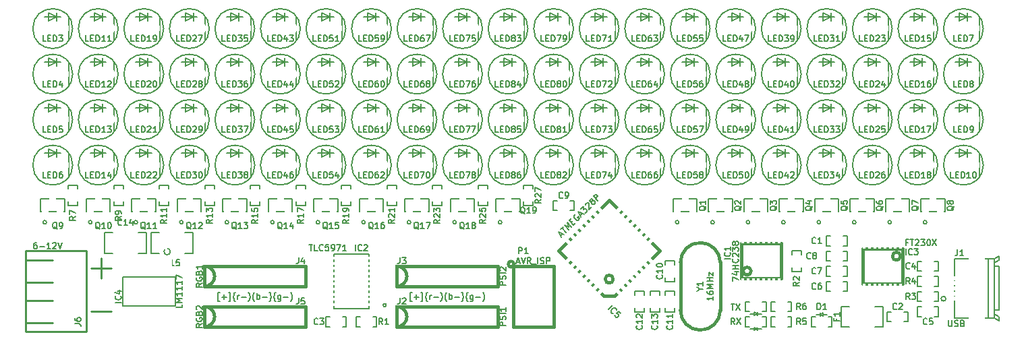
<source format=gto>
%FSLAX34Y34*%
G04 Gerber Fmt 3.4, Leading zero omitted, Abs format*
G04 (created by PCBNEW (2014-03-18 BZR 4754)-product) date Tue 01 Apr 2014 06:21:33 PM CDT*
%MOIN*%
G01*
G70*
G90*
G04 APERTURE LIST*
%ADD10C,0.006000*%
%ADD11C,0.010000*%
%ADD12C,0.007874*%
%ADD13C,0.005000*%
%ADD14C,0.015000*%
%ADD15C,0.008000*%
%ADD16C,0.005906*%
%ADD17R,0.027559X0.027559*%
%ADD18R,0.062992X0.070866*%
%ADD19R,0.013800X0.055100*%
%ADD20R,0.068504X0.017323*%
%ADD21R,0.109134X0.135906*%
%ADD22R,0.047244X0.086614*%
%ADD23R,0.137795X0.086614*%
%ADD24R,0.062992X0.023622*%
%ADD25R,0.082677X0.098425*%
%ADD26R,0.082677X0.078740*%
%ADD27R,0.070866X0.070866*%
%ADD28C,0.070866*%
%ADD29R,0.086614X0.086614*%
%ADD30C,0.086614*%
%ADD31C,0.062992*%
%ADD32R,0.066929X0.066929*%
%ADD33C,0.066929*%
%ADD34R,0.033465X0.049606*%
%ADD35C,0.055118*%
G04 APERTURE END LIST*
G54D10*
X71249Y-44735D02*
X71178Y-44735D01*
X71178Y-44307D01*
X71249Y-44307D01*
X71364Y-44521D02*
X71592Y-44521D01*
X71478Y-44635D02*
X71478Y-44407D01*
X71707Y-44735D02*
X71778Y-44735D01*
X71778Y-44307D01*
X71707Y-44307D01*
X72021Y-44750D02*
X72007Y-44735D01*
X71978Y-44692D01*
X71964Y-44664D01*
X71949Y-44621D01*
X71935Y-44550D01*
X71935Y-44492D01*
X71949Y-44421D01*
X71964Y-44378D01*
X71978Y-44350D01*
X72007Y-44307D01*
X72021Y-44292D01*
X72135Y-44635D02*
X72135Y-44435D01*
X72135Y-44492D02*
X72149Y-44464D01*
X72164Y-44450D01*
X72192Y-44435D01*
X72221Y-44435D01*
X72321Y-44521D02*
X72549Y-44521D01*
X72664Y-44750D02*
X72678Y-44735D01*
X72707Y-44692D01*
X72721Y-44664D01*
X72735Y-44621D01*
X72749Y-44550D01*
X72749Y-44492D01*
X72735Y-44421D01*
X72721Y-44378D01*
X72707Y-44350D01*
X72678Y-44307D01*
X72664Y-44292D01*
X72978Y-44750D02*
X72964Y-44735D01*
X72935Y-44692D01*
X72921Y-44664D01*
X72907Y-44621D01*
X72892Y-44550D01*
X72892Y-44492D01*
X72907Y-44421D01*
X72921Y-44378D01*
X72935Y-44350D01*
X72964Y-44307D01*
X72978Y-44292D01*
X73092Y-44635D02*
X73092Y-44335D01*
X73092Y-44450D02*
X73121Y-44435D01*
X73178Y-44435D01*
X73207Y-44450D01*
X73221Y-44464D01*
X73235Y-44492D01*
X73235Y-44578D01*
X73221Y-44607D01*
X73207Y-44621D01*
X73178Y-44635D01*
X73121Y-44635D01*
X73092Y-44621D01*
X73364Y-44521D02*
X73592Y-44521D01*
X73707Y-44750D02*
X73721Y-44735D01*
X73750Y-44692D01*
X73764Y-44664D01*
X73778Y-44621D01*
X73792Y-44550D01*
X73792Y-44492D01*
X73778Y-44421D01*
X73764Y-44378D01*
X73750Y-44350D01*
X73721Y-44307D01*
X73707Y-44292D01*
X74021Y-44750D02*
X74007Y-44735D01*
X73978Y-44692D01*
X73964Y-44664D01*
X73950Y-44621D01*
X73935Y-44550D01*
X73935Y-44492D01*
X73950Y-44421D01*
X73964Y-44378D01*
X73978Y-44350D01*
X74007Y-44307D01*
X74021Y-44292D01*
X74264Y-44435D02*
X74264Y-44678D01*
X74250Y-44707D01*
X74235Y-44721D01*
X74207Y-44735D01*
X74164Y-44735D01*
X74135Y-44721D01*
X74264Y-44621D02*
X74235Y-44635D01*
X74178Y-44635D01*
X74150Y-44621D01*
X74135Y-44607D01*
X74121Y-44578D01*
X74121Y-44492D01*
X74135Y-44464D01*
X74150Y-44450D01*
X74178Y-44435D01*
X74235Y-44435D01*
X74264Y-44450D01*
X74407Y-44521D02*
X74635Y-44521D01*
X74750Y-44750D02*
X74764Y-44735D01*
X74792Y-44692D01*
X74807Y-44664D01*
X74821Y-44621D01*
X74835Y-44550D01*
X74835Y-44492D01*
X74821Y-44421D01*
X74807Y-44378D01*
X74792Y-44350D01*
X74764Y-44307D01*
X74750Y-44292D01*
X61749Y-44735D02*
X61678Y-44735D01*
X61678Y-44307D01*
X61749Y-44307D01*
X61864Y-44521D02*
X62092Y-44521D01*
X61978Y-44635D02*
X61978Y-44407D01*
X62207Y-44735D02*
X62278Y-44735D01*
X62278Y-44307D01*
X62207Y-44307D01*
X62521Y-44750D02*
X62507Y-44735D01*
X62478Y-44692D01*
X62464Y-44664D01*
X62449Y-44621D01*
X62435Y-44550D01*
X62435Y-44492D01*
X62449Y-44421D01*
X62464Y-44378D01*
X62478Y-44350D01*
X62507Y-44307D01*
X62521Y-44292D01*
X62635Y-44635D02*
X62635Y-44435D01*
X62635Y-44492D02*
X62649Y-44464D01*
X62664Y-44450D01*
X62692Y-44435D01*
X62721Y-44435D01*
X62821Y-44521D02*
X63049Y-44521D01*
X63164Y-44750D02*
X63178Y-44735D01*
X63207Y-44692D01*
X63221Y-44664D01*
X63235Y-44621D01*
X63249Y-44550D01*
X63249Y-44492D01*
X63235Y-44421D01*
X63221Y-44378D01*
X63207Y-44350D01*
X63178Y-44307D01*
X63164Y-44292D01*
X63478Y-44750D02*
X63464Y-44735D01*
X63435Y-44692D01*
X63421Y-44664D01*
X63407Y-44621D01*
X63392Y-44550D01*
X63392Y-44492D01*
X63407Y-44421D01*
X63421Y-44378D01*
X63435Y-44350D01*
X63464Y-44307D01*
X63478Y-44292D01*
X63592Y-44635D02*
X63592Y-44335D01*
X63592Y-44450D02*
X63621Y-44435D01*
X63678Y-44435D01*
X63707Y-44450D01*
X63721Y-44464D01*
X63735Y-44492D01*
X63735Y-44578D01*
X63721Y-44607D01*
X63707Y-44621D01*
X63678Y-44635D01*
X63621Y-44635D01*
X63592Y-44621D01*
X63864Y-44521D02*
X64092Y-44521D01*
X64207Y-44750D02*
X64221Y-44735D01*
X64250Y-44692D01*
X64264Y-44664D01*
X64278Y-44621D01*
X64292Y-44550D01*
X64292Y-44492D01*
X64278Y-44421D01*
X64264Y-44378D01*
X64250Y-44350D01*
X64221Y-44307D01*
X64207Y-44292D01*
X64521Y-44750D02*
X64507Y-44735D01*
X64478Y-44692D01*
X64464Y-44664D01*
X64450Y-44621D01*
X64435Y-44550D01*
X64435Y-44492D01*
X64450Y-44421D01*
X64464Y-44378D01*
X64478Y-44350D01*
X64507Y-44307D01*
X64521Y-44292D01*
X64764Y-44435D02*
X64764Y-44678D01*
X64750Y-44707D01*
X64735Y-44721D01*
X64707Y-44735D01*
X64664Y-44735D01*
X64635Y-44721D01*
X64764Y-44621D02*
X64735Y-44635D01*
X64678Y-44635D01*
X64650Y-44621D01*
X64635Y-44607D01*
X64621Y-44578D01*
X64621Y-44492D01*
X64635Y-44464D01*
X64650Y-44450D01*
X64678Y-44435D01*
X64735Y-44435D01*
X64764Y-44450D01*
X64907Y-44521D02*
X65135Y-44521D01*
X65250Y-44750D02*
X65264Y-44735D01*
X65292Y-44692D01*
X65307Y-44664D01*
X65321Y-44621D01*
X65335Y-44550D01*
X65335Y-44492D01*
X65321Y-44421D01*
X65307Y-44378D01*
X65292Y-44350D01*
X65264Y-44307D01*
X65250Y-44292D01*
G54D11*
X55400Y-45250D02*
X56400Y-45250D01*
X55900Y-43600D02*
X55900Y-42600D01*
X55400Y-43100D02*
X56400Y-43100D01*
G54D12*
X92761Y-41513D02*
X92761Y-41986D01*
X92761Y-41986D02*
X92564Y-41986D01*
X92761Y-41513D02*
X92564Y-41513D01*
X91738Y-41986D02*
X91738Y-41513D01*
X91738Y-41513D02*
X91935Y-41513D01*
X91738Y-41986D02*
X91935Y-41986D01*
X94738Y-45736D02*
X94738Y-45263D01*
X94738Y-45263D02*
X94935Y-45263D01*
X94738Y-45736D02*
X94935Y-45736D01*
X95761Y-45263D02*
X95761Y-45736D01*
X95761Y-45736D02*
X95564Y-45736D01*
X95761Y-45263D02*
X95564Y-45263D01*
X68011Y-45513D02*
X68011Y-45986D01*
X68011Y-45986D02*
X67814Y-45986D01*
X68011Y-45513D02*
X67814Y-45513D01*
X66988Y-45986D02*
X66988Y-45513D01*
X66988Y-45513D02*
X67185Y-45513D01*
X66988Y-45986D02*
X67185Y-45986D01*
X96238Y-43236D02*
X96238Y-42763D01*
X96238Y-42763D02*
X96435Y-42763D01*
X96238Y-43236D02*
X96435Y-43236D01*
X97261Y-42763D02*
X97261Y-43236D01*
X97261Y-43236D02*
X97064Y-43236D01*
X97261Y-42763D02*
X97064Y-42763D01*
X96238Y-45486D02*
X96238Y-45013D01*
X96238Y-45013D02*
X96435Y-45013D01*
X96238Y-45486D02*
X96435Y-45486D01*
X97261Y-45013D02*
X97261Y-45486D01*
X97261Y-45486D02*
X97064Y-45486D01*
X97261Y-45013D02*
X97064Y-45013D01*
X91738Y-44236D02*
X91738Y-43763D01*
X91738Y-43763D02*
X91935Y-43763D01*
X91738Y-44236D02*
X91935Y-44236D01*
X92761Y-43763D02*
X92761Y-44236D01*
X92761Y-44236D02*
X92564Y-44236D01*
X92761Y-43763D02*
X92564Y-43763D01*
X91738Y-43486D02*
X91738Y-43013D01*
X91738Y-43013D02*
X91935Y-43013D01*
X91738Y-43486D02*
X91935Y-43486D01*
X92761Y-43013D02*
X92761Y-43486D01*
X92761Y-43486D02*
X92564Y-43486D01*
X92761Y-43013D02*
X92564Y-43013D01*
X91738Y-42736D02*
X91738Y-42263D01*
X91738Y-42263D02*
X91935Y-42263D01*
X91738Y-42736D02*
X91935Y-42736D01*
X92761Y-42263D02*
X92761Y-42736D01*
X92761Y-42736D02*
X92564Y-42736D01*
X92761Y-42263D02*
X92564Y-42263D01*
X78238Y-40236D02*
X78238Y-39763D01*
X78238Y-39763D02*
X78435Y-39763D01*
X78238Y-40236D02*
X78435Y-40236D01*
X79261Y-39763D02*
X79261Y-40236D01*
X79261Y-40236D02*
X79064Y-40236D01*
X79261Y-39763D02*
X79064Y-39763D01*
X83763Y-42738D02*
X84236Y-42738D01*
X84236Y-42738D02*
X84236Y-42935D01*
X83763Y-42738D02*
X83763Y-42935D01*
X84236Y-43761D02*
X83763Y-43761D01*
X83763Y-43761D02*
X83763Y-43564D01*
X84236Y-43761D02*
X84236Y-43564D01*
X84236Y-45261D02*
X83763Y-45261D01*
X83763Y-45261D02*
X83763Y-45064D01*
X84236Y-45261D02*
X84236Y-45064D01*
X83763Y-44238D02*
X84236Y-44238D01*
X84236Y-44238D02*
X84236Y-44435D01*
X83763Y-44238D02*
X83763Y-44435D01*
X82736Y-45261D02*
X82263Y-45261D01*
X82263Y-45261D02*
X82263Y-45064D01*
X82736Y-45261D02*
X82736Y-45064D01*
X82263Y-44238D02*
X82736Y-44238D01*
X82736Y-44238D02*
X82736Y-44435D01*
X82263Y-44238D02*
X82263Y-44435D01*
X83486Y-45261D02*
X83013Y-45261D01*
X83013Y-45261D02*
X83013Y-45064D01*
X83486Y-45261D02*
X83486Y-45064D01*
X83013Y-44238D02*
X83486Y-44238D01*
X83486Y-44238D02*
X83486Y-44435D01*
X83013Y-44238D02*
X83013Y-44435D01*
G54D13*
X91421Y-45395D02*
X91224Y-45395D01*
X91578Y-45395D02*
X91775Y-45395D01*
X91421Y-45395D02*
X91578Y-45316D01*
X91578Y-45316D02*
X91578Y-45474D01*
X91578Y-45474D02*
X91421Y-45395D01*
X91421Y-45474D02*
X91421Y-45316D01*
G54D12*
X90988Y-45986D02*
X90988Y-45513D01*
X90988Y-45513D02*
X91185Y-45513D01*
X90988Y-45986D02*
X91185Y-45986D01*
X92011Y-45513D02*
X92011Y-45986D01*
X92011Y-45986D02*
X91814Y-45986D01*
X92011Y-45513D02*
X91814Y-45513D01*
X94523Y-44988D02*
X94523Y-46011D01*
X94523Y-46011D02*
X94129Y-46011D01*
X94523Y-44988D02*
X94129Y-44988D01*
X92476Y-46011D02*
X92476Y-44988D01*
X92476Y-44988D02*
X92870Y-44988D01*
X92476Y-46011D02*
X92870Y-46011D01*
G54D14*
X88008Y-43242D02*
G75*
G03X88008Y-43242I-197J0D01*
G74*
G01*
X87516Y-41884D02*
X87516Y-43616D01*
X87516Y-43616D02*
X89484Y-43616D01*
X89484Y-43616D02*
X89484Y-41884D01*
X89484Y-41884D02*
X87516Y-41884D01*
G54D15*
X69982Y-44931D02*
G75*
G03X69982Y-44931I-78J0D01*
G74*
G01*
X69116Y-45088D02*
X69116Y-42411D01*
X69116Y-42411D02*
X67383Y-42411D01*
X67383Y-42411D02*
X67383Y-45088D01*
X67383Y-45088D02*
X69116Y-45088D01*
G54D14*
X95386Y-42508D02*
G75*
G03X95386Y-42508I-197J0D01*
G74*
G01*
X95484Y-43866D02*
X95484Y-42134D01*
X95484Y-42134D02*
X93516Y-42134D01*
X93516Y-42134D02*
X93516Y-43866D01*
X93516Y-43866D02*
X95484Y-43866D01*
G54D15*
X59312Y-42281D02*
G75*
G03X59312Y-42281I-157J0D01*
G74*
G01*
X59549Y-43541D02*
X59549Y-44958D01*
X59549Y-44958D02*
X56950Y-44958D01*
X56950Y-44958D02*
X56950Y-43541D01*
X56950Y-43541D02*
X59549Y-43541D01*
G54D14*
X81197Y-43641D02*
G75*
G03X81197Y-43641I-197J0D01*
G74*
G01*
X81278Y-44477D02*
X80721Y-44477D01*
X80721Y-44477D02*
X78494Y-42250D01*
X78494Y-42250D02*
X81000Y-39744D01*
X81000Y-39744D02*
X83505Y-42250D01*
X83505Y-42250D02*
X81278Y-44477D01*
G54D12*
X98047Y-45576D02*
X100016Y-45576D01*
X100016Y-42623D02*
X98047Y-42623D01*
X97634Y-44611D02*
G75*
G03X97634Y-44611I-118J0D01*
G74*
G01*
X100016Y-45182D02*
X100252Y-45182D01*
X100252Y-45182D02*
X100252Y-43017D01*
X100252Y-43017D02*
X100016Y-43017D01*
X100016Y-45379D02*
X100252Y-45497D01*
X100016Y-45576D02*
X100252Y-45694D01*
X100252Y-45694D02*
X100252Y-45497D01*
X100016Y-42820D02*
X100252Y-42702D01*
X100016Y-42623D02*
X100252Y-42505D01*
X100252Y-42505D02*
X100252Y-42702D01*
X100016Y-42623D02*
X100016Y-45576D01*
G54D13*
X99740Y-42623D02*
X99740Y-45576D01*
G54D12*
X98047Y-42623D02*
X98047Y-45576D01*
G54D14*
X70500Y-45000D02*
X75500Y-45000D01*
X75500Y-45000D02*
X75500Y-46000D01*
X75500Y-46000D02*
X70500Y-46000D01*
X71000Y-45500D02*
G75*
G03X70500Y-45000I-500J0D01*
G74*
G01*
X70500Y-46000D02*
G75*
G03X71000Y-45500I0J500D01*
G74*
G01*
X70500Y-45000D02*
X70500Y-46000D01*
X70500Y-43000D02*
X75500Y-43000D01*
X75500Y-43000D02*
X75500Y-44000D01*
X75500Y-44000D02*
X70500Y-44000D01*
X71000Y-43500D02*
G75*
G03X70500Y-43000I-500J0D01*
G74*
G01*
X70500Y-44000D02*
G75*
G03X71000Y-43500I0J500D01*
G74*
G01*
X70500Y-43000D02*
X70500Y-44000D01*
X61000Y-43000D02*
X66000Y-43000D01*
X66000Y-43000D02*
X66000Y-44000D01*
X66000Y-44000D02*
X61000Y-44000D01*
X61500Y-43500D02*
G75*
G03X61000Y-43000I-500J0D01*
G74*
G01*
X61000Y-44000D02*
G75*
G03X61500Y-43500I0J500D01*
G74*
G01*
X61000Y-43000D02*
X61000Y-44000D01*
X61000Y-45000D02*
X66000Y-45000D01*
X66000Y-45000D02*
X66000Y-46000D01*
X66000Y-46000D02*
X61000Y-46000D01*
X61500Y-45500D02*
G75*
G03X61000Y-45000I-500J0D01*
G74*
G01*
X61000Y-46000D02*
G75*
G03X61500Y-45500I0J500D01*
G74*
G01*
X61000Y-45000D02*
X61000Y-46000D01*
G54D11*
X53500Y-45800D02*
X52150Y-45800D01*
X53500Y-44700D02*
X52150Y-44700D01*
X53500Y-42700D02*
X52150Y-42700D01*
X53500Y-43800D02*
X52150Y-43800D01*
X53500Y-46250D02*
X52150Y-46250D01*
X52150Y-46250D02*
X52150Y-42250D01*
X52150Y-42250D02*
X53500Y-42250D01*
X53500Y-42250D02*
X55150Y-42250D01*
X55150Y-42250D02*
X55150Y-46250D01*
X55150Y-46250D02*
X53500Y-46250D01*
G54D13*
X88328Y-46104D02*
X88525Y-46104D01*
X88171Y-46104D02*
X87974Y-46104D01*
X88328Y-46104D02*
X88171Y-46183D01*
X88171Y-46183D02*
X88171Y-46025D01*
X88171Y-46025D02*
X88328Y-46104D01*
X88328Y-46025D02*
X88328Y-46183D01*
G54D12*
X88761Y-45513D02*
X88761Y-45986D01*
X88761Y-45986D02*
X88564Y-45986D01*
X88761Y-45513D02*
X88564Y-45513D01*
X87738Y-45986D02*
X87738Y-45513D01*
X87738Y-45513D02*
X87935Y-45513D01*
X87738Y-45986D02*
X87935Y-45986D01*
G54D13*
X88328Y-45354D02*
X88525Y-45354D01*
X88171Y-45354D02*
X87974Y-45354D01*
X88328Y-45354D02*
X88171Y-45433D01*
X88171Y-45433D02*
X88171Y-45275D01*
X88171Y-45275D02*
X88328Y-45354D01*
X88328Y-45275D02*
X88328Y-45433D01*
G54D12*
X88761Y-44763D02*
X88761Y-45236D01*
X88761Y-45236D02*
X88564Y-45236D01*
X88761Y-44763D02*
X88564Y-44763D01*
X87738Y-45236D02*
X87738Y-44763D01*
X87738Y-44763D02*
X87935Y-44763D01*
X87738Y-45236D02*
X87935Y-45236D01*
G54D15*
X53696Y-30856D02*
X53696Y-30462D01*
X53303Y-30462D02*
X53303Y-30856D01*
X53303Y-30856D02*
X53696Y-30659D01*
X53696Y-30659D02*
X53303Y-30462D01*
X53106Y-30659D02*
X53893Y-30659D01*
X54287Y-30659D02*
X54287Y-31840D01*
X54484Y-31250D02*
G75*
G03X54484Y-31250I-984J0D01*
G74*
G01*
X53696Y-33106D02*
X53696Y-32712D01*
X53303Y-32712D02*
X53303Y-33106D01*
X53303Y-33106D02*
X53696Y-32909D01*
X53696Y-32909D02*
X53303Y-32712D01*
X53106Y-32909D02*
X53893Y-32909D01*
X54287Y-32909D02*
X54287Y-34090D01*
X54484Y-33500D02*
G75*
G03X54484Y-33500I-984J0D01*
G74*
G01*
X53696Y-35356D02*
X53696Y-34962D01*
X53303Y-34962D02*
X53303Y-35356D01*
X53303Y-35356D02*
X53696Y-35159D01*
X53696Y-35159D02*
X53303Y-34962D01*
X53106Y-35159D02*
X53893Y-35159D01*
X54287Y-35159D02*
X54287Y-36340D01*
X54484Y-35750D02*
G75*
G03X54484Y-35750I-984J0D01*
G74*
G01*
X53696Y-37606D02*
X53696Y-37212D01*
X53303Y-37212D02*
X53303Y-37606D01*
X53303Y-37606D02*
X53696Y-37409D01*
X53696Y-37409D02*
X53303Y-37212D01*
X53106Y-37409D02*
X53893Y-37409D01*
X54287Y-37409D02*
X54287Y-38590D01*
X54484Y-38000D02*
G75*
G03X54484Y-38000I-984J0D01*
G74*
G01*
X98696Y-30856D02*
X98696Y-30462D01*
X98303Y-30462D02*
X98303Y-30856D01*
X98303Y-30856D02*
X98696Y-30659D01*
X98696Y-30659D02*
X98303Y-30462D01*
X98106Y-30659D02*
X98893Y-30659D01*
X99287Y-30659D02*
X99287Y-31840D01*
X99484Y-31250D02*
G75*
G03X99484Y-31250I-984J0D01*
G74*
G01*
X98696Y-33106D02*
X98696Y-32712D01*
X98303Y-32712D02*
X98303Y-33106D01*
X98303Y-33106D02*
X98696Y-32909D01*
X98696Y-32909D02*
X98303Y-32712D01*
X98106Y-32909D02*
X98893Y-32909D01*
X99287Y-32909D02*
X99287Y-34090D01*
X99484Y-33500D02*
G75*
G03X99484Y-33500I-984J0D01*
G74*
G01*
X98696Y-35356D02*
X98696Y-34962D01*
X98303Y-34962D02*
X98303Y-35356D01*
X98303Y-35356D02*
X98696Y-35159D01*
X98696Y-35159D02*
X98303Y-34962D01*
X98106Y-35159D02*
X98893Y-35159D01*
X99287Y-35159D02*
X99287Y-36340D01*
X99484Y-35750D02*
G75*
G03X99484Y-35750I-984J0D01*
G74*
G01*
X98696Y-37606D02*
X98696Y-37212D01*
X98303Y-37212D02*
X98303Y-37606D01*
X98303Y-37606D02*
X98696Y-37409D01*
X98696Y-37409D02*
X98303Y-37212D01*
X98106Y-37409D02*
X98893Y-37409D01*
X99287Y-37409D02*
X99287Y-38590D01*
X99484Y-38000D02*
G75*
G03X99484Y-38000I-984J0D01*
G74*
G01*
X55946Y-30856D02*
X55946Y-30462D01*
X55553Y-30462D02*
X55553Y-30856D01*
X55553Y-30856D02*
X55946Y-30659D01*
X55946Y-30659D02*
X55553Y-30462D01*
X55356Y-30659D02*
X56143Y-30659D01*
X56537Y-30659D02*
X56537Y-31840D01*
X56734Y-31250D02*
G75*
G03X56734Y-31250I-984J0D01*
G74*
G01*
X55946Y-33106D02*
X55946Y-32712D01*
X55553Y-32712D02*
X55553Y-33106D01*
X55553Y-33106D02*
X55946Y-32909D01*
X55946Y-32909D02*
X55553Y-32712D01*
X55356Y-32909D02*
X56143Y-32909D01*
X56537Y-32909D02*
X56537Y-34090D01*
X56734Y-33500D02*
G75*
G03X56734Y-33500I-984J0D01*
G74*
G01*
X55946Y-35356D02*
X55946Y-34962D01*
X55553Y-34962D02*
X55553Y-35356D01*
X55553Y-35356D02*
X55946Y-35159D01*
X55946Y-35159D02*
X55553Y-34962D01*
X55356Y-35159D02*
X56143Y-35159D01*
X56537Y-35159D02*
X56537Y-36340D01*
X56734Y-35750D02*
G75*
G03X56734Y-35750I-984J0D01*
G74*
G01*
X55946Y-37606D02*
X55946Y-37212D01*
X55553Y-37212D02*
X55553Y-37606D01*
X55553Y-37606D02*
X55946Y-37409D01*
X55946Y-37409D02*
X55553Y-37212D01*
X55356Y-37409D02*
X56143Y-37409D01*
X56537Y-37409D02*
X56537Y-38590D01*
X56734Y-38000D02*
G75*
G03X56734Y-38000I-984J0D01*
G74*
G01*
X96446Y-30856D02*
X96446Y-30462D01*
X96053Y-30462D02*
X96053Y-30856D01*
X96053Y-30856D02*
X96446Y-30659D01*
X96446Y-30659D02*
X96053Y-30462D01*
X95856Y-30659D02*
X96643Y-30659D01*
X97037Y-30659D02*
X97037Y-31840D01*
X97234Y-31250D02*
G75*
G03X97234Y-31250I-984J0D01*
G74*
G01*
X96446Y-33106D02*
X96446Y-32712D01*
X96053Y-32712D02*
X96053Y-33106D01*
X96053Y-33106D02*
X96446Y-32909D01*
X96446Y-32909D02*
X96053Y-32712D01*
X95856Y-32909D02*
X96643Y-32909D01*
X97037Y-32909D02*
X97037Y-34090D01*
X97234Y-33500D02*
G75*
G03X97234Y-33500I-984J0D01*
G74*
G01*
X96446Y-35356D02*
X96446Y-34962D01*
X96053Y-34962D02*
X96053Y-35356D01*
X96053Y-35356D02*
X96446Y-35159D01*
X96446Y-35159D02*
X96053Y-34962D01*
X95856Y-35159D02*
X96643Y-35159D01*
X97037Y-35159D02*
X97037Y-36340D01*
X97234Y-35750D02*
G75*
G03X97234Y-35750I-984J0D01*
G74*
G01*
X96446Y-37606D02*
X96446Y-37212D01*
X96053Y-37212D02*
X96053Y-37606D01*
X96053Y-37606D02*
X96446Y-37409D01*
X96446Y-37409D02*
X96053Y-37212D01*
X95856Y-37409D02*
X96643Y-37409D01*
X97037Y-37409D02*
X97037Y-38590D01*
X97234Y-38000D02*
G75*
G03X97234Y-38000I-984J0D01*
G74*
G01*
X58196Y-30856D02*
X58196Y-30462D01*
X57803Y-30462D02*
X57803Y-30856D01*
X57803Y-30856D02*
X58196Y-30659D01*
X58196Y-30659D02*
X57803Y-30462D01*
X57606Y-30659D02*
X58393Y-30659D01*
X58787Y-30659D02*
X58787Y-31840D01*
X58984Y-31250D02*
G75*
G03X58984Y-31250I-984J0D01*
G74*
G01*
X58196Y-33106D02*
X58196Y-32712D01*
X57803Y-32712D02*
X57803Y-33106D01*
X57803Y-33106D02*
X58196Y-32909D01*
X58196Y-32909D02*
X57803Y-32712D01*
X57606Y-32909D02*
X58393Y-32909D01*
X58787Y-32909D02*
X58787Y-34090D01*
X58984Y-33500D02*
G75*
G03X58984Y-33500I-984J0D01*
G74*
G01*
X58196Y-35356D02*
X58196Y-34962D01*
X57803Y-34962D02*
X57803Y-35356D01*
X57803Y-35356D02*
X58196Y-35159D01*
X58196Y-35159D02*
X57803Y-34962D01*
X57606Y-35159D02*
X58393Y-35159D01*
X58787Y-35159D02*
X58787Y-36340D01*
X58984Y-35750D02*
G75*
G03X58984Y-35750I-984J0D01*
G74*
G01*
X58196Y-37606D02*
X58196Y-37212D01*
X57803Y-37212D02*
X57803Y-37606D01*
X57803Y-37606D02*
X58196Y-37409D01*
X58196Y-37409D02*
X57803Y-37212D01*
X57606Y-37409D02*
X58393Y-37409D01*
X58787Y-37409D02*
X58787Y-38590D01*
X58984Y-38000D02*
G75*
G03X58984Y-38000I-984J0D01*
G74*
G01*
X94196Y-30856D02*
X94196Y-30462D01*
X93803Y-30462D02*
X93803Y-30856D01*
X93803Y-30856D02*
X94196Y-30659D01*
X94196Y-30659D02*
X93803Y-30462D01*
X93606Y-30659D02*
X94393Y-30659D01*
X94787Y-30659D02*
X94787Y-31840D01*
X94984Y-31250D02*
G75*
G03X94984Y-31250I-984J0D01*
G74*
G01*
X94196Y-33106D02*
X94196Y-32712D01*
X93803Y-32712D02*
X93803Y-33106D01*
X93803Y-33106D02*
X94196Y-32909D01*
X94196Y-32909D02*
X93803Y-32712D01*
X93606Y-32909D02*
X94393Y-32909D01*
X94787Y-32909D02*
X94787Y-34090D01*
X94984Y-33500D02*
G75*
G03X94984Y-33500I-984J0D01*
G74*
G01*
X94196Y-35356D02*
X94196Y-34962D01*
X93803Y-34962D02*
X93803Y-35356D01*
X93803Y-35356D02*
X94196Y-35159D01*
X94196Y-35159D02*
X93803Y-34962D01*
X93606Y-35159D02*
X94393Y-35159D01*
X94787Y-35159D02*
X94787Y-36340D01*
X94984Y-35750D02*
G75*
G03X94984Y-35750I-984J0D01*
G74*
G01*
X94196Y-37606D02*
X94196Y-37212D01*
X93803Y-37212D02*
X93803Y-37606D01*
X93803Y-37606D02*
X94196Y-37409D01*
X94196Y-37409D02*
X93803Y-37212D01*
X93606Y-37409D02*
X94393Y-37409D01*
X94787Y-37409D02*
X94787Y-38590D01*
X94984Y-38000D02*
G75*
G03X94984Y-38000I-984J0D01*
G74*
G01*
X60446Y-30856D02*
X60446Y-30462D01*
X60053Y-30462D02*
X60053Y-30856D01*
X60053Y-30856D02*
X60446Y-30659D01*
X60446Y-30659D02*
X60053Y-30462D01*
X59856Y-30659D02*
X60643Y-30659D01*
X61037Y-30659D02*
X61037Y-31840D01*
X61234Y-31250D02*
G75*
G03X61234Y-31250I-984J0D01*
G74*
G01*
X60446Y-33106D02*
X60446Y-32712D01*
X60053Y-32712D02*
X60053Y-33106D01*
X60053Y-33106D02*
X60446Y-32909D01*
X60446Y-32909D02*
X60053Y-32712D01*
X59856Y-32909D02*
X60643Y-32909D01*
X61037Y-32909D02*
X61037Y-34090D01*
X61234Y-33500D02*
G75*
G03X61234Y-33500I-984J0D01*
G74*
G01*
X60446Y-35356D02*
X60446Y-34962D01*
X60053Y-34962D02*
X60053Y-35356D01*
X60053Y-35356D02*
X60446Y-35159D01*
X60446Y-35159D02*
X60053Y-34962D01*
X59856Y-35159D02*
X60643Y-35159D01*
X61037Y-35159D02*
X61037Y-36340D01*
X61234Y-35750D02*
G75*
G03X61234Y-35750I-984J0D01*
G74*
G01*
X60446Y-37606D02*
X60446Y-37212D01*
X60053Y-37212D02*
X60053Y-37606D01*
X60053Y-37606D02*
X60446Y-37409D01*
X60446Y-37409D02*
X60053Y-37212D01*
X59856Y-37409D02*
X60643Y-37409D01*
X61037Y-37409D02*
X61037Y-38590D01*
X61234Y-38000D02*
G75*
G03X61234Y-38000I-984J0D01*
G74*
G01*
X91946Y-30856D02*
X91946Y-30462D01*
X91553Y-30462D02*
X91553Y-30856D01*
X91553Y-30856D02*
X91946Y-30659D01*
X91946Y-30659D02*
X91553Y-30462D01*
X91356Y-30659D02*
X92143Y-30659D01*
X92537Y-30659D02*
X92537Y-31840D01*
X92734Y-31250D02*
G75*
G03X92734Y-31250I-984J0D01*
G74*
G01*
X91946Y-33106D02*
X91946Y-32712D01*
X91553Y-32712D02*
X91553Y-33106D01*
X91553Y-33106D02*
X91946Y-32909D01*
X91946Y-32909D02*
X91553Y-32712D01*
X91356Y-32909D02*
X92143Y-32909D01*
X92537Y-32909D02*
X92537Y-34090D01*
X92734Y-33500D02*
G75*
G03X92734Y-33500I-984J0D01*
G74*
G01*
X91946Y-35356D02*
X91946Y-34962D01*
X91553Y-34962D02*
X91553Y-35356D01*
X91553Y-35356D02*
X91946Y-35159D01*
X91946Y-35159D02*
X91553Y-34962D01*
X91356Y-35159D02*
X92143Y-35159D01*
X92537Y-35159D02*
X92537Y-36340D01*
X92734Y-35750D02*
G75*
G03X92734Y-35750I-984J0D01*
G74*
G01*
X91946Y-37606D02*
X91946Y-37212D01*
X91553Y-37212D02*
X91553Y-37606D01*
X91553Y-37606D02*
X91946Y-37409D01*
X91946Y-37409D02*
X91553Y-37212D01*
X91356Y-37409D02*
X92143Y-37409D01*
X92537Y-37409D02*
X92537Y-38590D01*
X92734Y-38000D02*
G75*
G03X92734Y-38000I-984J0D01*
G74*
G01*
X62696Y-30856D02*
X62696Y-30462D01*
X62303Y-30462D02*
X62303Y-30856D01*
X62303Y-30856D02*
X62696Y-30659D01*
X62696Y-30659D02*
X62303Y-30462D01*
X62106Y-30659D02*
X62893Y-30659D01*
X63287Y-30659D02*
X63287Y-31840D01*
X63484Y-31250D02*
G75*
G03X63484Y-31250I-984J0D01*
G74*
G01*
X62696Y-33106D02*
X62696Y-32712D01*
X62303Y-32712D02*
X62303Y-33106D01*
X62303Y-33106D02*
X62696Y-32909D01*
X62696Y-32909D02*
X62303Y-32712D01*
X62106Y-32909D02*
X62893Y-32909D01*
X63287Y-32909D02*
X63287Y-34090D01*
X63484Y-33500D02*
G75*
G03X63484Y-33500I-984J0D01*
G74*
G01*
X62696Y-35356D02*
X62696Y-34962D01*
X62303Y-34962D02*
X62303Y-35356D01*
X62303Y-35356D02*
X62696Y-35159D01*
X62696Y-35159D02*
X62303Y-34962D01*
X62106Y-35159D02*
X62893Y-35159D01*
X63287Y-35159D02*
X63287Y-36340D01*
X63484Y-35750D02*
G75*
G03X63484Y-35750I-984J0D01*
G74*
G01*
X62696Y-37606D02*
X62696Y-37212D01*
X62303Y-37212D02*
X62303Y-37606D01*
X62303Y-37606D02*
X62696Y-37409D01*
X62696Y-37409D02*
X62303Y-37212D01*
X62106Y-37409D02*
X62893Y-37409D01*
X63287Y-37409D02*
X63287Y-38590D01*
X63484Y-38000D02*
G75*
G03X63484Y-38000I-984J0D01*
G74*
G01*
X89696Y-30856D02*
X89696Y-30462D01*
X89303Y-30462D02*
X89303Y-30856D01*
X89303Y-30856D02*
X89696Y-30659D01*
X89696Y-30659D02*
X89303Y-30462D01*
X89106Y-30659D02*
X89893Y-30659D01*
X90287Y-30659D02*
X90287Y-31840D01*
X90484Y-31250D02*
G75*
G03X90484Y-31250I-984J0D01*
G74*
G01*
X89696Y-33106D02*
X89696Y-32712D01*
X89303Y-32712D02*
X89303Y-33106D01*
X89303Y-33106D02*
X89696Y-32909D01*
X89696Y-32909D02*
X89303Y-32712D01*
X89106Y-32909D02*
X89893Y-32909D01*
X90287Y-32909D02*
X90287Y-34090D01*
X90484Y-33500D02*
G75*
G03X90484Y-33500I-984J0D01*
G74*
G01*
X89696Y-35356D02*
X89696Y-34962D01*
X89303Y-34962D02*
X89303Y-35356D01*
X89303Y-35356D02*
X89696Y-35159D01*
X89696Y-35159D02*
X89303Y-34962D01*
X89106Y-35159D02*
X89893Y-35159D01*
X90287Y-35159D02*
X90287Y-36340D01*
X90484Y-35750D02*
G75*
G03X90484Y-35750I-984J0D01*
G74*
G01*
X89696Y-37606D02*
X89696Y-37212D01*
X89303Y-37212D02*
X89303Y-37606D01*
X89303Y-37606D02*
X89696Y-37409D01*
X89696Y-37409D02*
X89303Y-37212D01*
X89106Y-37409D02*
X89893Y-37409D01*
X90287Y-37409D02*
X90287Y-38590D01*
X90484Y-38000D02*
G75*
G03X90484Y-38000I-984J0D01*
G74*
G01*
X64946Y-30856D02*
X64946Y-30462D01*
X64553Y-30462D02*
X64553Y-30856D01*
X64553Y-30856D02*
X64946Y-30659D01*
X64946Y-30659D02*
X64553Y-30462D01*
X64356Y-30659D02*
X65143Y-30659D01*
X65537Y-30659D02*
X65537Y-31840D01*
X65734Y-31250D02*
G75*
G03X65734Y-31250I-984J0D01*
G74*
G01*
X64946Y-33106D02*
X64946Y-32712D01*
X64553Y-32712D02*
X64553Y-33106D01*
X64553Y-33106D02*
X64946Y-32909D01*
X64946Y-32909D02*
X64553Y-32712D01*
X64356Y-32909D02*
X65143Y-32909D01*
X65537Y-32909D02*
X65537Y-34090D01*
X65734Y-33500D02*
G75*
G03X65734Y-33500I-984J0D01*
G74*
G01*
X64946Y-35356D02*
X64946Y-34962D01*
X64553Y-34962D02*
X64553Y-35356D01*
X64553Y-35356D02*
X64946Y-35159D01*
X64946Y-35159D02*
X64553Y-34962D01*
X64356Y-35159D02*
X65143Y-35159D01*
X65537Y-35159D02*
X65537Y-36340D01*
X65734Y-35750D02*
G75*
G03X65734Y-35750I-984J0D01*
G74*
G01*
X64946Y-37606D02*
X64946Y-37212D01*
X64553Y-37212D02*
X64553Y-37606D01*
X64553Y-37606D02*
X64946Y-37409D01*
X64946Y-37409D02*
X64553Y-37212D01*
X64356Y-37409D02*
X65143Y-37409D01*
X65537Y-37409D02*
X65537Y-38590D01*
X65734Y-38000D02*
G75*
G03X65734Y-38000I-984J0D01*
G74*
G01*
X87446Y-30856D02*
X87446Y-30462D01*
X87053Y-30462D02*
X87053Y-30856D01*
X87053Y-30856D02*
X87446Y-30659D01*
X87446Y-30659D02*
X87053Y-30462D01*
X86856Y-30659D02*
X87643Y-30659D01*
X88037Y-30659D02*
X88037Y-31840D01*
X88234Y-31250D02*
G75*
G03X88234Y-31250I-984J0D01*
G74*
G01*
X87446Y-33106D02*
X87446Y-32712D01*
X87053Y-32712D02*
X87053Y-33106D01*
X87053Y-33106D02*
X87446Y-32909D01*
X87446Y-32909D02*
X87053Y-32712D01*
X86856Y-32909D02*
X87643Y-32909D01*
X88037Y-32909D02*
X88037Y-34090D01*
X88234Y-33500D02*
G75*
G03X88234Y-33500I-984J0D01*
G74*
G01*
X87446Y-35356D02*
X87446Y-34962D01*
X87053Y-34962D02*
X87053Y-35356D01*
X87053Y-35356D02*
X87446Y-35159D01*
X87446Y-35159D02*
X87053Y-34962D01*
X86856Y-35159D02*
X87643Y-35159D01*
X88037Y-35159D02*
X88037Y-36340D01*
X88234Y-35750D02*
G75*
G03X88234Y-35750I-984J0D01*
G74*
G01*
X87446Y-37606D02*
X87446Y-37212D01*
X87053Y-37212D02*
X87053Y-37606D01*
X87053Y-37606D02*
X87446Y-37409D01*
X87446Y-37409D02*
X87053Y-37212D01*
X86856Y-37409D02*
X87643Y-37409D01*
X88037Y-37409D02*
X88037Y-38590D01*
X88234Y-38000D02*
G75*
G03X88234Y-38000I-984J0D01*
G74*
G01*
X67196Y-30856D02*
X67196Y-30462D01*
X66803Y-30462D02*
X66803Y-30856D01*
X66803Y-30856D02*
X67196Y-30659D01*
X67196Y-30659D02*
X66803Y-30462D01*
X66606Y-30659D02*
X67393Y-30659D01*
X67787Y-30659D02*
X67787Y-31840D01*
X67984Y-31250D02*
G75*
G03X67984Y-31250I-984J0D01*
G74*
G01*
X67196Y-33106D02*
X67196Y-32712D01*
X66803Y-32712D02*
X66803Y-33106D01*
X66803Y-33106D02*
X67196Y-32909D01*
X67196Y-32909D02*
X66803Y-32712D01*
X66606Y-32909D02*
X67393Y-32909D01*
X67787Y-32909D02*
X67787Y-34090D01*
X67984Y-33500D02*
G75*
G03X67984Y-33500I-984J0D01*
G74*
G01*
X67196Y-35356D02*
X67196Y-34962D01*
X66803Y-34962D02*
X66803Y-35356D01*
X66803Y-35356D02*
X67196Y-35159D01*
X67196Y-35159D02*
X66803Y-34962D01*
X66606Y-35159D02*
X67393Y-35159D01*
X67787Y-35159D02*
X67787Y-36340D01*
X67984Y-35750D02*
G75*
G03X67984Y-35750I-984J0D01*
G74*
G01*
X67196Y-37606D02*
X67196Y-37212D01*
X66803Y-37212D02*
X66803Y-37606D01*
X66803Y-37606D02*
X67196Y-37409D01*
X67196Y-37409D02*
X66803Y-37212D01*
X66606Y-37409D02*
X67393Y-37409D01*
X67787Y-37409D02*
X67787Y-38590D01*
X67984Y-38000D02*
G75*
G03X67984Y-38000I-984J0D01*
G74*
G01*
X85196Y-30856D02*
X85196Y-30462D01*
X84803Y-30462D02*
X84803Y-30856D01*
X84803Y-30856D02*
X85196Y-30659D01*
X85196Y-30659D02*
X84803Y-30462D01*
X84606Y-30659D02*
X85393Y-30659D01*
X85787Y-30659D02*
X85787Y-31840D01*
X85984Y-31250D02*
G75*
G03X85984Y-31250I-984J0D01*
G74*
G01*
X85196Y-33106D02*
X85196Y-32712D01*
X84803Y-32712D02*
X84803Y-33106D01*
X84803Y-33106D02*
X85196Y-32909D01*
X85196Y-32909D02*
X84803Y-32712D01*
X84606Y-32909D02*
X85393Y-32909D01*
X85787Y-32909D02*
X85787Y-34090D01*
X85984Y-33500D02*
G75*
G03X85984Y-33500I-984J0D01*
G74*
G01*
X85196Y-35356D02*
X85196Y-34962D01*
X84803Y-34962D02*
X84803Y-35356D01*
X84803Y-35356D02*
X85196Y-35159D01*
X85196Y-35159D02*
X84803Y-34962D01*
X84606Y-35159D02*
X85393Y-35159D01*
X85787Y-35159D02*
X85787Y-36340D01*
X85984Y-35750D02*
G75*
G03X85984Y-35750I-984J0D01*
G74*
G01*
X85196Y-37606D02*
X85196Y-37212D01*
X84803Y-37212D02*
X84803Y-37606D01*
X84803Y-37606D02*
X85196Y-37409D01*
X85196Y-37409D02*
X84803Y-37212D01*
X84606Y-37409D02*
X85393Y-37409D01*
X85787Y-37409D02*
X85787Y-38590D01*
X85984Y-38000D02*
G75*
G03X85984Y-38000I-984J0D01*
G74*
G01*
X69446Y-30856D02*
X69446Y-30462D01*
X69053Y-30462D02*
X69053Y-30856D01*
X69053Y-30856D02*
X69446Y-30659D01*
X69446Y-30659D02*
X69053Y-30462D01*
X68856Y-30659D02*
X69643Y-30659D01*
X70037Y-30659D02*
X70037Y-31840D01*
X70234Y-31250D02*
G75*
G03X70234Y-31250I-984J0D01*
G74*
G01*
X69446Y-33106D02*
X69446Y-32712D01*
X69053Y-32712D02*
X69053Y-33106D01*
X69053Y-33106D02*
X69446Y-32909D01*
X69446Y-32909D02*
X69053Y-32712D01*
X68856Y-32909D02*
X69643Y-32909D01*
X70037Y-32909D02*
X70037Y-34090D01*
X70234Y-33500D02*
G75*
G03X70234Y-33500I-984J0D01*
G74*
G01*
X69446Y-35356D02*
X69446Y-34962D01*
X69053Y-34962D02*
X69053Y-35356D01*
X69053Y-35356D02*
X69446Y-35159D01*
X69446Y-35159D02*
X69053Y-34962D01*
X68856Y-35159D02*
X69643Y-35159D01*
X70037Y-35159D02*
X70037Y-36340D01*
X70234Y-35750D02*
G75*
G03X70234Y-35750I-984J0D01*
G74*
G01*
X69446Y-37606D02*
X69446Y-37212D01*
X69053Y-37212D02*
X69053Y-37606D01*
X69053Y-37606D02*
X69446Y-37409D01*
X69446Y-37409D02*
X69053Y-37212D01*
X68856Y-37409D02*
X69643Y-37409D01*
X70037Y-37409D02*
X70037Y-38590D01*
X70234Y-38000D02*
G75*
G03X70234Y-38000I-984J0D01*
G74*
G01*
X82946Y-30856D02*
X82946Y-30462D01*
X82553Y-30462D02*
X82553Y-30856D01*
X82553Y-30856D02*
X82946Y-30659D01*
X82946Y-30659D02*
X82553Y-30462D01*
X82356Y-30659D02*
X83143Y-30659D01*
X83537Y-30659D02*
X83537Y-31840D01*
X83734Y-31250D02*
G75*
G03X83734Y-31250I-984J0D01*
G74*
G01*
X82946Y-33106D02*
X82946Y-32712D01*
X82553Y-32712D02*
X82553Y-33106D01*
X82553Y-33106D02*
X82946Y-32909D01*
X82946Y-32909D02*
X82553Y-32712D01*
X82356Y-32909D02*
X83143Y-32909D01*
X83537Y-32909D02*
X83537Y-34090D01*
X83734Y-33500D02*
G75*
G03X83734Y-33500I-984J0D01*
G74*
G01*
X82946Y-35356D02*
X82946Y-34962D01*
X82553Y-34962D02*
X82553Y-35356D01*
X82553Y-35356D02*
X82946Y-35159D01*
X82946Y-35159D02*
X82553Y-34962D01*
X82356Y-35159D02*
X83143Y-35159D01*
X83537Y-35159D02*
X83537Y-36340D01*
X83734Y-35750D02*
G75*
G03X83734Y-35750I-984J0D01*
G74*
G01*
X82946Y-37606D02*
X82946Y-37212D01*
X82553Y-37212D02*
X82553Y-37606D01*
X82553Y-37606D02*
X82946Y-37409D01*
X82946Y-37409D02*
X82553Y-37212D01*
X82356Y-37409D02*
X83143Y-37409D01*
X83537Y-37409D02*
X83537Y-38590D01*
X83734Y-38000D02*
G75*
G03X83734Y-38000I-984J0D01*
G74*
G01*
X71696Y-30856D02*
X71696Y-30462D01*
X71303Y-30462D02*
X71303Y-30856D01*
X71303Y-30856D02*
X71696Y-30659D01*
X71696Y-30659D02*
X71303Y-30462D01*
X71106Y-30659D02*
X71893Y-30659D01*
X72287Y-30659D02*
X72287Y-31840D01*
X72484Y-31250D02*
G75*
G03X72484Y-31250I-984J0D01*
G74*
G01*
X71696Y-33106D02*
X71696Y-32712D01*
X71303Y-32712D02*
X71303Y-33106D01*
X71303Y-33106D02*
X71696Y-32909D01*
X71696Y-32909D02*
X71303Y-32712D01*
X71106Y-32909D02*
X71893Y-32909D01*
X72287Y-32909D02*
X72287Y-34090D01*
X72484Y-33500D02*
G75*
G03X72484Y-33500I-984J0D01*
G74*
G01*
X71696Y-35356D02*
X71696Y-34962D01*
X71303Y-34962D02*
X71303Y-35356D01*
X71303Y-35356D02*
X71696Y-35159D01*
X71696Y-35159D02*
X71303Y-34962D01*
X71106Y-35159D02*
X71893Y-35159D01*
X72287Y-35159D02*
X72287Y-36340D01*
X72484Y-35750D02*
G75*
G03X72484Y-35750I-984J0D01*
G74*
G01*
X71696Y-37606D02*
X71696Y-37212D01*
X71303Y-37212D02*
X71303Y-37606D01*
X71303Y-37606D02*
X71696Y-37409D01*
X71696Y-37409D02*
X71303Y-37212D01*
X71106Y-37409D02*
X71893Y-37409D01*
X72287Y-37409D02*
X72287Y-38590D01*
X72484Y-38000D02*
G75*
G03X72484Y-38000I-984J0D01*
G74*
G01*
X80696Y-30856D02*
X80696Y-30462D01*
X80303Y-30462D02*
X80303Y-30856D01*
X80303Y-30856D02*
X80696Y-30659D01*
X80696Y-30659D02*
X80303Y-30462D01*
X80106Y-30659D02*
X80893Y-30659D01*
X81287Y-30659D02*
X81287Y-31840D01*
X81484Y-31250D02*
G75*
G03X81484Y-31250I-984J0D01*
G74*
G01*
X80696Y-33106D02*
X80696Y-32712D01*
X80303Y-32712D02*
X80303Y-33106D01*
X80303Y-33106D02*
X80696Y-32909D01*
X80696Y-32909D02*
X80303Y-32712D01*
X80106Y-32909D02*
X80893Y-32909D01*
X81287Y-32909D02*
X81287Y-34090D01*
X81484Y-33500D02*
G75*
G03X81484Y-33500I-984J0D01*
G74*
G01*
X80696Y-35356D02*
X80696Y-34962D01*
X80303Y-34962D02*
X80303Y-35356D01*
X80303Y-35356D02*
X80696Y-35159D01*
X80696Y-35159D02*
X80303Y-34962D01*
X80106Y-35159D02*
X80893Y-35159D01*
X81287Y-35159D02*
X81287Y-36340D01*
X81484Y-35750D02*
G75*
G03X81484Y-35750I-984J0D01*
G74*
G01*
X80696Y-37606D02*
X80696Y-37212D01*
X80303Y-37212D02*
X80303Y-37606D01*
X80303Y-37606D02*
X80696Y-37409D01*
X80696Y-37409D02*
X80303Y-37212D01*
X80106Y-37409D02*
X80893Y-37409D01*
X81287Y-37409D02*
X81287Y-38590D01*
X81484Y-38000D02*
G75*
G03X81484Y-38000I-984J0D01*
G74*
G01*
X73946Y-30856D02*
X73946Y-30462D01*
X73553Y-30462D02*
X73553Y-30856D01*
X73553Y-30856D02*
X73946Y-30659D01*
X73946Y-30659D02*
X73553Y-30462D01*
X73356Y-30659D02*
X74143Y-30659D01*
X74537Y-30659D02*
X74537Y-31840D01*
X74734Y-31250D02*
G75*
G03X74734Y-31250I-984J0D01*
G74*
G01*
X73946Y-33106D02*
X73946Y-32712D01*
X73553Y-32712D02*
X73553Y-33106D01*
X73553Y-33106D02*
X73946Y-32909D01*
X73946Y-32909D02*
X73553Y-32712D01*
X73356Y-32909D02*
X74143Y-32909D01*
X74537Y-32909D02*
X74537Y-34090D01*
X74734Y-33500D02*
G75*
G03X74734Y-33500I-984J0D01*
G74*
G01*
X73946Y-35356D02*
X73946Y-34962D01*
X73553Y-34962D02*
X73553Y-35356D01*
X73553Y-35356D02*
X73946Y-35159D01*
X73946Y-35159D02*
X73553Y-34962D01*
X73356Y-35159D02*
X74143Y-35159D01*
X74537Y-35159D02*
X74537Y-36340D01*
X74734Y-35750D02*
G75*
G03X74734Y-35750I-984J0D01*
G74*
G01*
X73946Y-37606D02*
X73946Y-37212D01*
X73553Y-37212D02*
X73553Y-37606D01*
X73553Y-37606D02*
X73946Y-37409D01*
X73946Y-37409D02*
X73553Y-37212D01*
X73356Y-37409D02*
X74143Y-37409D01*
X74537Y-37409D02*
X74537Y-38590D01*
X74734Y-38000D02*
G75*
G03X74734Y-38000I-984J0D01*
G74*
G01*
X78446Y-30856D02*
X78446Y-30462D01*
X78053Y-30462D02*
X78053Y-30856D01*
X78053Y-30856D02*
X78446Y-30659D01*
X78446Y-30659D02*
X78053Y-30462D01*
X77856Y-30659D02*
X78643Y-30659D01*
X79037Y-30659D02*
X79037Y-31840D01*
X79234Y-31250D02*
G75*
G03X79234Y-31250I-984J0D01*
G74*
G01*
X78446Y-33106D02*
X78446Y-32712D01*
X78053Y-32712D02*
X78053Y-33106D01*
X78053Y-33106D02*
X78446Y-32909D01*
X78446Y-32909D02*
X78053Y-32712D01*
X77856Y-32909D02*
X78643Y-32909D01*
X79037Y-32909D02*
X79037Y-34090D01*
X79234Y-33500D02*
G75*
G03X79234Y-33500I-984J0D01*
G74*
G01*
X78446Y-35356D02*
X78446Y-34962D01*
X78053Y-34962D02*
X78053Y-35356D01*
X78053Y-35356D02*
X78446Y-35159D01*
X78446Y-35159D02*
X78053Y-34962D01*
X77856Y-35159D02*
X78643Y-35159D01*
X79037Y-35159D02*
X79037Y-36340D01*
X79234Y-35750D02*
G75*
G03X79234Y-35750I-984J0D01*
G74*
G01*
X78446Y-37606D02*
X78446Y-37212D01*
X78053Y-37212D02*
X78053Y-37606D01*
X78053Y-37606D02*
X78446Y-37409D01*
X78446Y-37409D02*
X78053Y-37212D01*
X77856Y-37409D02*
X78643Y-37409D01*
X79037Y-37409D02*
X79037Y-38590D01*
X79234Y-38000D02*
G75*
G03X79234Y-38000I-984J0D01*
G74*
G01*
X76196Y-30856D02*
X76196Y-30462D01*
X75803Y-30462D02*
X75803Y-30856D01*
X75803Y-30856D02*
X76196Y-30659D01*
X76196Y-30659D02*
X75803Y-30462D01*
X75606Y-30659D02*
X76393Y-30659D01*
X76787Y-30659D02*
X76787Y-31840D01*
X76984Y-31250D02*
G75*
G03X76984Y-31250I-984J0D01*
G74*
G01*
X76196Y-33106D02*
X76196Y-32712D01*
X75803Y-32712D02*
X75803Y-33106D01*
X75803Y-33106D02*
X76196Y-32909D01*
X76196Y-32909D02*
X75803Y-32712D01*
X75606Y-32909D02*
X76393Y-32909D01*
X76787Y-32909D02*
X76787Y-34090D01*
X76984Y-33500D02*
G75*
G03X76984Y-33500I-984J0D01*
G74*
G01*
X76196Y-35356D02*
X76196Y-34962D01*
X75803Y-34962D02*
X75803Y-35356D01*
X75803Y-35356D02*
X76196Y-35159D01*
X76196Y-35159D02*
X75803Y-34962D01*
X75606Y-35159D02*
X76393Y-35159D01*
X76787Y-35159D02*
X76787Y-36340D01*
X76984Y-35750D02*
G75*
G03X76984Y-35750I-984J0D01*
G74*
G01*
X76196Y-37606D02*
X76196Y-37212D01*
X75803Y-37212D02*
X75803Y-37606D01*
X75803Y-37606D02*
X76196Y-37409D01*
X76196Y-37409D02*
X75803Y-37212D01*
X75606Y-37409D02*
X76393Y-37409D01*
X76787Y-37409D02*
X76787Y-38590D01*
X76984Y-38000D02*
G75*
G03X76984Y-38000I-984J0D01*
G74*
G01*
G54D14*
X76291Y-42900D02*
G75*
G03X76291Y-42900I-141J0D01*
G74*
G01*
X78250Y-43000D02*
X76250Y-43000D01*
X76250Y-43000D02*
X76250Y-46000D01*
X76250Y-46000D02*
X78250Y-46000D01*
X78250Y-46000D02*
X78250Y-43000D01*
G54D16*
X84159Y-40314D02*
X85340Y-40314D01*
X85340Y-40314D02*
X85340Y-39685D01*
X85340Y-39685D02*
X84159Y-39685D01*
X84159Y-39685D02*
X84159Y-40314D01*
X84444Y-40826D02*
G75*
G03X84444Y-40826I-88J0D01*
G74*
G01*
X85909Y-40314D02*
X87090Y-40314D01*
X87090Y-40314D02*
X87090Y-39685D01*
X87090Y-39685D02*
X85909Y-39685D01*
X85909Y-39685D02*
X85909Y-40314D01*
X86194Y-40826D02*
G75*
G03X86194Y-40826I-88J0D01*
G74*
G01*
X87659Y-40314D02*
X88840Y-40314D01*
X88840Y-40314D02*
X88840Y-39685D01*
X88840Y-39685D02*
X87659Y-39685D01*
X87659Y-39685D02*
X87659Y-40314D01*
X87944Y-40826D02*
G75*
G03X87944Y-40826I-88J0D01*
G74*
G01*
X89409Y-40314D02*
X90590Y-40314D01*
X90590Y-40314D02*
X90590Y-39685D01*
X90590Y-39685D02*
X89409Y-39685D01*
X89409Y-39685D02*
X89409Y-40314D01*
X89694Y-40826D02*
G75*
G03X89694Y-40826I-88J0D01*
G74*
G01*
X91159Y-40314D02*
X92340Y-40314D01*
X92340Y-40314D02*
X92340Y-39685D01*
X92340Y-39685D02*
X91159Y-39685D01*
X91159Y-39685D02*
X91159Y-40314D01*
X91444Y-40826D02*
G75*
G03X91444Y-40826I-88J0D01*
G74*
G01*
X92909Y-40314D02*
X94090Y-40314D01*
X94090Y-40314D02*
X94090Y-39685D01*
X94090Y-39685D02*
X92909Y-39685D01*
X92909Y-39685D02*
X92909Y-40314D01*
X93194Y-40826D02*
G75*
G03X93194Y-40826I-88J0D01*
G74*
G01*
X94659Y-40314D02*
X95840Y-40314D01*
X95840Y-40314D02*
X95840Y-39685D01*
X95840Y-39685D02*
X94659Y-39685D01*
X94659Y-39685D02*
X94659Y-40314D01*
X94944Y-40826D02*
G75*
G03X94944Y-40826I-88J0D01*
G74*
G01*
X96409Y-40314D02*
X97590Y-40314D01*
X97590Y-40314D02*
X97590Y-39685D01*
X97590Y-39685D02*
X96409Y-39685D01*
X96409Y-39685D02*
X96409Y-40314D01*
X96694Y-40826D02*
G75*
G03X96694Y-40826I-88J0D01*
G74*
G01*
X52909Y-40314D02*
X54090Y-40314D01*
X54090Y-40314D02*
X54090Y-39685D01*
X54090Y-39685D02*
X52909Y-39685D01*
X52909Y-39685D02*
X52909Y-40314D01*
X53194Y-40826D02*
G75*
G03X53194Y-40826I-88J0D01*
G74*
G01*
X55159Y-40314D02*
X56340Y-40314D01*
X56340Y-40314D02*
X56340Y-39685D01*
X56340Y-39685D02*
X55159Y-39685D01*
X55159Y-39685D02*
X55159Y-40314D01*
X55444Y-40826D02*
G75*
G03X55444Y-40826I-88J0D01*
G74*
G01*
X57409Y-40314D02*
X58590Y-40314D01*
X58590Y-40314D02*
X58590Y-39685D01*
X58590Y-39685D02*
X57409Y-39685D01*
X57409Y-39685D02*
X57409Y-40314D01*
X57694Y-40826D02*
G75*
G03X57694Y-40826I-88J0D01*
G74*
G01*
X59659Y-40314D02*
X60840Y-40314D01*
X60840Y-40314D02*
X60840Y-39685D01*
X60840Y-39685D02*
X59659Y-39685D01*
X59659Y-39685D02*
X59659Y-40314D01*
X59944Y-40826D02*
G75*
G03X59944Y-40826I-88J0D01*
G74*
G01*
X61909Y-40314D02*
X63090Y-40314D01*
X63090Y-40314D02*
X63090Y-39685D01*
X63090Y-39685D02*
X61909Y-39685D01*
X61909Y-39685D02*
X61909Y-40314D01*
X62194Y-40826D02*
G75*
G03X62194Y-40826I-88J0D01*
G74*
G01*
X64159Y-40314D02*
X65340Y-40314D01*
X65340Y-40314D02*
X65340Y-39685D01*
X65340Y-39685D02*
X64159Y-39685D01*
X64159Y-39685D02*
X64159Y-40314D01*
X64444Y-40826D02*
G75*
G03X64444Y-40826I-88J0D01*
G74*
G01*
X66409Y-40314D02*
X67590Y-40314D01*
X67590Y-40314D02*
X67590Y-39685D01*
X67590Y-39685D02*
X66409Y-39685D01*
X66409Y-39685D02*
X66409Y-40314D01*
X66694Y-40826D02*
G75*
G03X66694Y-40826I-88J0D01*
G74*
G01*
X68659Y-40314D02*
X69840Y-40314D01*
X69840Y-40314D02*
X69840Y-39685D01*
X69840Y-39685D02*
X68659Y-39685D01*
X68659Y-39685D02*
X68659Y-40314D01*
X68944Y-40826D02*
G75*
G03X68944Y-40826I-88J0D01*
G74*
G01*
X70909Y-40314D02*
X72090Y-40314D01*
X72090Y-40314D02*
X72090Y-39685D01*
X72090Y-39685D02*
X70909Y-39685D01*
X70909Y-39685D02*
X70909Y-40314D01*
X71194Y-40826D02*
G75*
G03X71194Y-40826I-88J0D01*
G74*
G01*
X73159Y-40314D02*
X74340Y-40314D01*
X74340Y-40314D02*
X74340Y-39685D01*
X74340Y-39685D02*
X73159Y-39685D01*
X73159Y-39685D02*
X73159Y-40314D01*
X73444Y-40826D02*
G75*
G03X73444Y-40826I-88J0D01*
G74*
G01*
X75409Y-40314D02*
X76590Y-40314D01*
X76590Y-40314D02*
X76590Y-39685D01*
X76590Y-39685D02*
X75409Y-39685D01*
X75409Y-39685D02*
X75409Y-40314D01*
X75694Y-40826D02*
G75*
G03X75694Y-40826I-88J0D01*
G74*
G01*
G54D12*
X68488Y-45986D02*
X68488Y-45513D01*
X68488Y-45513D02*
X68685Y-45513D01*
X68488Y-45986D02*
X68685Y-45986D01*
X69511Y-45513D02*
X69511Y-45986D01*
X69511Y-45986D02*
X69314Y-45986D01*
X69511Y-45513D02*
X69314Y-45513D01*
X90486Y-43261D02*
X90013Y-43261D01*
X90013Y-43261D02*
X90013Y-43064D01*
X90486Y-43261D02*
X90486Y-43064D01*
X90013Y-42238D02*
X90486Y-42238D01*
X90486Y-42238D02*
X90486Y-42435D01*
X90013Y-42238D02*
X90013Y-42435D01*
X97261Y-44263D02*
X97261Y-44736D01*
X97261Y-44736D02*
X97064Y-44736D01*
X97261Y-44263D02*
X97064Y-44263D01*
X96238Y-44736D02*
X96238Y-44263D01*
X96238Y-44263D02*
X96435Y-44263D01*
X96238Y-44736D02*
X96435Y-44736D01*
X97261Y-43513D02*
X97261Y-43986D01*
X97261Y-43986D02*
X97064Y-43986D01*
X97261Y-43513D02*
X97064Y-43513D01*
X96238Y-43986D02*
X96238Y-43513D01*
X96238Y-43513D02*
X96435Y-43513D01*
X96238Y-43986D02*
X96435Y-43986D01*
X90011Y-45513D02*
X90011Y-45986D01*
X90011Y-45986D02*
X89814Y-45986D01*
X90011Y-45513D02*
X89814Y-45513D01*
X88988Y-45986D02*
X88988Y-45513D01*
X88988Y-45513D02*
X89185Y-45513D01*
X88988Y-45986D02*
X89185Y-45986D01*
X90011Y-44763D02*
X90011Y-45236D01*
X90011Y-45236D02*
X89814Y-45236D01*
X90011Y-44763D02*
X89814Y-44763D01*
X88988Y-45236D02*
X88988Y-44763D01*
X88988Y-44763D02*
X89185Y-44763D01*
X88988Y-45236D02*
X89185Y-45236D01*
X54736Y-40011D02*
X54263Y-40011D01*
X54263Y-40011D02*
X54263Y-39814D01*
X54736Y-40011D02*
X54736Y-39814D01*
X54263Y-38988D02*
X54736Y-38988D01*
X54736Y-38988D02*
X54736Y-39185D01*
X54263Y-38988D02*
X54263Y-39185D01*
X56986Y-40011D02*
X56513Y-40011D01*
X56513Y-40011D02*
X56513Y-39814D01*
X56986Y-40011D02*
X56986Y-39814D01*
X56513Y-38988D02*
X56986Y-38988D01*
X56986Y-38988D02*
X56986Y-39185D01*
X56513Y-38988D02*
X56513Y-39185D01*
X59236Y-40011D02*
X58763Y-40011D01*
X58763Y-40011D02*
X58763Y-39814D01*
X59236Y-40011D02*
X59236Y-39814D01*
X58763Y-38988D02*
X59236Y-38988D01*
X59236Y-38988D02*
X59236Y-39185D01*
X58763Y-38988D02*
X58763Y-39185D01*
X61486Y-40011D02*
X61013Y-40011D01*
X61013Y-40011D02*
X61013Y-39814D01*
X61486Y-40011D02*
X61486Y-39814D01*
X61013Y-38988D02*
X61486Y-38988D01*
X61486Y-38988D02*
X61486Y-39185D01*
X61013Y-38988D02*
X61013Y-39185D01*
X63736Y-40011D02*
X63263Y-40011D01*
X63263Y-40011D02*
X63263Y-39814D01*
X63736Y-40011D02*
X63736Y-39814D01*
X63263Y-38988D02*
X63736Y-38988D01*
X63736Y-38988D02*
X63736Y-39185D01*
X63263Y-38988D02*
X63263Y-39185D01*
X65986Y-40011D02*
X65513Y-40011D01*
X65513Y-40011D02*
X65513Y-39814D01*
X65986Y-40011D02*
X65986Y-39814D01*
X65513Y-38988D02*
X65986Y-38988D01*
X65986Y-38988D02*
X65986Y-39185D01*
X65513Y-38988D02*
X65513Y-39185D01*
X68236Y-40011D02*
X67763Y-40011D01*
X67763Y-40011D02*
X67763Y-39814D01*
X68236Y-40011D02*
X68236Y-39814D01*
X67763Y-38988D02*
X68236Y-38988D01*
X68236Y-38988D02*
X68236Y-39185D01*
X67763Y-38988D02*
X67763Y-39185D01*
X70486Y-40011D02*
X70013Y-40011D01*
X70013Y-40011D02*
X70013Y-39814D01*
X70486Y-40011D02*
X70486Y-39814D01*
X70013Y-38988D02*
X70486Y-38988D01*
X70486Y-38988D02*
X70486Y-39185D01*
X70013Y-38988D02*
X70013Y-39185D01*
X72736Y-40011D02*
X72263Y-40011D01*
X72263Y-40011D02*
X72263Y-39814D01*
X72736Y-40011D02*
X72736Y-39814D01*
X72263Y-38988D02*
X72736Y-38988D01*
X72736Y-38988D02*
X72736Y-39185D01*
X72263Y-38988D02*
X72263Y-39185D01*
X74986Y-40011D02*
X74513Y-40011D01*
X74513Y-40011D02*
X74513Y-39814D01*
X74986Y-40011D02*
X74986Y-39814D01*
X74513Y-38988D02*
X74986Y-38988D01*
X74986Y-38988D02*
X74986Y-39185D01*
X74513Y-38988D02*
X74513Y-39185D01*
X77236Y-40011D02*
X76763Y-40011D01*
X76763Y-40011D02*
X76763Y-39814D01*
X77236Y-40011D02*
X77236Y-39814D01*
X76763Y-38988D02*
X77236Y-38988D01*
X77236Y-38988D02*
X77236Y-39185D01*
X76763Y-38988D02*
X76763Y-39185D01*
G54D14*
X86484Y-42818D02*
X86484Y-45181D01*
X84515Y-45181D02*
X84515Y-42818D01*
X84515Y-45181D02*
G75*
G03X85500Y-46165I984J0D01*
G74*
G01*
X85500Y-46165D02*
G75*
G03X86484Y-45181I0J984D01*
G74*
G01*
X86484Y-42818D02*
G75*
G03X85500Y-41834I-984J0D01*
G74*
G01*
X85500Y-41834D02*
G75*
G03X84515Y-42818I0J-984D01*
G74*
G01*
G54D15*
X58123Y-41338D02*
X58123Y-42361D01*
X58123Y-42361D02*
X57729Y-42361D01*
X58123Y-41338D02*
X57729Y-41338D01*
X56076Y-42361D02*
X56076Y-41338D01*
X56076Y-41338D02*
X56470Y-41338D01*
X56076Y-42361D02*
X56470Y-42361D01*
X58376Y-42361D02*
X58376Y-41338D01*
X58376Y-41338D02*
X58770Y-41338D01*
X58376Y-42361D02*
X58770Y-42361D01*
X60423Y-41338D02*
X60423Y-42361D01*
X60423Y-42361D02*
X60029Y-42361D01*
X60423Y-41338D02*
X60029Y-41338D01*
G54D10*
X91200Y-41857D02*
X91185Y-41871D01*
X91142Y-41885D01*
X91114Y-41885D01*
X91071Y-41871D01*
X91042Y-41842D01*
X91028Y-41814D01*
X91014Y-41757D01*
X91014Y-41714D01*
X91028Y-41657D01*
X91042Y-41628D01*
X91071Y-41600D01*
X91114Y-41585D01*
X91142Y-41585D01*
X91185Y-41600D01*
X91200Y-41614D01*
X91485Y-41885D02*
X91314Y-41885D01*
X91400Y-41885D02*
X91400Y-41585D01*
X91371Y-41628D01*
X91342Y-41657D01*
X91314Y-41671D01*
X95200Y-45107D02*
X95185Y-45121D01*
X95142Y-45135D01*
X95114Y-45135D01*
X95071Y-45121D01*
X95042Y-45092D01*
X95028Y-45064D01*
X95014Y-45007D01*
X95014Y-44964D01*
X95028Y-44907D01*
X95042Y-44878D01*
X95071Y-44850D01*
X95114Y-44835D01*
X95142Y-44835D01*
X95185Y-44850D01*
X95200Y-44864D01*
X95314Y-44864D02*
X95328Y-44850D01*
X95357Y-44835D01*
X95428Y-44835D01*
X95457Y-44850D01*
X95471Y-44864D01*
X95485Y-44892D01*
X95485Y-44921D01*
X95471Y-44964D01*
X95300Y-45135D01*
X95485Y-45135D01*
X66600Y-45857D02*
X66585Y-45871D01*
X66542Y-45885D01*
X66514Y-45885D01*
X66471Y-45871D01*
X66442Y-45842D01*
X66428Y-45814D01*
X66414Y-45757D01*
X66414Y-45714D01*
X66428Y-45657D01*
X66442Y-45628D01*
X66471Y-45600D01*
X66514Y-45585D01*
X66542Y-45585D01*
X66585Y-45600D01*
X66600Y-45614D01*
X66700Y-45585D02*
X66885Y-45585D01*
X66785Y-45700D01*
X66828Y-45700D01*
X66857Y-45714D01*
X66871Y-45728D01*
X66885Y-45757D01*
X66885Y-45828D01*
X66871Y-45857D01*
X66857Y-45871D01*
X66828Y-45885D01*
X66742Y-45885D01*
X66714Y-45871D01*
X66700Y-45857D01*
X95850Y-43107D02*
X95835Y-43121D01*
X95792Y-43135D01*
X95764Y-43135D01*
X95721Y-43121D01*
X95692Y-43092D01*
X95678Y-43064D01*
X95664Y-43007D01*
X95664Y-42964D01*
X95678Y-42907D01*
X95692Y-42878D01*
X95721Y-42850D01*
X95764Y-42835D01*
X95792Y-42835D01*
X95835Y-42850D01*
X95850Y-42864D01*
X96107Y-42935D02*
X96107Y-43135D01*
X96035Y-42821D02*
X95964Y-43035D01*
X96150Y-43035D01*
X96700Y-45857D02*
X96685Y-45871D01*
X96642Y-45885D01*
X96614Y-45885D01*
X96571Y-45871D01*
X96542Y-45842D01*
X96528Y-45814D01*
X96514Y-45757D01*
X96514Y-45714D01*
X96528Y-45657D01*
X96542Y-45628D01*
X96571Y-45600D01*
X96614Y-45585D01*
X96642Y-45585D01*
X96685Y-45600D01*
X96700Y-45614D01*
X96971Y-45585D02*
X96828Y-45585D01*
X96814Y-45728D01*
X96828Y-45714D01*
X96857Y-45700D01*
X96928Y-45700D01*
X96957Y-45714D01*
X96971Y-45728D01*
X96985Y-45757D01*
X96985Y-45828D01*
X96971Y-45857D01*
X96957Y-45871D01*
X96928Y-45885D01*
X96857Y-45885D01*
X96828Y-45871D01*
X96814Y-45857D01*
X91200Y-44107D02*
X91185Y-44121D01*
X91142Y-44135D01*
X91114Y-44135D01*
X91071Y-44121D01*
X91042Y-44092D01*
X91028Y-44064D01*
X91014Y-44007D01*
X91014Y-43964D01*
X91028Y-43907D01*
X91042Y-43878D01*
X91071Y-43850D01*
X91114Y-43835D01*
X91142Y-43835D01*
X91185Y-43850D01*
X91200Y-43864D01*
X91457Y-43835D02*
X91400Y-43835D01*
X91371Y-43850D01*
X91357Y-43864D01*
X91328Y-43907D01*
X91314Y-43964D01*
X91314Y-44078D01*
X91328Y-44107D01*
X91342Y-44121D01*
X91371Y-44135D01*
X91428Y-44135D01*
X91457Y-44121D01*
X91471Y-44107D01*
X91485Y-44078D01*
X91485Y-44007D01*
X91471Y-43978D01*
X91457Y-43964D01*
X91428Y-43950D01*
X91371Y-43950D01*
X91342Y-43964D01*
X91328Y-43978D01*
X91314Y-44007D01*
X91200Y-43357D02*
X91185Y-43371D01*
X91142Y-43385D01*
X91114Y-43385D01*
X91071Y-43371D01*
X91042Y-43342D01*
X91028Y-43314D01*
X91014Y-43257D01*
X91014Y-43214D01*
X91028Y-43157D01*
X91042Y-43128D01*
X91071Y-43100D01*
X91114Y-43085D01*
X91142Y-43085D01*
X91185Y-43100D01*
X91200Y-43114D01*
X91300Y-43085D02*
X91500Y-43085D01*
X91371Y-43385D01*
X90950Y-42607D02*
X90935Y-42621D01*
X90892Y-42635D01*
X90864Y-42635D01*
X90821Y-42621D01*
X90792Y-42592D01*
X90778Y-42564D01*
X90764Y-42507D01*
X90764Y-42464D01*
X90778Y-42407D01*
X90792Y-42378D01*
X90821Y-42350D01*
X90864Y-42335D01*
X90892Y-42335D01*
X90935Y-42350D01*
X90950Y-42364D01*
X91121Y-42464D02*
X91092Y-42450D01*
X91078Y-42435D01*
X91064Y-42407D01*
X91064Y-42392D01*
X91078Y-42364D01*
X91092Y-42350D01*
X91121Y-42335D01*
X91178Y-42335D01*
X91207Y-42350D01*
X91221Y-42364D01*
X91235Y-42392D01*
X91235Y-42407D01*
X91221Y-42435D01*
X91207Y-42450D01*
X91178Y-42464D01*
X91121Y-42464D01*
X91092Y-42478D01*
X91078Y-42492D01*
X91064Y-42521D01*
X91064Y-42578D01*
X91078Y-42607D01*
X91092Y-42621D01*
X91121Y-42635D01*
X91178Y-42635D01*
X91207Y-42621D01*
X91221Y-42607D01*
X91235Y-42578D01*
X91235Y-42521D01*
X91221Y-42492D01*
X91207Y-42478D01*
X91178Y-42464D01*
X78700Y-39607D02*
X78685Y-39621D01*
X78642Y-39635D01*
X78614Y-39635D01*
X78571Y-39621D01*
X78542Y-39592D01*
X78528Y-39564D01*
X78514Y-39507D01*
X78514Y-39464D01*
X78528Y-39407D01*
X78542Y-39378D01*
X78571Y-39350D01*
X78614Y-39335D01*
X78642Y-39335D01*
X78685Y-39350D01*
X78700Y-39364D01*
X78842Y-39635D02*
X78900Y-39635D01*
X78928Y-39621D01*
X78942Y-39607D01*
X78971Y-39564D01*
X78985Y-39507D01*
X78985Y-39392D01*
X78971Y-39364D01*
X78957Y-39350D01*
X78928Y-39335D01*
X78871Y-39335D01*
X78842Y-39350D01*
X78828Y-39364D01*
X78814Y-39392D01*
X78814Y-39464D01*
X78828Y-39492D01*
X78842Y-39507D01*
X78871Y-39521D01*
X78928Y-39521D01*
X78957Y-39507D01*
X78971Y-39492D01*
X78985Y-39464D01*
X83607Y-43442D02*
X83621Y-43457D01*
X83635Y-43500D01*
X83635Y-43528D01*
X83621Y-43571D01*
X83592Y-43600D01*
X83564Y-43614D01*
X83507Y-43628D01*
X83464Y-43628D01*
X83407Y-43614D01*
X83378Y-43600D01*
X83350Y-43571D01*
X83335Y-43528D01*
X83335Y-43500D01*
X83350Y-43457D01*
X83364Y-43442D01*
X83635Y-43157D02*
X83635Y-43328D01*
X83635Y-43242D02*
X83335Y-43242D01*
X83378Y-43271D01*
X83407Y-43300D01*
X83421Y-43328D01*
X83335Y-42971D02*
X83335Y-42942D01*
X83350Y-42914D01*
X83364Y-42900D01*
X83392Y-42885D01*
X83450Y-42871D01*
X83521Y-42871D01*
X83578Y-42885D01*
X83607Y-42900D01*
X83621Y-42914D01*
X83635Y-42942D01*
X83635Y-42971D01*
X83621Y-43000D01*
X83607Y-43014D01*
X83578Y-43028D01*
X83521Y-43042D01*
X83450Y-43042D01*
X83392Y-43028D01*
X83364Y-43014D01*
X83350Y-43000D01*
X83335Y-42971D01*
X84107Y-45942D02*
X84121Y-45957D01*
X84135Y-46000D01*
X84135Y-46028D01*
X84121Y-46071D01*
X84092Y-46100D01*
X84064Y-46114D01*
X84007Y-46128D01*
X83964Y-46128D01*
X83907Y-46114D01*
X83878Y-46100D01*
X83850Y-46071D01*
X83835Y-46028D01*
X83835Y-46000D01*
X83850Y-45957D01*
X83864Y-45942D01*
X84135Y-45657D02*
X84135Y-45828D01*
X84135Y-45742D02*
X83835Y-45742D01*
X83878Y-45771D01*
X83907Y-45800D01*
X83921Y-45828D01*
X84135Y-45371D02*
X84135Y-45542D01*
X84135Y-45457D02*
X83835Y-45457D01*
X83878Y-45485D01*
X83907Y-45514D01*
X83921Y-45542D01*
X82607Y-45942D02*
X82621Y-45957D01*
X82635Y-46000D01*
X82635Y-46028D01*
X82621Y-46071D01*
X82592Y-46100D01*
X82564Y-46114D01*
X82507Y-46128D01*
X82464Y-46128D01*
X82407Y-46114D01*
X82378Y-46100D01*
X82350Y-46071D01*
X82335Y-46028D01*
X82335Y-46000D01*
X82350Y-45957D01*
X82364Y-45942D01*
X82635Y-45657D02*
X82635Y-45828D01*
X82635Y-45742D02*
X82335Y-45742D01*
X82378Y-45771D01*
X82407Y-45800D01*
X82421Y-45828D01*
X82364Y-45542D02*
X82350Y-45528D01*
X82335Y-45500D01*
X82335Y-45428D01*
X82350Y-45400D01*
X82364Y-45385D01*
X82392Y-45371D01*
X82421Y-45371D01*
X82464Y-45385D01*
X82635Y-45557D01*
X82635Y-45371D01*
X83357Y-45942D02*
X83371Y-45957D01*
X83385Y-46000D01*
X83385Y-46028D01*
X83371Y-46071D01*
X83342Y-46100D01*
X83314Y-46114D01*
X83257Y-46128D01*
X83214Y-46128D01*
X83157Y-46114D01*
X83128Y-46100D01*
X83100Y-46071D01*
X83085Y-46028D01*
X83085Y-46000D01*
X83100Y-45957D01*
X83114Y-45942D01*
X83385Y-45657D02*
X83385Y-45828D01*
X83385Y-45742D02*
X83085Y-45742D01*
X83128Y-45771D01*
X83157Y-45800D01*
X83171Y-45828D01*
X83085Y-45557D02*
X83085Y-45371D01*
X83200Y-45471D01*
X83200Y-45428D01*
X83214Y-45400D01*
X83228Y-45385D01*
X83257Y-45371D01*
X83328Y-45371D01*
X83357Y-45385D01*
X83371Y-45400D01*
X83385Y-45428D01*
X83385Y-45514D01*
X83371Y-45542D01*
X83357Y-45557D01*
X91278Y-45135D02*
X91278Y-44835D01*
X91350Y-44835D01*
X91392Y-44850D01*
X91421Y-44878D01*
X91435Y-44907D01*
X91450Y-44964D01*
X91450Y-45007D01*
X91435Y-45064D01*
X91421Y-45092D01*
X91392Y-45121D01*
X91350Y-45135D01*
X91278Y-45135D01*
X91735Y-45135D02*
X91564Y-45135D01*
X91650Y-45135D02*
X91650Y-44835D01*
X91621Y-44878D01*
X91592Y-44907D01*
X91564Y-44921D01*
X92228Y-45599D02*
X92228Y-45699D01*
X92385Y-45699D02*
X92085Y-45699D01*
X92085Y-45557D01*
X92385Y-45285D02*
X92385Y-45457D01*
X92385Y-45371D02*
X92085Y-45371D01*
X92128Y-45399D01*
X92157Y-45428D01*
X92171Y-45457D01*
X86985Y-42642D02*
X86685Y-42642D01*
X86957Y-42328D02*
X86971Y-42342D01*
X86985Y-42385D01*
X86985Y-42414D01*
X86971Y-42457D01*
X86942Y-42485D01*
X86914Y-42499D01*
X86857Y-42514D01*
X86814Y-42514D01*
X86757Y-42499D01*
X86728Y-42485D01*
X86700Y-42457D01*
X86685Y-42414D01*
X86685Y-42385D01*
X86700Y-42342D01*
X86714Y-42328D01*
X86985Y-42042D02*
X86985Y-42214D01*
X86985Y-42128D02*
X86685Y-42128D01*
X86728Y-42157D01*
X86757Y-42185D01*
X86771Y-42214D01*
X87085Y-43728D02*
X87085Y-43528D01*
X87385Y-43657D01*
X87185Y-43285D02*
X87385Y-43285D01*
X87071Y-43357D02*
X87285Y-43428D01*
X87285Y-43242D01*
X87385Y-43128D02*
X87085Y-43128D01*
X87228Y-43128D02*
X87228Y-42957D01*
X87385Y-42957D02*
X87085Y-42957D01*
X87357Y-42642D02*
X87371Y-42657D01*
X87385Y-42700D01*
X87385Y-42728D01*
X87371Y-42771D01*
X87342Y-42800D01*
X87314Y-42814D01*
X87257Y-42828D01*
X87214Y-42828D01*
X87157Y-42814D01*
X87128Y-42800D01*
X87100Y-42771D01*
X87085Y-42728D01*
X87085Y-42700D01*
X87100Y-42657D01*
X87114Y-42642D01*
X87114Y-42528D02*
X87100Y-42514D01*
X87085Y-42485D01*
X87085Y-42414D01*
X87100Y-42385D01*
X87114Y-42371D01*
X87142Y-42357D01*
X87171Y-42357D01*
X87214Y-42371D01*
X87385Y-42542D01*
X87385Y-42357D01*
X87085Y-42257D02*
X87085Y-42071D01*
X87200Y-42171D01*
X87200Y-42128D01*
X87214Y-42100D01*
X87228Y-42085D01*
X87257Y-42071D01*
X87328Y-42071D01*
X87357Y-42085D01*
X87371Y-42100D01*
X87385Y-42128D01*
X87385Y-42214D01*
X87371Y-42242D01*
X87357Y-42257D01*
X87214Y-41900D02*
X87200Y-41928D01*
X87185Y-41942D01*
X87157Y-41957D01*
X87142Y-41957D01*
X87114Y-41942D01*
X87100Y-41928D01*
X87085Y-41900D01*
X87085Y-41842D01*
X87100Y-41814D01*
X87114Y-41800D01*
X87142Y-41785D01*
X87157Y-41785D01*
X87185Y-41800D01*
X87200Y-41814D01*
X87214Y-41842D01*
X87214Y-41900D01*
X87228Y-41928D01*
X87242Y-41942D01*
X87271Y-41957D01*
X87328Y-41957D01*
X87357Y-41942D01*
X87371Y-41928D01*
X87385Y-41900D01*
X87385Y-41842D01*
X87371Y-41814D01*
X87357Y-41800D01*
X87328Y-41785D01*
X87271Y-41785D01*
X87242Y-41800D01*
X87228Y-41814D01*
X87214Y-41842D01*
X68457Y-42235D02*
X68457Y-41935D01*
X68771Y-42207D02*
X68757Y-42221D01*
X68714Y-42235D01*
X68685Y-42235D01*
X68642Y-42221D01*
X68614Y-42192D01*
X68600Y-42164D01*
X68585Y-42107D01*
X68585Y-42064D01*
X68600Y-42007D01*
X68614Y-41978D01*
X68642Y-41950D01*
X68685Y-41935D01*
X68714Y-41935D01*
X68757Y-41950D01*
X68771Y-41964D01*
X68885Y-41964D02*
X68900Y-41950D01*
X68928Y-41935D01*
X69000Y-41935D01*
X69028Y-41950D01*
X69042Y-41964D01*
X69057Y-41992D01*
X69057Y-42021D01*
X69042Y-42064D01*
X68871Y-42235D01*
X69057Y-42235D01*
X66171Y-41935D02*
X66342Y-41935D01*
X66257Y-42235D02*
X66257Y-41935D01*
X66585Y-42235D02*
X66442Y-42235D01*
X66442Y-41935D01*
X66857Y-42207D02*
X66842Y-42221D01*
X66800Y-42235D01*
X66771Y-42235D01*
X66728Y-42221D01*
X66700Y-42192D01*
X66685Y-42164D01*
X66671Y-42107D01*
X66671Y-42064D01*
X66685Y-42007D01*
X66700Y-41978D01*
X66728Y-41950D01*
X66771Y-41935D01*
X66800Y-41935D01*
X66842Y-41950D01*
X66857Y-41964D01*
X67128Y-41935D02*
X66985Y-41935D01*
X66971Y-42078D01*
X66985Y-42064D01*
X67014Y-42050D01*
X67085Y-42050D01*
X67114Y-42064D01*
X67128Y-42078D01*
X67142Y-42107D01*
X67142Y-42178D01*
X67128Y-42207D01*
X67114Y-42221D01*
X67085Y-42235D01*
X67014Y-42235D01*
X66985Y-42221D01*
X66971Y-42207D01*
X67285Y-42235D02*
X67342Y-42235D01*
X67371Y-42221D01*
X67385Y-42207D01*
X67414Y-42164D01*
X67428Y-42107D01*
X67428Y-41992D01*
X67414Y-41964D01*
X67400Y-41950D01*
X67371Y-41935D01*
X67314Y-41935D01*
X67285Y-41950D01*
X67271Y-41964D01*
X67257Y-41992D01*
X67257Y-42064D01*
X67271Y-42092D01*
X67285Y-42107D01*
X67314Y-42121D01*
X67371Y-42121D01*
X67400Y-42107D01*
X67414Y-42092D01*
X67428Y-42064D01*
X67528Y-41935D02*
X67728Y-41935D01*
X67600Y-42235D01*
X67999Y-42235D02*
X67828Y-42235D01*
X67914Y-42235D02*
X67914Y-41935D01*
X67885Y-41978D01*
X67857Y-42007D01*
X67828Y-42021D01*
X95657Y-42435D02*
X95657Y-42135D01*
X95971Y-42407D02*
X95957Y-42421D01*
X95914Y-42435D01*
X95885Y-42435D01*
X95842Y-42421D01*
X95814Y-42392D01*
X95800Y-42364D01*
X95785Y-42307D01*
X95785Y-42264D01*
X95800Y-42207D01*
X95814Y-42178D01*
X95842Y-42150D01*
X95885Y-42135D01*
X95914Y-42135D01*
X95957Y-42150D01*
X95971Y-42164D01*
X96071Y-42135D02*
X96257Y-42135D01*
X96157Y-42250D01*
X96200Y-42250D01*
X96228Y-42264D01*
X96242Y-42278D01*
X96257Y-42307D01*
X96257Y-42378D01*
X96242Y-42407D01*
X96228Y-42421D01*
X96200Y-42435D01*
X96114Y-42435D01*
X96085Y-42421D01*
X96071Y-42407D01*
X95757Y-41828D02*
X95657Y-41828D01*
X95657Y-41985D02*
X95657Y-41685D01*
X95800Y-41685D01*
X95871Y-41685D02*
X96042Y-41685D01*
X95957Y-41985D02*
X95957Y-41685D01*
X96128Y-41714D02*
X96142Y-41700D01*
X96171Y-41685D01*
X96242Y-41685D01*
X96271Y-41700D01*
X96285Y-41714D01*
X96300Y-41742D01*
X96300Y-41771D01*
X96285Y-41814D01*
X96114Y-41985D01*
X96300Y-41985D01*
X96400Y-41685D02*
X96585Y-41685D01*
X96485Y-41800D01*
X96528Y-41800D01*
X96557Y-41814D01*
X96571Y-41828D01*
X96585Y-41857D01*
X96585Y-41928D01*
X96571Y-41957D01*
X96557Y-41971D01*
X96528Y-41985D01*
X96442Y-41985D01*
X96414Y-41971D01*
X96400Y-41957D01*
X96771Y-41685D02*
X96800Y-41685D01*
X96828Y-41700D01*
X96842Y-41714D01*
X96857Y-41742D01*
X96871Y-41800D01*
X96871Y-41871D01*
X96857Y-41928D01*
X96842Y-41957D01*
X96828Y-41971D01*
X96800Y-41985D01*
X96771Y-41985D01*
X96742Y-41971D01*
X96728Y-41957D01*
X96714Y-41928D01*
X96700Y-41871D01*
X96700Y-41800D01*
X96714Y-41742D01*
X96728Y-41714D01*
X96742Y-41700D01*
X96771Y-41685D01*
X96971Y-41685D02*
X97171Y-41985D01*
X97171Y-41685D02*
X96971Y-41985D01*
X56885Y-44792D02*
X56585Y-44792D01*
X56857Y-44478D02*
X56871Y-44492D01*
X56885Y-44535D01*
X56885Y-44564D01*
X56871Y-44607D01*
X56842Y-44635D01*
X56814Y-44649D01*
X56757Y-44664D01*
X56714Y-44664D01*
X56657Y-44649D01*
X56628Y-44635D01*
X56600Y-44607D01*
X56585Y-44564D01*
X56585Y-44535D01*
X56600Y-44492D01*
X56614Y-44478D01*
X56685Y-44221D02*
X56885Y-44221D01*
X56571Y-44292D02*
X56785Y-44364D01*
X56785Y-44178D01*
X59885Y-44899D02*
X59885Y-45042D01*
X59585Y-45042D01*
X59885Y-44799D02*
X59585Y-44799D01*
X59800Y-44699D01*
X59585Y-44599D01*
X59885Y-44599D01*
X59885Y-44300D02*
X59885Y-44471D01*
X59885Y-44385D02*
X59585Y-44385D01*
X59628Y-44414D01*
X59657Y-44442D01*
X59671Y-44471D01*
X59885Y-44014D02*
X59885Y-44185D01*
X59885Y-44100D02*
X59585Y-44100D01*
X59628Y-44128D01*
X59657Y-44157D01*
X59671Y-44185D01*
X59885Y-43728D02*
X59885Y-43900D01*
X59885Y-43814D02*
X59585Y-43814D01*
X59628Y-43842D01*
X59657Y-43871D01*
X59671Y-43900D01*
X59585Y-43628D02*
X59585Y-43428D01*
X59885Y-43557D01*
X80946Y-45138D02*
X81159Y-44926D01*
X81189Y-45340D02*
X81169Y-45340D01*
X81128Y-45320D01*
X81108Y-45300D01*
X81088Y-45260D01*
X81088Y-45219D01*
X81098Y-45189D01*
X81128Y-45138D01*
X81159Y-45108D01*
X81209Y-45078D01*
X81239Y-45068D01*
X81280Y-45068D01*
X81320Y-45088D01*
X81340Y-45108D01*
X81361Y-45148D01*
X81361Y-45169D01*
X81573Y-45340D02*
X81472Y-45239D01*
X81361Y-45330D01*
X81381Y-45330D01*
X81411Y-45340D01*
X81462Y-45391D01*
X81472Y-45421D01*
X81472Y-45441D01*
X81462Y-45472D01*
X81411Y-45522D01*
X81381Y-45532D01*
X81361Y-45532D01*
X81330Y-45522D01*
X81280Y-45472D01*
X81270Y-45441D01*
X81270Y-45421D01*
X78580Y-41489D02*
X78681Y-41388D01*
X78621Y-41570D02*
X78479Y-41287D01*
X78762Y-41429D01*
X78590Y-41176D02*
X78712Y-41055D01*
X78863Y-41328D02*
X78651Y-41116D01*
X78994Y-41197D02*
X78782Y-40984D01*
X79005Y-41065D01*
X78924Y-40843D01*
X79136Y-41055D01*
X79126Y-40843D02*
X79196Y-40772D01*
X79338Y-40853D02*
X79237Y-40954D01*
X79025Y-40742D01*
X79126Y-40641D01*
X79338Y-40449D02*
X79308Y-40459D01*
X79277Y-40489D01*
X79257Y-40530D01*
X79257Y-40570D01*
X79267Y-40601D01*
X79297Y-40651D01*
X79328Y-40681D01*
X79378Y-40712D01*
X79409Y-40722D01*
X79449Y-40722D01*
X79489Y-40702D01*
X79510Y-40681D01*
X79530Y-40641D01*
X79530Y-40621D01*
X79459Y-40550D01*
X79419Y-40590D01*
X79570Y-40499D02*
X79671Y-40398D01*
X79611Y-40580D02*
X79469Y-40297D01*
X79752Y-40439D01*
X79590Y-40176D02*
X79722Y-40045D01*
X79732Y-40196D01*
X79762Y-40166D01*
X79792Y-40156D01*
X79813Y-40156D01*
X79843Y-40166D01*
X79893Y-40217D01*
X79904Y-40247D01*
X79904Y-40267D01*
X79893Y-40297D01*
X79833Y-40358D01*
X79803Y-40368D01*
X79782Y-40368D01*
X79823Y-39984D02*
X79823Y-39964D01*
X79833Y-39934D01*
X79883Y-39883D01*
X79914Y-39873D01*
X79934Y-39873D01*
X79964Y-39883D01*
X79984Y-39904D01*
X80005Y-39944D01*
X80005Y-40186D01*
X80136Y-40055D01*
X80136Y-39813D02*
X80106Y-39823D01*
X80085Y-39823D01*
X80055Y-39813D01*
X80045Y-39802D01*
X80035Y-39772D01*
X80035Y-39752D01*
X80045Y-39722D01*
X80085Y-39681D01*
X80116Y-39671D01*
X80136Y-39671D01*
X80166Y-39681D01*
X80176Y-39691D01*
X80186Y-39722D01*
X80186Y-39742D01*
X80176Y-39772D01*
X80136Y-39813D01*
X80126Y-39843D01*
X80126Y-39863D01*
X80136Y-39893D01*
X80176Y-39934D01*
X80207Y-39944D01*
X80227Y-39944D01*
X80257Y-39934D01*
X80298Y-39893D01*
X80308Y-39863D01*
X80308Y-39843D01*
X80298Y-39813D01*
X80257Y-39772D01*
X80227Y-39762D01*
X80207Y-39762D01*
X80176Y-39772D01*
X80429Y-39762D02*
X80217Y-39550D01*
X80298Y-39469D01*
X80328Y-39459D01*
X80348Y-39459D01*
X80378Y-39469D01*
X80409Y-39499D01*
X80419Y-39530D01*
X80419Y-39550D01*
X80409Y-39580D01*
X80328Y-39661D01*
X98200Y-42185D02*
X98200Y-42400D01*
X98185Y-42442D01*
X98157Y-42471D01*
X98114Y-42485D01*
X98085Y-42485D01*
X98500Y-42485D02*
X98328Y-42485D01*
X98414Y-42485D02*
X98414Y-42185D01*
X98385Y-42228D01*
X98357Y-42257D01*
X98328Y-42271D01*
X97771Y-45685D02*
X97771Y-45928D01*
X97785Y-45957D01*
X97800Y-45971D01*
X97828Y-45985D01*
X97885Y-45985D01*
X97914Y-45971D01*
X97928Y-45957D01*
X97942Y-45928D01*
X97942Y-45685D01*
X98071Y-45971D02*
X98114Y-45985D01*
X98185Y-45985D01*
X98214Y-45971D01*
X98228Y-45957D01*
X98242Y-45928D01*
X98242Y-45900D01*
X98228Y-45871D01*
X98214Y-45857D01*
X98185Y-45842D01*
X98128Y-45828D01*
X98100Y-45814D01*
X98085Y-45800D01*
X98071Y-45771D01*
X98071Y-45742D01*
X98085Y-45714D01*
X98100Y-45700D01*
X98128Y-45685D01*
X98200Y-45685D01*
X98242Y-45700D01*
X98471Y-45828D02*
X98514Y-45842D01*
X98528Y-45857D01*
X98542Y-45885D01*
X98542Y-45928D01*
X98528Y-45957D01*
X98514Y-45971D01*
X98485Y-45985D01*
X98371Y-45985D01*
X98371Y-45685D01*
X98471Y-45685D01*
X98500Y-45700D01*
X98514Y-45714D01*
X98528Y-45742D01*
X98528Y-45771D01*
X98514Y-45800D01*
X98500Y-45814D01*
X98471Y-45828D01*
X98371Y-45828D01*
X70650Y-44585D02*
X70650Y-44800D01*
X70635Y-44842D01*
X70607Y-44871D01*
X70564Y-44885D01*
X70535Y-44885D01*
X70778Y-44614D02*
X70792Y-44600D01*
X70821Y-44585D01*
X70892Y-44585D01*
X70921Y-44600D01*
X70935Y-44614D01*
X70950Y-44642D01*
X70950Y-44671D01*
X70935Y-44714D01*
X70764Y-44885D01*
X70950Y-44885D01*
X75885Y-45935D02*
X75585Y-45935D01*
X75585Y-45821D01*
X75600Y-45792D01*
X75614Y-45778D01*
X75642Y-45764D01*
X75685Y-45764D01*
X75714Y-45778D01*
X75728Y-45792D01*
X75742Y-45821D01*
X75742Y-45935D01*
X75871Y-45649D02*
X75885Y-45607D01*
X75885Y-45535D01*
X75871Y-45507D01*
X75857Y-45492D01*
X75828Y-45478D01*
X75800Y-45478D01*
X75771Y-45492D01*
X75757Y-45507D01*
X75742Y-45535D01*
X75728Y-45592D01*
X75714Y-45621D01*
X75700Y-45635D01*
X75671Y-45649D01*
X75642Y-45649D01*
X75614Y-45635D01*
X75600Y-45621D01*
X75585Y-45592D01*
X75585Y-45521D01*
X75600Y-45478D01*
X75885Y-45349D02*
X75585Y-45349D01*
X75885Y-45050D02*
X75885Y-45221D01*
X75885Y-45135D02*
X75585Y-45135D01*
X75628Y-45164D01*
X75657Y-45192D01*
X75671Y-45221D01*
X70650Y-42585D02*
X70650Y-42800D01*
X70635Y-42842D01*
X70607Y-42871D01*
X70564Y-42885D01*
X70535Y-42885D01*
X70764Y-42585D02*
X70950Y-42585D01*
X70850Y-42700D01*
X70892Y-42700D01*
X70921Y-42714D01*
X70935Y-42728D01*
X70950Y-42757D01*
X70950Y-42828D01*
X70935Y-42857D01*
X70921Y-42871D01*
X70892Y-42885D01*
X70807Y-42885D01*
X70778Y-42871D01*
X70764Y-42857D01*
X75885Y-43935D02*
X75585Y-43935D01*
X75585Y-43821D01*
X75600Y-43792D01*
X75614Y-43778D01*
X75642Y-43764D01*
X75685Y-43764D01*
X75714Y-43778D01*
X75728Y-43792D01*
X75742Y-43821D01*
X75742Y-43935D01*
X75871Y-43649D02*
X75885Y-43607D01*
X75885Y-43535D01*
X75871Y-43507D01*
X75857Y-43492D01*
X75828Y-43478D01*
X75800Y-43478D01*
X75771Y-43492D01*
X75757Y-43507D01*
X75742Y-43535D01*
X75728Y-43592D01*
X75714Y-43621D01*
X75700Y-43635D01*
X75671Y-43649D01*
X75642Y-43649D01*
X75614Y-43635D01*
X75600Y-43621D01*
X75585Y-43592D01*
X75585Y-43521D01*
X75600Y-43478D01*
X75885Y-43349D02*
X75585Y-43349D01*
X75614Y-43221D02*
X75600Y-43207D01*
X75585Y-43178D01*
X75585Y-43107D01*
X75600Y-43078D01*
X75614Y-43064D01*
X75642Y-43050D01*
X75671Y-43050D01*
X75714Y-43064D01*
X75885Y-43235D01*
X75885Y-43050D01*
X65650Y-42585D02*
X65650Y-42800D01*
X65635Y-42842D01*
X65607Y-42871D01*
X65564Y-42885D01*
X65535Y-42885D01*
X65921Y-42685D02*
X65921Y-42885D01*
X65850Y-42571D02*
X65778Y-42785D01*
X65964Y-42785D01*
X60885Y-43850D02*
X60742Y-43950D01*
X60885Y-44021D02*
X60585Y-44021D01*
X60585Y-43907D01*
X60600Y-43878D01*
X60614Y-43864D01*
X60642Y-43850D01*
X60685Y-43850D01*
X60714Y-43864D01*
X60728Y-43878D01*
X60742Y-43907D01*
X60742Y-44021D01*
X60600Y-43564D02*
X60585Y-43592D01*
X60585Y-43635D01*
X60600Y-43678D01*
X60628Y-43707D01*
X60657Y-43721D01*
X60714Y-43735D01*
X60757Y-43735D01*
X60814Y-43721D01*
X60842Y-43707D01*
X60871Y-43678D01*
X60885Y-43635D01*
X60885Y-43607D01*
X60871Y-43564D01*
X60857Y-43550D01*
X60757Y-43550D01*
X60757Y-43607D01*
X60728Y-43321D02*
X60742Y-43278D01*
X60757Y-43264D01*
X60785Y-43250D01*
X60828Y-43250D01*
X60857Y-43264D01*
X60871Y-43278D01*
X60885Y-43307D01*
X60885Y-43421D01*
X60585Y-43421D01*
X60585Y-43321D01*
X60600Y-43292D01*
X60614Y-43278D01*
X60642Y-43264D01*
X60671Y-43264D01*
X60700Y-43278D01*
X60714Y-43292D01*
X60728Y-43321D01*
X60728Y-43421D01*
X60885Y-42964D02*
X60885Y-43135D01*
X60885Y-43050D02*
X60585Y-43050D01*
X60628Y-43078D01*
X60657Y-43107D01*
X60671Y-43135D01*
X65650Y-44585D02*
X65650Y-44800D01*
X65635Y-44842D01*
X65607Y-44871D01*
X65564Y-44885D01*
X65535Y-44885D01*
X65935Y-44585D02*
X65792Y-44585D01*
X65778Y-44728D01*
X65792Y-44714D01*
X65821Y-44700D01*
X65892Y-44700D01*
X65921Y-44714D01*
X65935Y-44728D01*
X65950Y-44757D01*
X65950Y-44828D01*
X65935Y-44857D01*
X65921Y-44871D01*
X65892Y-44885D01*
X65821Y-44885D01*
X65792Y-44871D01*
X65778Y-44857D01*
X60885Y-45850D02*
X60742Y-45950D01*
X60885Y-46021D02*
X60585Y-46021D01*
X60585Y-45907D01*
X60600Y-45878D01*
X60614Y-45864D01*
X60642Y-45850D01*
X60685Y-45850D01*
X60714Y-45864D01*
X60728Y-45878D01*
X60742Y-45907D01*
X60742Y-46021D01*
X60600Y-45564D02*
X60585Y-45592D01*
X60585Y-45635D01*
X60600Y-45678D01*
X60628Y-45707D01*
X60657Y-45721D01*
X60714Y-45735D01*
X60757Y-45735D01*
X60814Y-45721D01*
X60842Y-45707D01*
X60871Y-45678D01*
X60885Y-45635D01*
X60885Y-45607D01*
X60871Y-45564D01*
X60857Y-45550D01*
X60757Y-45550D01*
X60757Y-45607D01*
X60728Y-45321D02*
X60742Y-45278D01*
X60757Y-45264D01*
X60785Y-45250D01*
X60828Y-45250D01*
X60857Y-45264D01*
X60871Y-45278D01*
X60885Y-45307D01*
X60885Y-45421D01*
X60585Y-45421D01*
X60585Y-45321D01*
X60600Y-45292D01*
X60614Y-45278D01*
X60642Y-45264D01*
X60671Y-45264D01*
X60700Y-45278D01*
X60714Y-45292D01*
X60728Y-45321D01*
X60728Y-45421D01*
X60614Y-45135D02*
X60600Y-45121D01*
X60585Y-45092D01*
X60585Y-45021D01*
X60600Y-44992D01*
X60614Y-44978D01*
X60642Y-44964D01*
X60671Y-44964D01*
X60714Y-44978D01*
X60885Y-45150D01*
X60885Y-44964D01*
X54585Y-45849D02*
X54800Y-45849D01*
X54842Y-45864D01*
X54871Y-45892D01*
X54885Y-45935D01*
X54885Y-45964D01*
X54585Y-45578D02*
X54585Y-45635D01*
X54600Y-45664D01*
X54614Y-45678D01*
X54657Y-45707D01*
X54714Y-45721D01*
X54828Y-45721D01*
X54857Y-45707D01*
X54871Y-45692D01*
X54885Y-45664D01*
X54885Y-45607D01*
X54871Y-45578D01*
X54857Y-45564D01*
X54828Y-45550D01*
X54757Y-45550D01*
X54728Y-45564D01*
X54714Y-45578D01*
X54700Y-45607D01*
X54700Y-45664D01*
X54714Y-45692D01*
X54728Y-45707D01*
X54757Y-45721D01*
X52707Y-41835D02*
X52650Y-41835D01*
X52621Y-41850D01*
X52607Y-41864D01*
X52578Y-41907D01*
X52564Y-41964D01*
X52564Y-42078D01*
X52578Y-42107D01*
X52592Y-42121D01*
X52621Y-42135D01*
X52678Y-42135D01*
X52707Y-42121D01*
X52721Y-42107D01*
X52735Y-42078D01*
X52735Y-42007D01*
X52721Y-41978D01*
X52707Y-41964D01*
X52678Y-41950D01*
X52621Y-41950D01*
X52592Y-41964D01*
X52578Y-41978D01*
X52564Y-42007D01*
X52864Y-42021D02*
X53092Y-42021D01*
X53392Y-42135D02*
X53221Y-42135D01*
X53307Y-42135D02*
X53307Y-41835D01*
X53278Y-41878D01*
X53250Y-41907D01*
X53221Y-41921D01*
X53507Y-41864D02*
X53521Y-41850D01*
X53550Y-41835D01*
X53621Y-41835D01*
X53650Y-41850D01*
X53664Y-41864D01*
X53678Y-41892D01*
X53678Y-41921D01*
X53664Y-41964D01*
X53492Y-42135D01*
X53678Y-42135D01*
X53764Y-41835D02*
X53864Y-42135D01*
X53964Y-41835D01*
X87200Y-45885D02*
X87100Y-45742D01*
X87028Y-45885D02*
X87028Y-45585D01*
X87142Y-45585D01*
X87171Y-45600D01*
X87185Y-45614D01*
X87200Y-45642D01*
X87200Y-45685D01*
X87185Y-45714D01*
X87171Y-45728D01*
X87142Y-45742D01*
X87028Y-45742D01*
X87300Y-45585D02*
X87500Y-45885D01*
X87500Y-45585D02*
X87300Y-45885D01*
X87021Y-44885D02*
X87192Y-44885D01*
X87107Y-45185D02*
X87107Y-44885D01*
X87264Y-44885D02*
X87464Y-45185D01*
X87464Y-44885D02*
X87264Y-45185D01*
X53164Y-31885D02*
X53021Y-31885D01*
X53021Y-31585D01*
X53264Y-31728D02*
X53364Y-31728D01*
X53407Y-31885D02*
X53264Y-31885D01*
X53264Y-31585D01*
X53407Y-31585D01*
X53535Y-31885D02*
X53535Y-31585D01*
X53607Y-31585D01*
X53650Y-31600D01*
X53678Y-31628D01*
X53692Y-31657D01*
X53707Y-31714D01*
X53707Y-31757D01*
X53692Y-31814D01*
X53678Y-31842D01*
X53650Y-31871D01*
X53607Y-31885D01*
X53535Y-31885D01*
X53807Y-31585D02*
X53992Y-31585D01*
X53892Y-31700D01*
X53935Y-31700D01*
X53964Y-31714D01*
X53978Y-31728D01*
X53992Y-31757D01*
X53992Y-31828D01*
X53978Y-31857D01*
X53964Y-31871D01*
X53935Y-31885D01*
X53850Y-31885D01*
X53821Y-31871D01*
X53807Y-31857D01*
X53164Y-34135D02*
X53021Y-34135D01*
X53021Y-33835D01*
X53264Y-33978D02*
X53364Y-33978D01*
X53407Y-34135D02*
X53264Y-34135D01*
X53264Y-33835D01*
X53407Y-33835D01*
X53535Y-34135D02*
X53535Y-33835D01*
X53607Y-33835D01*
X53650Y-33850D01*
X53678Y-33878D01*
X53692Y-33907D01*
X53707Y-33964D01*
X53707Y-34007D01*
X53692Y-34064D01*
X53678Y-34092D01*
X53650Y-34121D01*
X53607Y-34135D01*
X53535Y-34135D01*
X53964Y-33935D02*
X53964Y-34135D01*
X53892Y-33821D02*
X53821Y-34035D01*
X54007Y-34035D01*
X53164Y-36385D02*
X53021Y-36385D01*
X53021Y-36085D01*
X53264Y-36228D02*
X53364Y-36228D01*
X53407Y-36385D02*
X53264Y-36385D01*
X53264Y-36085D01*
X53407Y-36085D01*
X53535Y-36385D02*
X53535Y-36085D01*
X53607Y-36085D01*
X53650Y-36100D01*
X53678Y-36128D01*
X53692Y-36157D01*
X53707Y-36214D01*
X53707Y-36257D01*
X53692Y-36314D01*
X53678Y-36342D01*
X53650Y-36371D01*
X53607Y-36385D01*
X53535Y-36385D01*
X53978Y-36085D02*
X53835Y-36085D01*
X53821Y-36228D01*
X53835Y-36214D01*
X53864Y-36200D01*
X53935Y-36200D01*
X53964Y-36214D01*
X53978Y-36228D01*
X53992Y-36257D01*
X53992Y-36328D01*
X53978Y-36357D01*
X53964Y-36371D01*
X53935Y-36385D01*
X53864Y-36385D01*
X53835Y-36371D01*
X53821Y-36357D01*
X53164Y-38635D02*
X53021Y-38635D01*
X53021Y-38335D01*
X53264Y-38478D02*
X53364Y-38478D01*
X53407Y-38635D02*
X53264Y-38635D01*
X53264Y-38335D01*
X53407Y-38335D01*
X53535Y-38635D02*
X53535Y-38335D01*
X53607Y-38335D01*
X53650Y-38350D01*
X53678Y-38378D01*
X53692Y-38407D01*
X53707Y-38464D01*
X53707Y-38507D01*
X53692Y-38564D01*
X53678Y-38592D01*
X53650Y-38621D01*
X53607Y-38635D01*
X53535Y-38635D01*
X53964Y-38335D02*
X53907Y-38335D01*
X53878Y-38350D01*
X53864Y-38364D01*
X53835Y-38407D01*
X53821Y-38464D01*
X53821Y-38578D01*
X53835Y-38607D01*
X53850Y-38621D01*
X53878Y-38635D01*
X53935Y-38635D01*
X53964Y-38621D01*
X53978Y-38607D01*
X53992Y-38578D01*
X53992Y-38507D01*
X53978Y-38478D01*
X53964Y-38464D01*
X53935Y-38450D01*
X53878Y-38450D01*
X53850Y-38464D01*
X53835Y-38478D01*
X53821Y-38507D01*
X98164Y-31885D02*
X98021Y-31885D01*
X98021Y-31585D01*
X98264Y-31728D02*
X98364Y-31728D01*
X98407Y-31885D02*
X98264Y-31885D01*
X98264Y-31585D01*
X98407Y-31585D01*
X98535Y-31885D02*
X98535Y-31585D01*
X98607Y-31585D01*
X98650Y-31600D01*
X98678Y-31628D01*
X98692Y-31657D01*
X98707Y-31714D01*
X98707Y-31757D01*
X98692Y-31814D01*
X98678Y-31842D01*
X98650Y-31871D01*
X98607Y-31885D01*
X98535Y-31885D01*
X98807Y-31585D02*
X99007Y-31585D01*
X98878Y-31885D01*
X98164Y-34135D02*
X98021Y-34135D01*
X98021Y-33835D01*
X98264Y-33978D02*
X98364Y-33978D01*
X98407Y-34135D02*
X98264Y-34135D01*
X98264Y-33835D01*
X98407Y-33835D01*
X98535Y-34135D02*
X98535Y-33835D01*
X98607Y-33835D01*
X98650Y-33850D01*
X98678Y-33878D01*
X98692Y-33907D01*
X98707Y-33964D01*
X98707Y-34007D01*
X98692Y-34064D01*
X98678Y-34092D01*
X98650Y-34121D01*
X98607Y-34135D01*
X98535Y-34135D01*
X98878Y-33964D02*
X98850Y-33950D01*
X98835Y-33935D01*
X98821Y-33907D01*
X98821Y-33892D01*
X98835Y-33864D01*
X98850Y-33850D01*
X98878Y-33835D01*
X98935Y-33835D01*
X98964Y-33850D01*
X98978Y-33864D01*
X98992Y-33892D01*
X98992Y-33907D01*
X98978Y-33935D01*
X98964Y-33950D01*
X98935Y-33964D01*
X98878Y-33964D01*
X98850Y-33978D01*
X98835Y-33992D01*
X98821Y-34021D01*
X98821Y-34078D01*
X98835Y-34107D01*
X98850Y-34121D01*
X98878Y-34135D01*
X98935Y-34135D01*
X98964Y-34121D01*
X98978Y-34107D01*
X98992Y-34078D01*
X98992Y-34021D01*
X98978Y-33992D01*
X98964Y-33978D01*
X98935Y-33964D01*
X98164Y-36385D02*
X98021Y-36385D01*
X98021Y-36085D01*
X98264Y-36228D02*
X98364Y-36228D01*
X98407Y-36385D02*
X98264Y-36385D01*
X98264Y-36085D01*
X98407Y-36085D01*
X98535Y-36385D02*
X98535Y-36085D01*
X98607Y-36085D01*
X98650Y-36100D01*
X98678Y-36128D01*
X98692Y-36157D01*
X98707Y-36214D01*
X98707Y-36257D01*
X98692Y-36314D01*
X98678Y-36342D01*
X98650Y-36371D01*
X98607Y-36385D01*
X98535Y-36385D01*
X98850Y-36385D02*
X98907Y-36385D01*
X98935Y-36371D01*
X98950Y-36357D01*
X98978Y-36314D01*
X98992Y-36257D01*
X98992Y-36142D01*
X98978Y-36114D01*
X98964Y-36100D01*
X98935Y-36085D01*
X98878Y-36085D01*
X98850Y-36100D01*
X98835Y-36114D01*
X98821Y-36142D01*
X98821Y-36214D01*
X98835Y-36242D01*
X98850Y-36257D01*
X98878Y-36271D01*
X98935Y-36271D01*
X98964Y-36257D01*
X98978Y-36242D01*
X98992Y-36214D01*
X98021Y-38635D02*
X97878Y-38635D01*
X97878Y-38335D01*
X98121Y-38478D02*
X98221Y-38478D01*
X98264Y-38635D02*
X98121Y-38635D01*
X98121Y-38335D01*
X98264Y-38335D01*
X98392Y-38635D02*
X98392Y-38335D01*
X98464Y-38335D01*
X98507Y-38350D01*
X98535Y-38378D01*
X98550Y-38407D01*
X98564Y-38464D01*
X98564Y-38507D01*
X98550Y-38564D01*
X98535Y-38592D01*
X98507Y-38621D01*
X98464Y-38635D01*
X98392Y-38635D01*
X98850Y-38635D02*
X98678Y-38635D01*
X98764Y-38635D02*
X98764Y-38335D01*
X98735Y-38378D01*
X98707Y-38407D01*
X98678Y-38421D01*
X99035Y-38335D02*
X99064Y-38335D01*
X99092Y-38350D01*
X99107Y-38364D01*
X99121Y-38392D01*
X99135Y-38450D01*
X99135Y-38521D01*
X99121Y-38578D01*
X99107Y-38607D01*
X99092Y-38621D01*
X99064Y-38635D01*
X99035Y-38635D01*
X99007Y-38621D01*
X98992Y-38607D01*
X98978Y-38578D01*
X98964Y-38521D01*
X98964Y-38450D01*
X98978Y-38392D01*
X98992Y-38364D01*
X99007Y-38350D01*
X99035Y-38335D01*
X55271Y-31885D02*
X55128Y-31885D01*
X55128Y-31585D01*
X55371Y-31728D02*
X55471Y-31728D01*
X55514Y-31885D02*
X55371Y-31885D01*
X55371Y-31585D01*
X55514Y-31585D01*
X55642Y-31885D02*
X55642Y-31585D01*
X55714Y-31585D01*
X55757Y-31600D01*
X55785Y-31628D01*
X55800Y-31657D01*
X55814Y-31714D01*
X55814Y-31757D01*
X55800Y-31814D01*
X55785Y-31842D01*
X55757Y-31871D01*
X55714Y-31885D01*
X55642Y-31885D01*
X56100Y-31885D02*
X55928Y-31885D01*
X56014Y-31885D02*
X56014Y-31585D01*
X55985Y-31628D01*
X55957Y-31657D01*
X55928Y-31671D01*
X56385Y-31885D02*
X56214Y-31885D01*
X56300Y-31885D02*
X56300Y-31585D01*
X56271Y-31628D01*
X56242Y-31657D01*
X56214Y-31671D01*
X55271Y-34135D02*
X55128Y-34135D01*
X55128Y-33835D01*
X55371Y-33978D02*
X55471Y-33978D01*
X55514Y-34135D02*
X55371Y-34135D01*
X55371Y-33835D01*
X55514Y-33835D01*
X55642Y-34135D02*
X55642Y-33835D01*
X55714Y-33835D01*
X55757Y-33850D01*
X55785Y-33878D01*
X55800Y-33907D01*
X55814Y-33964D01*
X55814Y-34007D01*
X55800Y-34064D01*
X55785Y-34092D01*
X55757Y-34121D01*
X55714Y-34135D01*
X55642Y-34135D01*
X56100Y-34135D02*
X55928Y-34135D01*
X56014Y-34135D02*
X56014Y-33835D01*
X55985Y-33878D01*
X55957Y-33907D01*
X55928Y-33921D01*
X56214Y-33864D02*
X56228Y-33850D01*
X56257Y-33835D01*
X56328Y-33835D01*
X56357Y-33850D01*
X56371Y-33864D01*
X56385Y-33892D01*
X56385Y-33921D01*
X56371Y-33964D01*
X56200Y-34135D01*
X56385Y-34135D01*
X55271Y-36385D02*
X55128Y-36385D01*
X55128Y-36085D01*
X55371Y-36228D02*
X55471Y-36228D01*
X55514Y-36385D02*
X55371Y-36385D01*
X55371Y-36085D01*
X55514Y-36085D01*
X55642Y-36385D02*
X55642Y-36085D01*
X55714Y-36085D01*
X55757Y-36100D01*
X55785Y-36128D01*
X55800Y-36157D01*
X55814Y-36214D01*
X55814Y-36257D01*
X55800Y-36314D01*
X55785Y-36342D01*
X55757Y-36371D01*
X55714Y-36385D01*
X55642Y-36385D01*
X56100Y-36385D02*
X55928Y-36385D01*
X56014Y-36385D02*
X56014Y-36085D01*
X55985Y-36128D01*
X55957Y-36157D01*
X55928Y-36171D01*
X56200Y-36085D02*
X56385Y-36085D01*
X56285Y-36200D01*
X56328Y-36200D01*
X56357Y-36214D01*
X56371Y-36228D01*
X56385Y-36257D01*
X56385Y-36328D01*
X56371Y-36357D01*
X56357Y-36371D01*
X56328Y-36385D01*
X56242Y-36385D01*
X56214Y-36371D01*
X56200Y-36357D01*
X55271Y-38635D02*
X55128Y-38635D01*
X55128Y-38335D01*
X55371Y-38478D02*
X55471Y-38478D01*
X55514Y-38635D02*
X55371Y-38635D01*
X55371Y-38335D01*
X55514Y-38335D01*
X55642Y-38635D02*
X55642Y-38335D01*
X55714Y-38335D01*
X55757Y-38350D01*
X55785Y-38378D01*
X55800Y-38407D01*
X55814Y-38464D01*
X55814Y-38507D01*
X55800Y-38564D01*
X55785Y-38592D01*
X55757Y-38621D01*
X55714Y-38635D01*
X55642Y-38635D01*
X56100Y-38635D02*
X55928Y-38635D01*
X56014Y-38635D02*
X56014Y-38335D01*
X55985Y-38378D01*
X55957Y-38407D01*
X55928Y-38421D01*
X56357Y-38435D02*
X56357Y-38635D01*
X56285Y-38321D02*
X56214Y-38535D01*
X56400Y-38535D01*
X95771Y-31885D02*
X95628Y-31885D01*
X95628Y-31585D01*
X95871Y-31728D02*
X95971Y-31728D01*
X96014Y-31885D02*
X95871Y-31885D01*
X95871Y-31585D01*
X96014Y-31585D01*
X96142Y-31885D02*
X96142Y-31585D01*
X96214Y-31585D01*
X96257Y-31600D01*
X96285Y-31628D01*
X96300Y-31657D01*
X96314Y-31714D01*
X96314Y-31757D01*
X96300Y-31814D01*
X96285Y-31842D01*
X96257Y-31871D01*
X96214Y-31885D01*
X96142Y-31885D01*
X96600Y-31885D02*
X96428Y-31885D01*
X96514Y-31885D02*
X96514Y-31585D01*
X96485Y-31628D01*
X96457Y-31657D01*
X96428Y-31671D01*
X96871Y-31585D02*
X96728Y-31585D01*
X96714Y-31728D01*
X96728Y-31714D01*
X96757Y-31700D01*
X96828Y-31700D01*
X96857Y-31714D01*
X96871Y-31728D01*
X96885Y-31757D01*
X96885Y-31828D01*
X96871Y-31857D01*
X96857Y-31871D01*
X96828Y-31885D01*
X96757Y-31885D01*
X96728Y-31871D01*
X96714Y-31857D01*
X95771Y-34135D02*
X95628Y-34135D01*
X95628Y-33835D01*
X95871Y-33978D02*
X95971Y-33978D01*
X96014Y-34135D02*
X95871Y-34135D01*
X95871Y-33835D01*
X96014Y-33835D01*
X96142Y-34135D02*
X96142Y-33835D01*
X96214Y-33835D01*
X96257Y-33850D01*
X96285Y-33878D01*
X96300Y-33907D01*
X96314Y-33964D01*
X96314Y-34007D01*
X96300Y-34064D01*
X96285Y-34092D01*
X96257Y-34121D01*
X96214Y-34135D01*
X96142Y-34135D01*
X96600Y-34135D02*
X96428Y-34135D01*
X96514Y-34135D02*
X96514Y-33835D01*
X96485Y-33878D01*
X96457Y-33907D01*
X96428Y-33921D01*
X96857Y-33835D02*
X96800Y-33835D01*
X96771Y-33850D01*
X96757Y-33864D01*
X96728Y-33907D01*
X96714Y-33964D01*
X96714Y-34078D01*
X96728Y-34107D01*
X96742Y-34121D01*
X96771Y-34135D01*
X96828Y-34135D01*
X96857Y-34121D01*
X96871Y-34107D01*
X96885Y-34078D01*
X96885Y-34007D01*
X96871Y-33978D01*
X96857Y-33964D01*
X96828Y-33950D01*
X96771Y-33950D01*
X96742Y-33964D01*
X96728Y-33978D01*
X96714Y-34007D01*
X95771Y-36385D02*
X95628Y-36385D01*
X95628Y-36085D01*
X95871Y-36228D02*
X95971Y-36228D01*
X96014Y-36385D02*
X95871Y-36385D01*
X95871Y-36085D01*
X96014Y-36085D01*
X96142Y-36385D02*
X96142Y-36085D01*
X96214Y-36085D01*
X96257Y-36100D01*
X96285Y-36128D01*
X96300Y-36157D01*
X96314Y-36214D01*
X96314Y-36257D01*
X96300Y-36314D01*
X96285Y-36342D01*
X96257Y-36371D01*
X96214Y-36385D01*
X96142Y-36385D01*
X96600Y-36385D02*
X96428Y-36385D01*
X96514Y-36385D02*
X96514Y-36085D01*
X96485Y-36128D01*
X96457Y-36157D01*
X96428Y-36171D01*
X96700Y-36085D02*
X96900Y-36085D01*
X96771Y-36385D01*
X95771Y-38635D02*
X95628Y-38635D01*
X95628Y-38335D01*
X95871Y-38478D02*
X95971Y-38478D01*
X96014Y-38635D02*
X95871Y-38635D01*
X95871Y-38335D01*
X96014Y-38335D01*
X96142Y-38635D02*
X96142Y-38335D01*
X96214Y-38335D01*
X96257Y-38350D01*
X96285Y-38378D01*
X96300Y-38407D01*
X96314Y-38464D01*
X96314Y-38507D01*
X96300Y-38564D01*
X96285Y-38592D01*
X96257Y-38621D01*
X96214Y-38635D01*
X96142Y-38635D01*
X96600Y-38635D02*
X96428Y-38635D01*
X96514Y-38635D02*
X96514Y-38335D01*
X96485Y-38378D01*
X96457Y-38407D01*
X96428Y-38421D01*
X96771Y-38464D02*
X96742Y-38450D01*
X96728Y-38435D01*
X96714Y-38407D01*
X96714Y-38392D01*
X96728Y-38364D01*
X96742Y-38350D01*
X96771Y-38335D01*
X96828Y-38335D01*
X96857Y-38350D01*
X96871Y-38364D01*
X96885Y-38392D01*
X96885Y-38407D01*
X96871Y-38435D01*
X96857Y-38450D01*
X96828Y-38464D01*
X96771Y-38464D01*
X96742Y-38478D01*
X96728Y-38492D01*
X96714Y-38521D01*
X96714Y-38578D01*
X96728Y-38607D01*
X96742Y-38621D01*
X96771Y-38635D01*
X96828Y-38635D01*
X96857Y-38621D01*
X96871Y-38607D01*
X96885Y-38578D01*
X96885Y-38521D01*
X96871Y-38492D01*
X96857Y-38478D01*
X96828Y-38464D01*
X57521Y-31885D02*
X57378Y-31885D01*
X57378Y-31585D01*
X57621Y-31728D02*
X57721Y-31728D01*
X57764Y-31885D02*
X57621Y-31885D01*
X57621Y-31585D01*
X57764Y-31585D01*
X57892Y-31885D02*
X57892Y-31585D01*
X57964Y-31585D01*
X58007Y-31600D01*
X58035Y-31628D01*
X58050Y-31657D01*
X58064Y-31714D01*
X58064Y-31757D01*
X58050Y-31814D01*
X58035Y-31842D01*
X58007Y-31871D01*
X57964Y-31885D01*
X57892Y-31885D01*
X58350Y-31885D02*
X58178Y-31885D01*
X58264Y-31885D02*
X58264Y-31585D01*
X58235Y-31628D01*
X58207Y-31657D01*
X58178Y-31671D01*
X58492Y-31885D02*
X58550Y-31885D01*
X58578Y-31871D01*
X58592Y-31857D01*
X58621Y-31814D01*
X58635Y-31757D01*
X58635Y-31642D01*
X58621Y-31614D01*
X58607Y-31600D01*
X58578Y-31585D01*
X58521Y-31585D01*
X58492Y-31600D01*
X58478Y-31614D01*
X58464Y-31642D01*
X58464Y-31714D01*
X58478Y-31742D01*
X58492Y-31757D01*
X58521Y-31771D01*
X58578Y-31771D01*
X58607Y-31757D01*
X58621Y-31742D01*
X58635Y-31714D01*
X57521Y-34135D02*
X57378Y-34135D01*
X57378Y-33835D01*
X57621Y-33978D02*
X57721Y-33978D01*
X57764Y-34135D02*
X57621Y-34135D01*
X57621Y-33835D01*
X57764Y-33835D01*
X57892Y-34135D02*
X57892Y-33835D01*
X57964Y-33835D01*
X58007Y-33850D01*
X58035Y-33878D01*
X58050Y-33907D01*
X58064Y-33964D01*
X58064Y-34007D01*
X58050Y-34064D01*
X58035Y-34092D01*
X58007Y-34121D01*
X57964Y-34135D01*
X57892Y-34135D01*
X58178Y-33864D02*
X58192Y-33850D01*
X58221Y-33835D01*
X58292Y-33835D01*
X58321Y-33850D01*
X58335Y-33864D01*
X58350Y-33892D01*
X58350Y-33921D01*
X58335Y-33964D01*
X58164Y-34135D01*
X58350Y-34135D01*
X58535Y-33835D02*
X58564Y-33835D01*
X58592Y-33850D01*
X58607Y-33864D01*
X58621Y-33892D01*
X58635Y-33950D01*
X58635Y-34021D01*
X58621Y-34078D01*
X58607Y-34107D01*
X58592Y-34121D01*
X58564Y-34135D01*
X58535Y-34135D01*
X58507Y-34121D01*
X58492Y-34107D01*
X58478Y-34078D01*
X58464Y-34021D01*
X58464Y-33950D01*
X58478Y-33892D01*
X58492Y-33864D01*
X58507Y-33850D01*
X58535Y-33835D01*
X57521Y-36385D02*
X57378Y-36385D01*
X57378Y-36085D01*
X57621Y-36228D02*
X57721Y-36228D01*
X57764Y-36385D02*
X57621Y-36385D01*
X57621Y-36085D01*
X57764Y-36085D01*
X57892Y-36385D02*
X57892Y-36085D01*
X57964Y-36085D01*
X58007Y-36100D01*
X58035Y-36128D01*
X58050Y-36157D01*
X58064Y-36214D01*
X58064Y-36257D01*
X58050Y-36314D01*
X58035Y-36342D01*
X58007Y-36371D01*
X57964Y-36385D01*
X57892Y-36385D01*
X58178Y-36114D02*
X58192Y-36100D01*
X58221Y-36085D01*
X58292Y-36085D01*
X58321Y-36100D01*
X58335Y-36114D01*
X58350Y-36142D01*
X58350Y-36171D01*
X58335Y-36214D01*
X58164Y-36385D01*
X58350Y-36385D01*
X58635Y-36385D02*
X58464Y-36385D01*
X58550Y-36385D02*
X58550Y-36085D01*
X58521Y-36128D01*
X58492Y-36157D01*
X58464Y-36171D01*
X57521Y-38635D02*
X57378Y-38635D01*
X57378Y-38335D01*
X57621Y-38478D02*
X57721Y-38478D01*
X57764Y-38635D02*
X57621Y-38635D01*
X57621Y-38335D01*
X57764Y-38335D01*
X57892Y-38635D02*
X57892Y-38335D01*
X57964Y-38335D01*
X58007Y-38350D01*
X58035Y-38378D01*
X58050Y-38407D01*
X58064Y-38464D01*
X58064Y-38507D01*
X58050Y-38564D01*
X58035Y-38592D01*
X58007Y-38621D01*
X57964Y-38635D01*
X57892Y-38635D01*
X58178Y-38364D02*
X58192Y-38350D01*
X58221Y-38335D01*
X58292Y-38335D01*
X58321Y-38350D01*
X58335Y-38364D01*
X58350Y-38392D01*
X58350Y-38421D01*
X58335Y-38464D01*
X58164Y-38635D01*
X58350Y-38635D01*
X58464Y-38364D02*
X58478Y-38350D01*
X58507Y-38335D01*
X58578Y-38335D01*
X58607Y-38350D01*
X58621Y-38364D01*
X58635Y-38392D01*
X58635Y-38421D01*
X58621Y-38464D01*
X58450Y-38635D01*
X58635Y-38635D01*
X93521Y-31885D02*
X93378Y-31885D01*
X93378Y-31585D01*
X93621Y-31728D02*
X93721Y-31728D01*
X93764Y-31885D02*
X93621Y-31885D01*
X93621Y-31585D01*
X93764Y-31585D01*
X93892Y-31885D02*
X93892Y-31585D01*
X93964Y-31585D01*
X94007Y-31600D01*
X94035Y-31628D01*
X94050Y-31657D01*
X94064Y-31714D01*
X94064Y-31757D01*
X94050Y-31814D01*
X94035Y-31842D01*
X94007Y-31871D01*
X93964Y-31885D01*
X93892Y-31885D01*
X94178Y-31614D02*
X94192Y-31600D01*
X94221Y-31585D01*
X94292Y-31585D01*
X94321Y-31600D01*
X94335Y-31614D01*
X94350Y-31642D01*
X94350Y-31671D01*
X94335Y-31714D01*
X94164Y-31885D01*
X94350Y-31885D01*
X94450Y-31585D02*
X94635Y-31585D01*
X94535Y-31700D01*
X94578Y-31700D01*
X94607Y-31714D01*
X94621Y-31728D01*
X94635Y-31757D01*
X94635Y-31828D01*
X94621Y-31857D01*
X94607Y-31871D01*
X94578Y-31885D01*
X94492Y-31885D01*
X94464Y-31871D01*
X94450Y-31857D01*
X93521Y-34135D02*
X93378Y-34135D01*
X93378Y-33835D01*
X93621Y-33978D02*
X93721Y-33978D01*
X93764Y-34135D02*
X93621Y-34135D01*
X93621Y-33835D01*
X93764Y-33835D01*
X93892Y-34135D02*
X93892Y-33835D01*
X93964Y-33835D01*
X94007Y-33850D01*
X94035Y-33878D01*
X94050Y-33907D01*
X94064Y-33964D01*
X94064Y-34007D01*
X94050Y-34064D01*
X94035Y-34092D01*
X94007Y-34121D01*
X93964Y-34135D01*
X93892Y-34135D01*
X94178Y-33864D02*
X94192Y-33850D01*
X94221Y-33835D01*
X94292Y-33835D01*
X94321Y-33850D01*
X94335Y-33864D01*
X94350Y-33892D01*
X94350Y-33921D01*
X94335Y-33964D01*
X94164Y-34135D01*
X94350Y-34135D01*
X94607Y-33935D02*
X94607Y-34135D01*
X94535Y-33821D02*
X94464Y-34035D01*
X94650Y-34035D01*
X93521Y-36385D02*
X93378Y-36385D01*
X93378Y-36085D01*
X93621Y-36228D02*
X93721Y-36228D01*
X93764Y-36385D02*
X93621Y-36385D01*
X93621Y-36085D01*
X93764Y-36085D01*
X93892Y-36385D02*
X93892Y-36085D01*
X93964Y-36085D01*
X94007Y-36100D01*
X94035Y-36128D01*
X94050Y-36157D01*
X94064Y-36214D01*
X94064Y-36257D01*
X94050Y-36314D01*
X94035Y-36342D01*
X94007Y-36371D01*
X93964Y-36385D01*
X93892Y-36385D01*
X94178Y-36114D02*
X94192Y-36100D01*
X94221Y-36085D01*
X94292Y-36085D01*
X94321Y-36100D01*
X94335Y-36114D01*
X94350Y-36142D01*
X94350Y-36171D01*
X94335Y-36214D01*
X94164Y-36385D01*
X94350Y-36385D01*
X94621Y-36085D02*
X94478Y-36085D01*
X94464Y-36228D01*
X94478Y-36214D01*
X94507Y-36200D01*
X94578Y-36200D01*
X94607Y-36214D01*
X94621Y-36228D01*
X94635Y-36257D01*
X94635Y-36328D01*
X94621Y-36357D01*
X94607Y-36371D01*
X94578Y-36385D01*
X94507Y-36385D01*
X94478Y-36371D01*
X94464Y-36357D01*
X93521Y-38635D02*
X93378Y-38635D01*
X93378Y-38335D01*
X93621Y-38478D02*
X93721Y-38478D01*
X93764Y-38635D02*
X93621Y-38635D01*
X93621Y-38335D01*
X93764Y-38335D01*
X93892Y-38635D02*
X93892Y-38335D01*
X93964Y-38335D01*
X94007Y-38350D01*
X94035Y-38378D01*
X94050Y-38407D01*
X94064Y-38464D01*
X94064Y-38507D01*
X94050Y-38564D01*
X94035Y-38592D01*
X94007Y-38621D01*
X93964Y-38635D01*
X93892Y-38635D01*
X94178Y-38364D02*
X94192Y-38350D01*
X94221Y-38335D01*
X94292Y-38335D01*
X94321Y-38350D01*
X94335Y-38364D01*
X94350Y-38392D01*
X94350Y-38421D01*
X94335Y-38464D01*
X94164Y-38635D01*
X94350Y-38635D01*
X94607Y-38335D02*
X94550Y-38335D01*
X94521Y-38350D01*
X94507Y-38364D01*
X94478Y-38407D01*
X94464Y-38464D01*
X94464Y-38578D01*
X94478Y-38607D01*
X94492Y-38621D01*
X94521Y-38635D01*
X94578Y-38635D01*
X94607Y-38621D01*
X94621Y-38607D01*
X94635Y-38578D01*
X94635Y-38507D01*
X94621Y-38478D01*
X94607Y-38464D01*
X94578Y-38450D01*
X94521Y-38450D01*
X94492Y-38464D01*
X94478Y-38478D01*
X94464Y-38507D01*
X59771Y-31885D02*
X59628Y-31885D01*
X59628Y-31585D01*
X59871Y-31728D02*
X59971Y-31728D01*
X60014Y-31885D02*
X59871Y-31885D01*
X59871Y-31585D01*
X60014Y-31585D01*
X60142Y-31885D02*
X60142Y-31585D01*
X60214Y-31585D01*
X60257Y-31600D01*
X60285Y-31628D01*
X60300Y-31657D01*
X60314Y-31714D01*
X60314Y-31757D01*
X60300Y-31814D01*
X60285Y-31842D01*
X60257Y-31871D01*
X60214Y-31885D01*
X60142Y-31885D01*
X60428Y-31614D02*
X60442Y-31600D01*
X60471Y-31585D01*
X60542Y-31585D01*
X60571Y-31600D01*
X60585Y-31614D01*
X60600Y-31642D01*
X60600Y-31671D01*
X60585Y-31714D01*
X60414Y-31885D01*
X60600Y-31885D01*
X60700Y-31585D02*
X60900Y-31585D01*
X60771Y-31885D01*
X59771Y-34135D02*
X59628Y-34135D01*
X59628Y-33835D01*
X59871Y-33978D02*
X59971Y-33978D01*
X60014Y-34135D02*
X59871Y-34135D01*
X59871Y-33835D01*
X60014Y-33835D01*
X60142Y-34135D02*
X60142Y-33835D01*
X60214Y-33835D01*
X60257Y-33850D01*
X60285Y-33878D01*
X60300Y-33907D01*
X60314Y-33964D01*
X60314Y-34007D01*
X60300Y-34064D01*
X60285Y-34092D01*
X60257Y-34121D01*
X60214Y-34135D01*
X60142Y-34135D01*
X60428Y-33864D02*
X60442Y-33850D01*
X60471Y-33835D01*
X60542Y-33835D01*
X60571Y-33850D01*
X60585Y-33864D01*
X60600Y-33892D01*
X60600Y-33921D01*
X60585Y-33964D01*
X60414Y-34135D01*
X60600Y-34135D01*
X60771Y-33964D02*
X60742Y-33950D01*
X60728Y-33935D01*
X60714Y-33907D01*
X60714Y-33892D01*
X60728Y-33864D01*
X60742Y-33850D01*
X60771Y-33835D01*
X60828Y-33835D01*
X60857Y-33850D01*
X60871Y-33864D01*
X60885Y-33892D01*
X60885Y-33907D01*
X60871Y-33935D01*
X60857Y-33950D01*
X60828Y-33964D01*
X60771Y-33964D01*
X60742Y-33978D01*
X60728Y-33992D01*
X60714Y-34021D01*
X60714Y-34078D01*
X60728Y-34107D01*
X60742Y-34121D01*
X60771Y-34135D01*
X60828Y-34135D01*
X60857Y-34121D01*
X60871Y-34107D01*
X60885Y-34078D01*
X60885Y-34021D01*
X60871Y-33992D01*
X60857Y-33978D01*
X60828Y-33964D01*
X59771Y-36385D02*
X59628Y-36385D01*
X59628Y-36085D01*
X59871Y-36228D02*
X59971Y-36228D01*
X60014Y-36385D02*
X59871Y-36385D01*
X59871Y-36085D01*
X60014Y-36085D01*
X60142Y-36385D02*
X60142Y-36085D01*
X60214Y-36085D01*
X60257Y-36100D01*
X60285Y-36128D01*
X60300Y-36157D01*
X60314Y-36214D01*
X60314Y-36257D01*
X60300Y-36314D01*
X60285Y-36342D01*
X60257Y-36371D01*
X60214Y-36385D01*
X60142Y-36385D01*
X60428Y-36114D02*
X60442Y-36100D01*
X60471Y-36085D01*
X60542Y-36085D01*
X60571Y-36100D01*
X60585Y-36114D01*
X60600Y-36142D01*
X60600Y-36171D01*
X60585Y-36214D01*
X60414Y-36385D01*
X60600Y-36385D01*
X60742Y-36385D02*
X60800Y-36385D01*
X60828Y-36371D01*
X60842Y-36357D01*
X60871Y-36314D01*
X60885Y-36257D01*
X60885Y-36142D01*
X60871Y-36114D01*
X60857Y-36100D01*
X60828Y-36085D01*
X60771Y-36085D01*
X60742Y-36100D01*
X60728Y-36114D01*
X60714Y-36142D01*
X60714Y-36214D01*
X60728Y-36242D01*
X60742Y-36257D01*
X60771Y-36271D01*
X60828Y-36271D01*
X60857Y-36257D01*
X60871Y-36242D01*
X60885Y-36214D01*
X59771Y-38635D02*
X59628Y-38635D01*
X59628Y-38335D01*
X59871Y-38478D02*
X59971Y-38478D01*
X60014Y-38635D02*
X59871Y-38635D01*
X59871Y-38335D01*
X60014Y-38335D01*
X60142Y-38635D02*
X60142Y-38335D01*
X60214Y-38335D01*
X60257Y-38350D01*
X60285Y-38378D01*
X60300Y-38407D01*
X60314Y-38464D01*
X60314Y-38507D01*
X60300Y-38564D01*
X60285Y-38592D01*
X60257Y-38621D01*
X60214Y-38635D01*
X60142Y-38635D01*
X60414Y-38335D02*
X60600Y-38335D01*
X60500Y-38450D01*
X60542Y-38450D01*
X60571Y-38464D01*
X60585Y-38478D01*
X60600Y-38507D01*
X60600Y-38578D01*
X60585Y-38607D01*
X60571Y-38621D01*
X60542Y-38635D01*
X60457Y-38635D01*
X60428Y-38621D01*
X60414Y-38607D01*
X60785Y-38335D02*
X60814Y-38335D01*
X60842Y-38350D01*
X60857Y-38364D01*
X60871Y-38392D01*
X60885Y-38450D01*
X60885Y-38521D01*
X60871Y-38578D01*
X60857Y-38607D01*
X60842Y-38621D01*
X60814Y-38635D01*
X60785Y-38635D01*
X60757Y-38621D01*
X60742Y-38607D01*
X60728Y-38578D01*
X60714Y-38521D01*
X60714Y-38450D01*
X60728Y-38392D01*
X60742Y-38364D01*
X60757Y-38350D01*
X60785Y-38335D01*
X91271Y-31885D02*
X91128Y-31885D01*
X91128Y-31585D01*
X91371Y-31728D02*
X91471Y-31728D01*
X91514Y-31885D02*
X91371Y-31885D01*
X91371Y-31585D01*
X91514Y-31585D01*
X91642Y-31885D02*
X91642Y-31585D01*
X91714Y-31585D01*
X91757Y-31600D01*
X91785Y-31628D01*
X91800Y-31657D01*
X91814Y-31714D01*
X91814Y-31757D01*
X91800Y-31814D01*
X91785Y-31842D01*
X91757Y-31871D01*
X91714Y-31885D01*
X91642Y-31885D01*
X91914Y-31585D02*
X92100Y-31585D01*
X92000Y-31700D01*
X92042Y-31700D01*
X92071Y-31714D01*
X92085Y-31728D01*
X92100Y-31757D01*
X92100Y-31828D01*
X92085Y-31857D01*
X92071Y-31871D01*
X92042Y-31885D01*
X91957Y-31885D01*
X91928Y-31871D01*
X91914Y-31857D01*
X92385Y-31885D02*
X92214Y-31885D01*
X92300Y-31885D02*
X92300Y-31585D01*
X92271Y-31628D01*
X92242Y-31657D01*
X92214Y-31671D01*
X91271Y-34135D02*
X91128Y-34135D01*
X91128Y-33835D01*
X91371Y-33978D02*
X91471Y-33978D01*
X91514Y-34135D02*
X91371Y-34135D01*
X91371Y-33835D01*
X91514Y-33835D01*
X91642Y-34135D02*
X91642Y-33835D01*
X91714Y-33835D01*
X91757Y-33850D01*
X91785Y-33878D01*
X91800Y-33907D01*
X91814Y-33964D01*
X91814Y-34007D01*
X91800Y-34064D01*
X91785Y-34092D01*
X91757Y-34121D01*
X91714Y-34135D01*
X91642Y-34135D01*
X91914Y-33835D02*
X92100Y-33835D01*
X92000Y-33950D01*
X92042Y-33950D01*
X92071Y-33964D01*
X92085Y-33978D01*
X92100Y-34007D01*
X92100Y-34078D01*
X92085Y-34107D01*
X92071Y-34121D01*
X92042Y-34135D01*
X91957Y-34135D01*
X91928Y-34121D01*
X91914Y-34107D01*
X92214Y-33864D02*
X92228Y-33850D01*
X92257Y-33835D01*
X92328Y-33835D01*
X92357Y-33850D01*
X92371Y-33864D01*
X92385Y-33892D01*
X92385Y-33921D01*
X92371Y-33964D01*
X92200Y-34135D01*
X92385Y-34135D01*
X91271Y-36385D02*
X91128Y-36385D01*
X91128Y-36085D01*
X91371Y-36228D02*
X91471Y-36228D01*
X91514Y-36385D02*
X91371Y-36385D01*
X91371Y-36085D01*
X91514Y-36085D01*
X91642Y-36385D02*
X91642Y-36085D01*
X91714Y-36085D01*
X91757Y-36100D01*
X91785Y-36128D01*
X91800Y-36157D01*
X91814Y-36214D01*
X91814Y-36257D01*
X91800Y-36314D01*
X91785Y-36342D01*
X91757Y-36371D01*
X91714Y-36385D01*
X91642Y-36385D01*
X91914Y-36085D02*
X92100Y-36085D01*
X92000Y-36200D01*
X92042Y-36200D01*
X92071Y-36214D01*
X92085Y-36228D01*
X92100Y-36257D01*
X92100Y-36328D01*
X92085Y-36357D01*
X92071Y-36371D01*
X92042Y-36385D01*
X91957Y-36385D01*
X91928Y-36371D01*
X91914Y-36357D01*
X92200Y-36085D02*
X92385Y-36085D01*
X92285Y-36200D01*
X92328Y-36200D01*
X92357Y-36214D01*
X92371Y-36228D01*
X92385Y-36257D01*
X92385Y-36328D01*
X92371Y-36357D01*
X92357Y-36371D01*
X92328Y-36385D01*
X92242Y-36385D01*
X92214Y-36371D01*
X92200Y-36357D01*
X91271Y-38635D02*
X91128Y-38635D01*
X91128Y-38335D01*
X91371Y-38478D02*
X91471Y-38478D01*
X91514Y-38635D02*
X91371Y-38635D01*
X91371Y-38335D01*
X91514Y-38335D01*
X91642Y-38635D02*
X91642Y-38335D01*
X91714Y-38335D01*
X91757Y-38350D01*
X91785Y-38378D01*
X91800Y-38407D01*
X91814Y-38464D01*
X91814Y-38507D01*
X91800Y-38564D01*
X91785Y-38592D01*
X91757Y-38621D01*
X91714Y-38635D01*
X91642Y-38635D01*
X91914Y-38335D02*
X92100Y-38335D01*
X92000Y-38450D01*
X92042Y-38450D01*
X92071Y-38464D01*
X92085Y-38478D01*
X92100Y-38507D01*
X92100Y-38578D01*
X92085Y-38607D01*
X92071Y-38621D01*
X92042Y-38635D01*
X91957Y-38635D01*
X91928Y-38621D01*
X91914Y-38607D01*
X92357Y-38435D02*
X92357Y-38635D01*
X92285Y-38321D02*
X92214Y-38535D01*
X92400Y-38535D01*
X62021Y-31885D02*
X61878Y-31885D01*
X61878Y-31585D01*
X62121Y-31728D02*
X62221Y-31728D01*
X62264Y-31885D02*
X62121Y-31885D01*
X62121Y-31585D01*
X62264Y-31585D01*
X62392Y-31885D02*
X62392Y-31585D01*
X62464Y-31585D01*
X62507Y-31600D01*
X62535Y-31628D01*
X62550Y-31657D01*
X62564Y-31714D01*
X62564Y-31757D01*
X62550Y-31814D01*
X62535Y-31842D01*
X62507Y-31871D01*
X62464Y-31885D01*
X62392Y-31885D01*
X62664Y-31585D02*
X62850Y-31585D01*
X62750Y-31700D01*
X62792Y-31700D01*
X62821Y-31714D01*
X62835Y-31728D01*
X62850Y-31757D01*
X62850Y-31828D01*
X62835Y-31857D01*
X62821Y-31871D01*
X62792Y-31885D01*
X62707Y-31885D01*
X62678Y-31871D01*
X62664Y-31857D01*
X63121Y-31585D02*
X62978Y-31585D01*
X62964Y-31728D01*
X62978Y-31714D01*
X63007Y-31700D01*
X63078Y-31700D01*
X63107Y-31714D01*
X63121Y-31728D01*
X63135Y-31757D01*
X63135Y-31828D01*
X63121Y-31857D01*
X63107Y-31871D01*
X63078Y-31885D01*
X63007Y-31885D01*
X62978Y-31871D01*
X62964Y-31857D01*
X62021Y-34135D02*
X61878Y-34135D01*
X61878Y-33835D01*
X62121Y-33978D02*
X62221Y-33978D01*
X62264Y-34135D02*
X62121Y-34135D01*
X62121Y-33835D01*
X62264Y-33835D01*
X62392Y-34135D02*
X62392Y-33835D01*
X62464Y-33835D01*
X62507Y-33850D01*
X62535Y-33878D01*
X62550Y-33907D01*
X62564Y-33964D01*
X62564Y-34007D01*
X62550Y-34064D01*
X62535Y-34092D01*
X62507Y-34121D01*
X62464Y-34135D01*
X62392Y-34135D01*
X62664Y-33835D02*
X62850Y-33835D01*
X62750Y-33950D01*
X62792Y-33950D01*
X62821Y-33964D01*
X62835Y-33978D01*
X62850Y-34007D01*
X62850Y-34078D01*
X62835Y-34107D01*
X62821Y-34121D01*
X62792Y-34135D01*
X62707Y-34135D01*
X62678Y-34121D01*
X62664Y-34107D01*
X63107Y-33835D02*
X63050Y-33835D01*
X63021Y-33850D01*
X63007Y-33864D01*
X62978Y-33907D01*
X62964Y-33964D01*
X62964Y-34078D01*
X62978Y-34107D01*
X62992Y-34121D01*
X63021Y-34135D01*
X63078Y-34135D01*
X63107Y-34121D01*
X63121Y-34107D01*
X63135Y-34078D01*
X63135Y-34007D01*
X63121Y-33978D01*
X63107Y-33964D01*
X63078Y-33950D01*
X63021Y-33950D01*
X62992Y-33964D01*
X62978Y-33978D01*
X62964Y-34007D01*
X62021Y-36385D02*
X61878Y-36385D01*
X61878Y-36085D01*
X62121Y-36228D02*
X62221Y-36228D01*
X62264Y-36385D02*
X62121Y-36385D01*
X62121Y-36085D01*
X62264Y-36085D01*
X62392Y-36385D02*
X62392Y-36085D01*
X62464Y-36085D01*
X62507Y-36100D01*
X62535Y-36128D01*
X62550Y-36157D01*
X62564Y-36214D01*
X62564Y-36257D01*
X62550Y-36314D01*
X62535Y-36342D01*
X62507Y-36371D01*
X62464Y-36385D01*
X62392Y-36385D01*
X62664Y-36085D02*
X62850Y-36085D01*
X62750Y-36200D01*
X62792Y-36200D01*
X62821Y-36214D01*
X62835Y-36228D01*
X62850Y-36257D01*
X62850Y-36328D01*
X62835Y-36357D01*
X62821Y-36371D01*
X62792Y-36385D01*
X62707Y-36385D01*
X62678Y-36371D01*
X62664Y-36357D01*
X62950Y-36085D02*
X63150Y-36085D01*
X63021Y-36385D01*
X62021Y-38635D02*
X61878Y-38635D01*
X61878Y-38335D01*
X62121Y-38478D02*
X62221Y-38478D01*
X62264Y-38635D02*
X62121Y-38635D01*
X62121Y-38335D01*
X62264Y-38335D01*
X62392Y-38635D02*
X62392Y-38335D01*
X62464Y-38335D01*
X62507Y-38350D01*
X62535Y-38378D01*
X62550Y-38407D01*
X62564Y-38464D01*
X62564Y-38507D01*
X62550Y-38564D01*
X62535Y-38592D01*
X62507Y-38621D01*
X62464Y-38635D01*
X62392Y-38635D01*
X62664Y-38335D02*
X62850Y-38335D01*
X62750Y-38450D01*
X62792Y-38450D01*
X62821Y-38464D01*
X62835Y-38478D01*
X62850Y-38507D01*
X62850Y-38578D01*
X62835Y-38607D01*
X62821Y-38621D01*
X62792Y-38635D01*
X62707Y-38635D01*
X62678Y-38621D01*
X62664Y-38607D01*
X63021Y-38464D02*
X62992Y-38450D01*
X62978Y-38435D01*
X62964Y-38407D01*
X62964Y-38392D01*
X62978Y-38364D01*
X62992Y-38350D01*
X63021Y-38335D01*
X63078Y-38335D01*
X63107Y-38350D01*
X63121Y-38364D01*
X63135Y-38392D01*
X63135Y-38407D01*
X63121Y-38435D01*
X63107Y-38450D01*
X63078Y-38464D01*
X63021Y-38464D01*
X62992Y-38478D01*
X62978Y-38492D01*
X62964Y-38521D01*
X62964Y-38578D01*
X62978Y-38607D01*
X62992Y-38621D01*
X63021Y-38635D01*
X63078Y-38635D01*
X63107Y-38621D01*
X63121Y-38607D01*
X63135Y-38578D01*
X63135Y-38521D01*
X63121Y-38492D01*
X63107Y-38478D01*
X63078Y-38464D01*
X89021Y-31885D02*
X88878Y-31885D01*
X88878Y-31585D01*
X89121Y-31728D02*
X89221Y-31728D01*
X89264Y-31885D02*
X89121Y-31885D01*
X89121Y-31585D01*
X89264Y-31585D01*
X89392Y-31885D02*
X89392Y-31585D01*
X89464Y-31585D01*
X89507Y-31600D01*
X89535Y-31628D01*
X89550Y-31657D01*
X89564Y-31714D01*
X89564Y-31757D01*
X89550Y-31814D01*
X89535Y-31842D01*
X89507Y-31871D01*
X89464Y-31885D01*
X89392Y-31885D01*
X89664Y-31585D02*
X89850Y-31585D01*
X89750Y-31700D01*
X89792Y-31700D01*
X89821Y-31714D01*
X89835Y-31728D01*
X89850Y-31757D01*
X89850Y-31828D01*
X89835Y-31857D01*
X89821Y-31871D01*
X89792Y-31885D01*
X89707Y-31885D01*
X89678Y-31871D01*
X89664Y-31857D01*
X89992Y-31885D02*
X90050Y-31885D01*
X90078Y-31871D01*
X90092Y-31857D01*
X90121Y-31814D01*
X90135Y-31757D01*
X90135Y-31642D01*
X90121Y-31614D01*
X90107Y-31600D01*
X90078Y-31585D01*
X90021Y-31585D01*
X89992Y-31600D01*
X89978Y-31614D01*
X89964Y-31642D01*
X89964Y-31714D01*
X89978Y-31742D01*
X89992Y-31757D01*
X90021Y-31771D01*
X90078Y-31771D01*
X90107Y-31757D01*
X90121Y-31742D01*
X90135Y-31714D01*
X89021Y-34135D02*
X88878Y-34135D01*
X88878Y-33835D01*
X89121Y-33978D02*
X89221Y-33978D01*
X89264Y-34135D02*
X89121Y-34135D01*
X89121Y-33835D01*
X89264Y-33835D01*
X89392Y-34135D02*
X89392Y-33835D01*
X89464Y-33835D01*
X89507Y-33850D01*
X89535Y-33878D01*
X89550Y-33907D01*
X89564Y-33964D01*
X89564Y-34007D01*
X89550Y-34064D01*
X89535Y-34092D01*
X89507Y-34121D01*
X89464Y-34135D01*
X89392Y-34135D01*
X89821Y-33935D02*
X89821Y-34135D01*
X89750Y-33821D02*
X89678Y-34035D01*
X89864Y-34035D01*
X90035Y-33835D02*
X90064Y-33835D01*
X90092Y-33850D01*
X90107Y-33864D01*
X90121Y-33892D01*
X90135Y-33950D01*
X90135Y-34021D01*
X90121Y-34078D01*
X90107Y-34107D01*
X90092Y-34121D01*
X90064Y-34135D01*
X90035Y-34135D01*
X90007Y-34121D01*
X89992Y-34107D01*
X89978Y-34078D01*
X89964Y-34021D01*
X89964Y-33950D01*
X89978Y-33892D01*
X89992Y-33864D01*
X90007Y-33850D01*
X90035Y-33835D01*
X89021Y-36385D02*
X88878Y-36385D01*
X88878Y-36085D01*
X89121Y-36228D02*
X89221Y-36228D01*
X89264Y-36385D02*
X89121Y-36385D01*
X89121Y-36085D01*
X89264Y-36085D01*
X89392Y-36385D02*
X89392Y-36085D01*
X89464Y-36085D01*
X89507Y-36100D01*
X89535Y-36128D01*
X89550Y-36157D01*
X89564Y-36214D01*
X89564Y-36257D01*
X89550Y-36314D01*
X89535Y-36342D01*
X89507Y-36371D01*
X89464Y-36385D01*
X89392Y-36385D01*
X89821Y-36185D02*
X89821Y-36385D01*
X89750Y-36071D02*
X89678Y-36285D01*
X89864Y-36285D01*
X90135Y-36385D02*
X89964Y-36385D01*
X90050Y-36385D02*
X90050Y-36085D01*
X90021Y-36128D01*
X89992Y-36157D01*
X89964Y-36171D01*
X89021Y-38635D02*
X88878Y-38635D01*
X88878Y-38335D01*
X89121Y-38478D02*
X89221Y-38478D01*
X89264Y-38635D02*
X89121Y-38635D01*
X89121Y-38335D01*
X89264Y-38335D01*
X89392Y-38635D02*
X89392Y-38335D01*
X89464Y-38335D01*
X89507Y-38350D01*
X89535Y-38378D01*
X89550Y-38407D01*
X89564Y-38464D01*
X89564Y-38507D01*
X89550Y-38564D01*
X89535Y-38592D01*
X89507Y-38621D01*
X89464Y-38635D01*
X89392Y-38635D01*
X89821Y-38435D02*
X89821Y-38635D01*
X89750Y-38321D02*
X89678Y-38535D01*
X89864Y-38535D01*
X89964Y-38364D02*
X89978Y-38350D01*
X90007Y-38335D01*
X90078Y-38335D01*
X90107Y-38350D01*
X90121Y-38364D01*
X90135Y-38392D01*
X90135Y-38421D01*
X90121Y-38464D01*
X89950Y-38635D01*
X90135Y-38635D01*
X64271Y-31885D02*
X64128Y-31885D01*
X64128Y-31585D01*
X64371Y-31728D02*
X64471Y-31728D01*
X64514Y-31885D02*
X64371Y-31885D01*
X64371Y-31585D01*
X64514Y-31585D01*
X64642Y-31885D02*
X64642Y-31585D01*
X64714Y-31585D01*
X64757Y-31600D01*
X64785Y-31628D01*
X64800Y-31657D01*
X64814Y-31714D01*
X64814Y-31757D01*
X64800Y-31814D01*
X64785Y-31842D01*
X64757Y-31871D01*
X64714Y-31885D01*
X64642Y-31885D01*
X65071Y-31685D02*
X65071Y-31885D01*
X65000Y-31571D02*
X64928Y-31785D01*
X65114Y-31785D01*
X65200Y-31585D02*
X65385Y-31585D01*
X65285Y-31700D01*
X65328Y-31700D01*
X65357Y-31714D01*
X65371Y-31728D01*
X65385Y-31757D01*
X65385Y-31828D01*
X65371Y-31857D01*
X65357Y-31871D01*
X65328Y-31885D01*
X65242Y-31885D01*
X65214Y-31871D01*
X65200Y-31857D01*
X64271Y-34135D02*
X64128Y-34135D01*
X64128Y-33835D01*
X64371Y-33978D02*
X64471Y-33978D01*
X64514Y-34135D02*
X64371Y-34135D01*
X64371Y-33835D01*
X64514Y-33835D01*
X64642Y-34135D02*
X64642Y-33835D01*
X64714Y-33835D01*
X64757Y-33850D01*
X64785Y-33878D01*
X64800Y-33907D01*
X64814Y-33964D01*
X64814Y-34007D01*
X64800Y-34064D01*
X64785Y-34092D01*
X64757Y-34121D01*
X64714Y-34135D01*
X64642Y-34135D01*
X65071Y-33935D02*
X65071Y-34135D01*
X65000Y-33821D02*
X64928Y-34035D01*
X65114Y-34035D01*
X65357Y-33935D02*
X65357Y-34135D01*
X65285Y-33821D02*
X65214Y-34035D01*
X65400Y-34035D01*
X64271Y-36385D02*
X64128Y-36385D01*
X64128Y-36085D01*
X64371Y-36228D02*
X64471Y-36228D01*
X64514Y-36385D02*
X64371Y-36385D01*
X64371Y-36085D01*
X64514Y-36085D01*
X64642Y-36385D02*
X64642Y-36085D01*
X64714Y-36085D01*
X64757Y-36100D01*
X64785Y-36128D01*
X64800Y-36157D01*
X64814Y-36214D01*
X64814Y-36257D01*
X64800Y-36314D01*
X64785Y-36342D01*
X64757Y-36371D01*
X64714Y-36385D01*
X64642Y-36385D01*
X65071Y-36185D02*
X65071Y-36385D01*
X65000Y-36071D02*
X64928Y-36285D01*
X65114Y-36285D01*
X65371Y-36085D02*
X65228Y-36085D01*
X65214Y-36228D01*
X65228Y-36214D01*
X65257Y-36200D01*
X65328Y-36200D01*
X65357Y-36214D01*
X65371Y-36228D01*
X65385Y-36257D01*
X65385Y-36328D01*
X65371Y-36357D01*
X65357Y-36371D01*
X65328Y-36385D01*
X65257Y-36385D01*
X65228Y-36371D01*
X65214Y-36357D01*
X64271Y-38635D02*
X64128Y-38635D01*
X64128Y-38335D01*
X64371Y-38478D02*
X64471Y-38478D01*
X64514Y-38635D02*
X64371Y-38635D01*
X64371Y-38335D01*
X64514Y-38335D01*
X64642Y-38635D02*
X64642Y-38335D01*
X64714Y-38335D01*
X64757Y-38350D01*
X64785Y-38378D01*
X64800Y-38407D01*
X64814Y-38464D01*
X64814Y-38507D01*
X64800Y-38564D01*
X64785Y-38592D01*
X64757Y-38621D01*
X64714Y-38635D01*
X64642Y-38635D01*
X65071Y-38435D02*
X65071Y-38635D01*
X65000Y-38321D02*
X64928Y-38535D01*
X65114Y-38535D01*
X65357Y-38335D02*
X65300Y-38335D01*
X65271Y-38350D01*
X65257Y-38364D01*
X65228Y-38407D01*
X65214Y-38464D01*
X65214Y-38578D01*
X65228Y-38607D01*
X65242Y-38621D01*
X65271Y-38635D01*
X65328Y-38635D01*
X65357Y-38621D01*
X65371Y-38607D01*
X65385Y-38578D01*
X65385Y-38507D01*
X65371Y-38478D01*
X65357Y-38464D01*
X65328Y-38450D01*
X65271Y-38450D01*
X65242Y-38464D01*
X65228Y-38478D01*
X65214Y-38507D01*
X86771Y-31885D02*
X86628Y-31885D01*
X86628Y-31585D01*
X86871Y-31728D02*
X86971Y-31728D01*
X87014Y-31885D02*
X86871Y-31885D01*
X86871Y-31585D01*
X87014Y-31585D01*
X87142Y-31885D02*
X87142Y-31585D01*
X87214Y-31585D01*
X87257Y-31600D01*
X87285Y-31628D01*
X87300Y-31657D01*
X87314Y-31714D01*
X87314Y-31757D01*
X87300Y-31814D01*
X87285Y-31842D01*
X87257Y-31871D01*
X87214Y-31885D01*
X87142Y-31885D01*
X87571Y-31685D02*
X87571Y-31885D01*
X87500Y-31571D02*
X87428Y-31785D01*
X87614Y-31785D01*
X87700Y-31585D02*
X87900Y-31585D01*
X87771Y-31885D01*
X86771Y-34135D02*
X86628Y-34135D01*
X86628Y-33835D01*
X86871Y-33978D02*
X86971Y-33978D01*
X87014Y-34135D02*
X86871Y-34135D01*
X86871Y-33835D01*
X87014Y-33835D01*
X87142Y-34135D02*
X87142Y-33835D01*
X87214Y-33835D01*
X87257Y-33850D01*
X87285Y-33878D01*
X87300Y-33907D01*
X87314Y-33964D01*
X87314Y-34007D01*
X87300Y-34064D01*
X87285Y-34092D01*
X87257Y-34121D01*
X87214Y-34135D01*
X87142Y-34135D01*
X87571Y-33935D02*
X87571Y-34135D01*
X87500Y-33821D02*
X87428Y-34035D01*
X87614Y-34035D01*
X87771Y-33964D02*
X87742Y-33950D01*
X87728Y-33935D01*
X87714Y-33907D01*
X87714Y-33892D01*
X87728Y-33864D01*
X87742Y-33850D01*
X87771Y-33835D01*
X87828Y-33835D01*
X87857Y-33850D01*
X87871Y-33864D01*
X87885Y-33892D01*
X87885Y-33907D01*
X87871Y-33935D01*
X87857Y-33950D01*
X87828Y-33964D01*
X87771Y-33964D01*
X87742Y-33978D01*
X87728Y-33992D01*
X87714Y-34021D01*
X87714Y-34078D01*
X87728Y-34107D01*
X87742Y-34121D01*
X87771Y-34135D01*
X87828Y-34135D01*
X87857Y-34121D01*
X87871Y-34107D01*
X87885Y-34078D01*
X87885Y-34021D01*
X87871Y-33992D01*
X87857Y-33978D01*
X87828Y-33964D01*
X86771Y-36385D02*
X86628Y-36385D01*
X86628Y-36085D01*
X86871Y-36228D02*
X86971Y-36228D01*
X87014Y-36385D02*
X86871Y-36385D01*
X86871Y-36085D01*
X87014Y-36085D01*
X87142Y-36385D02*
X87142Y-36085D01*
X87214Y-36085D01*
X87257Y-36100D01*
X87285Y-36128D01*
X87300Y-36157D01*
X87314Y-36214D01*
X87314Y-36257D01*
X87300Y-36314D01*
X87285Y-36342D01*
X87257Y-36371D01*
X87214Y-36385D01*
X87142Y-36385D01*
X87571Y-36185D02*
X87571Y-36385D01*
X87500Y-36071D02*
X87428Y-36285D01*
X87614Y-36285D01*
X87742Y-36385D02*
X87800Y-36385D01*
X87828Y-36371D01*
X87842Y-36357D01*
X87871Y-36314D01*
X87885Y-36257D01*
X87885Y-36142D01*
X87871Y-36114D01*
X87857Y-36100D01*
X87828Y-36085D01*
X87771Y-36085D01*
X87742Y-36100D01*
X87728Y-36114D01*
X87714Y-36142D01*
X87714Y-36214D01*
X87728Y-36242D01*
X87742Y-36257D01*
X87771Y-36271D01*
X87828Y-36271D01*
X87857Y-36257D01*
X87871Y-36242D01*
X87885Y-36214D01*
X86771Y-38635D02*
X86628Y-38635D01*
X86628Y-38335D01*
X86871Y-38478D02*
X86971Y-38478D01*
X87014Y-38635D02*
X86871Y-38635D01*
X86871Y-38335D01*
X87014Y-38335D01*
X87142Y-38635D02*
X87142Y-38335D01*
X87214Y-38335D01*
X87257Y-38350D01*
X87285Y-38378D01*
X87300Y-38407D01*
X87314Y-38464D01*
X87314Y-38507D01*
X87300Y-38564D01*
X87285Y-38592D01*
X87257Y-38621D01*
X87214Y-38635D01*
X87142Y-38635D01*
X87585Y-38335D02*
X87442Y-38335D01*
X87428Y-38478D01*
X87442Y-38464D01*
X87471Y-38450D01*
X87542Y-38450D01*
X87571Y-38464D01*
X87585Y-38478D01*
X87600Y-38507D01*
X87600Y-38578D01*
X87585Y-38607D01*
X87571Y-38621D01*
X87542Y-38635D01*
X87471Y-38635D01*
X87442Y-38621D01*
X87428Y-38607D01*
X87785Y-38335D02*
X87814Y-38335D01*
X87842Y-38350D01*
X87857Y-38364D01*
X87871Y-38392D01*
X87885Y-38450D01*
X87885Y-38521D01*
X87871Y-38578D01*
X87857Y-38607D01*
X87842Y-38621D01*
X87814Y-38635D01*
X87785Y-38635D01*
X87757Y-38621D01*
X87742Y-38607D01*
X87728Y-38578D01*
X87714Y-38521D01*
X87714Y-38450D01*
X87728Y-38392D01*
X87742Y-38364D01*
X87757Y-38350D01*
X87785Y-38335D01*
X66521Y-31885D02*
X66378Y-31885D01*
X66378Y-31585D01*
X66621Y-31728D02*
X66721Y-31728D01*
X66764Y-31885D02*
X66621Y-31885D01*
X66621Y-31585D01*
X66764Y-31585D01*
X66892Y-31885D02*
X66892Y-31585D01*
X66964Y-31585D01*
X67007Y-31600D01*
X67035Y-31628D01*
X67050Y-31657D01*
X67064Y-31714D01*
X67064Y-31757D01*
X67050Y-31814D01*
X67035Y-31842D01*
X67007Y-31871D01*
X66964Y-31885D01*
X66892Y-31885D01*
X67335Y-31585D02*
X67192Y-31585D01*
X67178Y-31728D01*
X67192Y-31714D01*
X67221Y-31700D01*
X67292Y-31700D01*
X67321Y-31714D01*
X67335Y-31728D01*
X67350Y-31757D01*
X67350Y-31828D01*
X67335Y-31857D01*
X67321Y-31871D01*
X67292Y-31885D01*
X67221Y-31885D01*
X67192Y-31871D01*
X67178Y-31857D01*
X67635Y-31885D02*
X67464Y-31885D01*
X67550Y-31885D02*
X67550Y-31585D01*
X67521Y-31628D01*
X67492Y-31657D01*
X67464Y-31671D01*
X66521Y-34135D02*
X66378Y-34135D01*
X66378Y-33835D01*
X66621Y-33978D02*
X66721Y-33978D01*
X66764Y-34135D02*
X66621Y-34135D01*
X66621Y-33835D01*
X66764Y-33835D01*
X66892Y-34135D02*
X66892Y-33835D01*
X66964Y-33835D01*
X67007Y-33850D01*
X67035Y-33878D01*
X67050Y-33907D01*
X67064Y-33964D01*
X67064Y-34007D01*
X67050Y-34064D01*
X67035Y-34092D01*
X67007Y-34121D01*
X66964Y-34135D01*
X66892Y-34135D01*
X67335Y-33835D02*
X67192Y-33835D01*
X67178Y-33978D01*
X67192Y-33964D01*
X67221Y-33950D01*
X67292Y-33950D01*
X67321Y-33964D01*
X67335Y-33978D01*
X67350Y-34007D01*
X67350Y-34078D01*
X67335Y-34107D01*
X67321Y-34121D01*
X67292Y-34135D01*
X67221Y-34135D01*
X67192Y-34121D01*
X67178Y-34107D01*
X67464Y-33864D02*
X67478Y-33850D01*
X67507Y-33835D01*
X67578Y-33835D01*
X67607Y-33850D01*
X67621Y-33864D01*
X67635Y-33892D01*
X67635Y-33921D01*
X67621Y-33964D01*
X67450Y-34135D01*
X67635Y-34135D01*
X66521Y-36385D02*
X66378Y-36385D01*
X66378Y-36085D01*
X66621Y-36228D02*
X66721Y-36228D01*
X66764Y-36385D02*
X66621Y-36385D01*
X66621Y-36085D01*
X66764Y-36085D01*
X66892Y-36385D02*
X66892Y-36085D01*
X66964Y-36085D01*
X67007Y-36100D01*
X67035Y-36128D01*
X67050Y-36157D01*
X67064Y-36214D01*
X67064Y-36257D01*
X67050Y-36314D01*
X67035Y-36342D01*
X67007Y-36371D01*
X66964Y-36385D01*
X66892Y-36385D01*
X67335Y-36085D02*
X67192Y-36085D01*
X67178Y-36228D01*
X67192Y-36214D01*
X67221Y-36200D01*
X67292Y-36200D01*
X67321Y-36214D01*
X67335Y-36228D01*
X67350Y-36257D01*
X67350Y-36328D01*
X67335Y-36357D01*
X67321Y-36371D01*
X67292Y-36385D01*
X67221Y-36385D01*
X67192Y-36371D01*
X67178Y-36357D01*
X67450Y-36085D02*
X67635Y-36085D01*
X67535Y-36200D01*
X67578Y-36200D01*
X67607Y-36214D01*
X67621Y-36228D01*
X67635Y-36257D01*
X67635Y-36328D01*
X67621Y-36357D01*
X67607Y-36371D01*
X67578Y-36385D01*
X67492Y-36385D01*
X67464Y-36371D01*
X67450Y-36357D01*
X66521Y-38635D02*
X66378Y-38635D01*
X66378Y-38335D01*
X66621Y-38478D02*
X66721Y-38478D01*
X66764Y-38635D02*
X66621Y-38635D01*
X66621Y-38335D01*
X66764Y-38335D01*
X66892Y-38635D02*
X66892Y-38335D01*
X66964Y-38335D01*
X67007Y-38350D01*
X67035Y-38378D01*
X67050Y-38407D01*
X67064Y-38464D01*
X67064Y-38507D01*
X67050Y-38564D01*
X67035Y-38592D01*
X67007Y-38621D01*
X66964Y-38635D01*
X66892Y-38635D01*
X67335Y-38335D02*
X67192Y-38335D01*
X67178Y-38478D01*
X67192Y-38464D01*
X67221Y-38450D01*
X67292Y-38450D01*
X67321Y-38464D01*
X67335Y-38478D01*
X67350Y-38507D01*
X67350Y-38578D01*
X67335Y-38607D01*
X67321Y-38621D01*
X67292Y-38635D01*
X67221Y-38635D01*
X67192Y-38621D01*
X67178Y-38607D01*
X67607Y-38435D02*
X67607Y-38635D01*
X67535Y-38321D02*
X67464Y-38535D01*
X67650Y-38535D01*
X84521Y-31885D02*
X84378Y-31885D01*
X84378Y-31585D01*
X84621Y-31728D02*
X84721Y-31728D01*
X84764Y-31885D02*
X84621Y-31885D01*
X84621Y-31585D01*
X84764Y-31585D01*
X84892Y-31885D02*
X84892Y-31585D01*
X84964Y-31585D01*
X85007Y-31600D01*
X85035Y-31628D01*
X85050Y-31657D01*
X85064Y-31714D01*
X85064Y-31757D01*
X85050Y-31814D01*
X85035Y-31842D01*
X85007Y-31871D01*
X84964Y-31885D01*
X84892Y-31885D01*
X85335Y-31585D02*
X85192Y-31585D01*
X85178Y-31728D01*
X85192Y-31714D01*
X85221Y-31700D01*
X85292Y-31700D01*
X85321Y-31714D01*
X85335Y-31728D01*
X85350Y-31757D01*
X85350Y-31828D01*
X85335Y-31857D01*
X85321Y-31871D01*
X85292Y-31885D01*
X85221Y-31885D01*
X85192Y-31871D01*
X85178Y-31857D01*
X85621Y-31585D02*
X85478Y-31585D01*
X85464Y-31728D01*
X85478Y-31714D01*
X85507Y-31700D01*
X85578Y-31700D01*
X85607Y-31714D01*
X85621Y-31728D01*
X85635Y-31757D01*
X85635Y-31828D01*
X85621Y-31857D01*
X85607Y-31871D01*
X85578Y-31885D01*
X85507Y-31885D01*
X85478Y-31871D01*
X85464Y-31857D01*
X84521Y-34135D02*
X84378Y-34135D01*
X84378Y-33835D01*
X84621Y-33978D02*
X84721Y-33978D01*
X84764Y-34135D02*
X84621Y-34135D01*
X84621Y-33835D01*
X84764Y-33835D01*
X84892Y-34135D02*
X84892Y-33835D01*
X84964Y-33835D01*
X85007Y-33850D01*
X85035Y-33878D01*
X85050Y-33907D01*
X85064Y-33964D01*
X85064Y-34007D01*
X85050Y-34064D01*
X85035Y-34092D01*
X85007Y-34121D01*
X84964Y-34135D01*
X84892Y-34135D01*
X85335Y-33835D02*
X85192Y-33835D01*
X85178Y-33978D01*
X85192Y-33964D01*
X85221Y-33950D01*
X85292Y-33950D01*
X85321Y-33964D01*
X85335Y-33978D01*
X85350Y-34007D01*
X85350Y-34078D01*
X85335Y-34107D01*
X85321Y-34121D01*
X85292Y-34135D01*
X85221Y-34135D01*
X85192Y-34121D01*
X85178Y-34107D01*
X85607Y-33835D02*
X85550Y-33835D01*
X85521Y-33850D01*
X85507Y-33864D01*
X85478Y-33907D01*
X85464Y-33964D01*
X85464Y-34078D01*
X85478Y-34107D01*
X85492Y-34121D01*
X85521Y-34135D01*
X85578Y-34135D01*
X85607Y-34121D01*
X85621Y-34107D01*
X85635Y-34078D01*
X85635Y-34007D01*
X85621Y-33978D01*
X85607Y-33964D01*
X85578Y-33950D01*
X85521Y-33950D01*
X85492Y-33964D01*
X85478Y-33978D01*
X85464Y-34007D01*
X84521Y-36385D02*
X84378Y-36385D01*
X84378Y-36085D01*
X84621Y-36228D02*
X84721Y-36228D01*
X84764Y-36385D02*
X84621Y-36385D01*
X84621Y-36085D01*
X84764Y-36085D01*
X84892Y-36385D02*
X84892Y-36085D01*
X84964Y-36085D01*
X85007Y-36100D01*
X85035Y-36128D01*
X85050Y-36157D01*
X85064Y-36214D01*
X85064Y-36257D01*
X85050Y-36314D01*
X85035Y-36342D01*
X85007Y-36371D01*
X84964Y-36385D01*
X84892Y-36385D01*
X85335Y-36085D02*
X85192Y-36085D01*
X85178Y-36228D01*
X85192Y-36214D01*
X85221Y-36200D01*
X85292Y-36200D01*
X85321Y-36214D01*
X85335Y-36228D01*
X85350Y-36257D01*
X85350Y-36328D01*
X85335Y-36357D01*
X85321Y-36371D01*
X85292Y-36385D01*
X85221Y-36385D01*
X85192Y-36371D01*
X85178Y-36357D01*
X85450Y-36085D02*
X85650Y-36085D01*
X85521Y-36385D01*
X84521Y-38635D02*
X84378Y-38635D01*
X84378Y-38335D01*
X84621Y-38478D02*
X84721Y-38478D01*
X84764Y-38635D02*
X84621Y-38635D01*
X84621Y-38335D01*
X84764Y-38335D01*
X84892Y-38635D02*
X84892Y-38335D01*
X84964Y-38335D01*
X85007Y-38350D01*
X85035Y-38378D01*
X85050Y-38407D01*
X85064Y-38464D01*
X85064Y-38507D01*
X85050Y-38564D01*
X85035Y-38592D01*
X85007Y-38621D01*
X84964Y-38635D01*
X84892Y-38635D01*
X85335Y-38335D02*
X85192Y-38335D01*
X85178Y-38478D01*
X85192Y-38464D01*
X85221Y-38450D01*
X85292Y-38450D01*
X85321Y-38464D01*
X85335Y-38478D01*
X85350Y-38507D01*
X85350Y-38578D01*
X85335Y-38607D01*
X85321Y-38621D01*
X85292Y-38635D01*
X85221Y-38635D01*
X85192Y-38621D01*
X85178Y-38607D01*
X85521Y-38464D02*
X85492Y-38450D01*
X85478Y-38435D01*
X85464Y-38407D01*
X85464Y-38392D01*
X85478Y-38364D01*
X85492Y-38350D01*
X85521Y-38335D01*
X85578Y-38335D01*
X85607Y-38350D01*
X85621Y-38364D01*
X85635Y-38392D01*
X85635Y-38407D01*
X85621Y-38435D01*
X85607Y-38450D01*
X85578Y-38464D01*
X85521Y-38464D01*
X85492Y-38478D01*
X85478Y-38492D01*
X85464Y-38521D01*
X85464Y-38578D01*
X85478Y-38607D01*
X85492Y-38621D01*
X85521Y-38635D01*
X85578Y-38635D01*
X85607Y-38621D01*
X85621Y-38607D01*
X85635Y-38578D01*
X85635Y-38521D01*
X85621Y-38492D01*
X85607Y-38478D01*
X85578Y-38464D01*
X68771Y-31885D02*
X68628Y-31885D01*
X68628Y-31585D01*
X68871Y-31728D02*
X68971Y-31728D01*
X69014Y-31885D02*
X68871Y-31885D01*
X68871Y-31585D01*
X69014Y-31585D01*
X69142Y-31885D02*
X69142Y-31585D01*
X69214Y-31585D01*
X69257Y-31600D01*
X69285Y-31628D01*
X69300Y-31657D01*
X69314Y-31714D01*
X69314Y-31757D01*
X69300Y-31814D01*
X69285Y-31842D01*
X69257Y-31871D01*
X69214Y-31885D01*
X69142Y-31885D01*
X69585Y-31585D02*
X69442Y-31585D01*
X69428Y-31728D01*
X69442Y-31714D01*
X69471Y-31700D01*
X69542Y-31700D01*
X69571Y-31714D01*
X69585Y-31728D01*
X69600Y-31757D01*
X69600Y-31828D01*
X69585Y-31857D01*
X69571Y-31871D01*
X69542Y-31885D01*
X69471Y-31885D01*
X69442Y-31871D01*
X69428Y-31857D01*
X69742Y-31885D02*
X69800Y-31885D01*
X69828Y-31871D01*
X69842Y-31857D01*
X69871Y-31814D01*
X69885Y-31757D01*
X69885Y-31642D01*
X69871Y-31614D01*
X69857Y-31600D01*
X69828Y-31585D01*
X69771Y-31585D01*
X69742Y-31600D01*
X69728Y-31614D01*
X69714Y-31642D01*
X69714Y-31714D01*
X69728Y-31742D01*
X69742Y-31757D01*
X69771Y-31771D01*
X69828Y-31771D01*
X69857Y-31757D01*
X69871Y-31742D01*
X69885Y-31714D01*
X68771Y-34135D02*
X68628Y-34135D01*
X68628Y-33835D01*
X68871Y-33978D02*
X68971Y-33978D01*
X69014Y-34135D02*
X68871Y-34135D01*
X68871Y-33835D01*
X69014Y-33835D01*
X69142Y-34135D02*
X69142Y-33835D01*
X69214Y-33835D01*
X69257Y-33850D01*
X69285Y-33878D01*
X69300Y-33907D01*
X69314Y-33964D01*
X69314Y-34007D01*
X69300Y-34064D01*
X69285Y-34092D01*
X69257Y-34121D01*
X69214Y-34135D01*
X69142Y-34135D01*
X69571Y-33835D02*
X69514Y-33835D01*
X69485Y-33850D01*
X69471Y-33864D01*
X69442Y-33907D01*
X69428Y-33964D01*
X69428Y-34078D01*
X69442Y-34107D01*
X69457Y-34121D01*
X69485Y-34135D01*
X69542Y-34135D01*
X69571Y-34121D01*
X69585Y-34107D01*
X69600Y-34078D01*
X69600Y-34007D01*
X69585Y-33978D01*
X69571Y-33964D01*
X69542Y-33950D01*
X69485Y-33950D01*
X69457Y-33964D01*
X69442Y-33978D01*
X69428Y-34007D01*
X69785Y-33835D02*
X69814Y-33835D01*
X69842Y-33850D01*
X69857Y-33864D01*
X69871Y-33892D01*
X69885Y-33950D01*
X69885Y-34021D01*
X69871Y-34078D01*
X69857Y-34107D01*
X69842Y-34121D01*
X69814Y-34135D01*
X69785Y-34135D01*
X69757Y-34121D01*
X69742Y-34107D01*
X69728Y-34078D01*
X69714Y-34021D01*
X69714Y-33950D01*
X69728Y-33892D01*
X69742Y-33864D01*
X69757Y-33850D01*
X69785Y-33835D01*
X68771Y-36385D02*
X68628Y-36385D01*
X68628Y-36085D01*
X68871Y-36228D02*
X68971Y-36228D01*
X69014Y-36385D02*
X68871Y-36385D01*
X68871Y-36085D01*
X69014Y-36085D01*
X69142Y-36385D02*
X69142Y-36085D01*
X69214Y-36085D01*
X69257Y-36100D01*
X69285Y-36128D01*
X69300Y-36157D01*
X69314Y-36214D01*
X69314Y-36257D01*
X69300Y-36314D01*
X69285Y-36342D01*
X69257Y-36371D01*
X69214Y-36385D01*
X69142Y-36385D01*
X69571Y-36085D02*
X69514Y-36085D01*
X69485Y-36100D01*
X69471Y-36114D01*
X69442Y-36157D01*
X69428Y-36214D01*
X69428Y-36328D01*
X69442Y-36357D01*
X69457Y-36371D01*
X69485Y-36385D01*
X69542Y-36385D01*
X69571Y-36371D01*
X69585Y-36357D01*
X69600Y-36328D01*
X69600Y-36257D01*
X69585Y-36228D01*
X69571Y-36214D01*
X69542Y-36200D01*
X69485Y-36200D01*
X69457Y-36214D01*
X69442Y-36228D01*
X69428Y-36257D01*
X69885Y-36385D02*
X69714Y-36385D01*
X69800Y-36385D02*
X69800Y-36085D01*
X69771Y-36128D01*
X69742Y-36157D01*
X69714Y-36171D01*
X68771Y-38635D02*
X68628Y-38635D01*
X68628Y-38335D01*
X68871Y-38478D02*
X68971Y-38478D01*
X69014Y-38635D02*
X68871Y-38635D01*
X68871Y-38335D01*
X69014Y-38335D01*
X69142Y-38635D02*
X69142Y-38335D01*
X69214Y-38335D01*
X69257Y-38350D01*
X69285Y-38378D01*
X69300Y-38407D01*
X69314Y-38464D01*
X69314Y-38507D01*
X69300Y-38564D01*
X69285Y-38592D01*
X69257Y-38621D01*
X69214Y-38635D01*
X69142Y-38635D01*
X69571Y-38335D02*
X69514Y-38335D01*
X69485Y-38350D01*
X69471Y-38364D01*
X69442Y-38407D01*
X69428Y-38464D01*
X69428Y-38578D01*
X69442Y-38607D01*
X69457Y-38621D01*
X69485Y-38635D01*
X69542Y-38635D01*
X69571Y-38621D01*
X69585Y-38607D01*
X69600Y-38578D01*
X69600Y-38507D01*
X69585Y-38478D01*
X69571Y-38464D01*
X69542Y-38450D01*
X69485Y-38450D01*
X69457Y-38464D01*
X69442Y-38478D01*
X69428Y-38507D01*
X69714Y-38364D02*
X69728Y-38350D01*
X69757Y-38335D01*
X69828Y-38335D01*
X69857Y-38350D01*
X69871Y-38364D01*
X69885Y-38392D01*
X69885Y-38421D01*
X69871Y-38464D01*
X69700Y-38635D01*
X69885Y-38635D01*
X82271Y-31885D02*
X82128Y-31885D01*
X82128Y-31585D01*
X82371Y-31728D02*
X82471Y-31728D01*
X82514Y-31885D02*
X82371Y-31885D01*
X82371Y-31585D01*
X82514Y-31585D01*
X82642Y-31885D02*
X82642Y-31585D01*
X82714Y-31585D01*
X82757Y-31600D01*
X82785Y-31628D01*
X82800Y-31657D01*
X82814Y-31714D01*
X82814Y-31757D01*
X82800Y-31814D01*
X82785Y-31842D01*
X82757Y-31871D01*
X82714Y-31885D01*
X82642Y-31885D01*
X83071Y-31585D02*
X83014Y-31585D01*
X82985Y-31600D01*
X82971Y-31614D01*
X82942Y-31657D01*
X82928Y-31714D01*
X82928Y-31828D01*
X82942Y-31857D01*
X82957Y-31871D01*
X82985Y-31885D01*
X83042Y-31885D01*
X83071Y-31871D01*
X83085Y-31857D01*
X83100Y-31828D01*
X83100Y-31757D01*
X83085Y-31728D01*
X83071Y-31714D01*
X83042Y-31700D01*
X82985Y-31700D01*
X82957Y-31714D01*
X82942Y-31728D01*
X82928Y-31757D01*
X83200Y-31585D02*
X83385Y-31585D01*
X83285Y-31700D01*
X83328Y-31700D01*
X83357Y-31714D01*
X83371Y-31728D01*
X83385Y-31757D01*
X83385Y-31828D01*
X83371Y-31857D01*
X83357Y-31871D01*
X83328Y-31885D01*
X83242Y-31885D01*
X83214Y-31871D01*
X83200Y-31857D01*
X82271Y-34135D02*
X82128Y-34135D01*
X82128Y-33835D01*
X82371Y-33978D02*
X82471Y-33978D01*
X82514Y-34135D02*
X82371Y-34135D01*
X82371Y-33835D01*
X82514Y-33835D01*
X82642Y-34135D02*
X82642Y-33835D01*
X82714Y-33835D01*
X82757Y-33850D01*
X82785Y-33878D01*
X82800Y-33907D01*
X82814Y-33964D01*
X82814Y-34007D01*
X82800Y-34064D01*
X82785Y-34092D01*
X82757Y-34121D01*
X82714Y-34135D01*
X82642Y-34135D01*
X83071Y-33835D02*
X83014Y-33835D01*
X82985Y-33850D01*
X82971Y-33864D01*
X82942Y-33907D01*
X82928Y-33964D01*
X82928Y-34078D01*
X82942Y-34107D01*
X82957Y-34121D01*
X82985Y-34135D01*
X83042Y-34135D01*
X83071Y-34121D01*
X83085Y-34107D01*
X83100Y-34078D01*
X83100Y-34007D01*
X83085Y-33978D01*
X83071Y-33964D01*
X83042Y-33950D01*
X82985Y-33950D01*
X82957Y-33964D01*
X82942Y-33978D01*
X82928Y-34007D01*
X83357Y-33935D02*
X83357Y-34135D01*
X83285Y-33821D02*
X83214Y-34035D01*
X83400Y-34035D01*
X82271Y-36385D02*
X82128Y-36385D01*
X82128Y-36085D01*
X82371Y-36228D02*
X82471Y-36228D01*
X82514Y-36385D02*
X82371Y-36385D01*
X82371Y-36085D01*
X82514Y-36085D01*
X82642Y-36385D02*
X82642Y-36085D01*
X82714Y-36085D01*
X82757Y-36100D01*
X82785Y-36128D01*
X82800Y-36157D01*
X82814Y-36214D01*
X82814Y-36257D01*
X82800Y-36314D01*
X82785Y-36342D01*
X82757Y-36371D01*
X82714Y-36385D01*
X82642Y-36385D01*
X83071Y-36085D02*
X83014Y-36085D01*
X82985Y-36100D01*
X82971Y-36114D01*
X82942Y-36157D01*
X82928Y-36214D01*
X82928Y-36328D01*
X82942Y-36357D01*
X82957Y-36371D01*
X82985Y-36385D01*
X83042Y-36385D01*
X83071Y-36371D01*
X83085Y-36357D01*
X83100Y-36328D01*
X83100Y-36257D01*
X83085Y-36228D01*
X83071Y-36214D01*
X83042Y-36200D01*
X82985Y-36200D01*
X82957Y-36214D01*
X82942Y-36228D01*
X82928Y-36257D01*
X83371Y-36085D02*
X83228Y-36085D01*
X83214Y-36228D01*
X83228Y-36214D01*
X83257Y-36200D01*
X83328Y-36200D01*
X83357Y-36214D01*
X83371Y-36228D01*
X83385Y-36257D01*
X83385Y-36328D01*
X83371Y-36357D01*
X83357Y-36371D01*
X83328Y-36385D01*
X83257Y-36385D01*
X83228Y-36371D01*
X83214Y-36357D01*
X82271Y-38635D02*
X82128Y-38635D01*
X82128Y-38335D01*
X82371Y-38478D02*
X82471Y-38478D01*
X82514Y-38635D02*
X82371Y-38635D01*
X82371Y-38335D01*
X82514Y-38335D01*
X82642Y-38635D02*
X82642Y-38335D01*
X82714Y-38335D01*
X82757Y-38350D01*
X82785Y-38378D01*
X82800Y-38407D01*
X82814Y-38464D01*
X82814Y-38507D01*
X82800Y-38564D01*
X82785Y-38592D01*
X82757Y-38621D01*
X82714Y-38635D01*
X82642Y-38635D01*
X83071Y-38335D02*
X83014Y-38335D01*
X82985Y-38350D01*
X82971Y-38364D01*
X82942Y-38407D01*
X82928Y-38464D01*
X82928Y-38578D01*
X82942Y-38607D01*
X82957Y-38621D01*
X82985Y-38635D01*
X83042Y-38635D01*
X83071Y-38621D01*
X83085Y-38607D01*
X83100Y-38578D01*
X83100Y-38507D01*
X83085Y-38478D01*
X83071Y-38464D01*
X83042Y-38450D01*
X82985Y-38450D01*
X82957Y-38464D01*
X82942Y-38478D01*
X82928Y-38507D01*
X83357Y-38335D02*
X83300Y-38335D01*
X83271Y-38350D01*
X83257Y-38364D01*
X83228Y-38407D01*
X83214Y-38464D01*
X83214Y-38578D01*
X83228Y-38607D01*
X83242Y-38621D01*
X83271Y-38635D01*
X83328Y-38635D01*
X83357Y-38621D01*
X83371Y-38607D01*
X83385Y-38578D01*
X83385Y-38507D01*
X83371Y-38478D01*
X83357Y-38464D01*
X83328Y-38450D01*
X83271Y-38450D01*
X83242Y-38464D01*
X83228Y-38478D01*
X83214Y-38507D01*
X71021Y-31885D02*
X70878Y-31885D01*
X70878Y-31585D01*
X71121Y-31728D02*
X71221Y-31728D01*
X71264Y-31885D02*
X71121Y-31885D01*
X71121Y-31585D01*
X71264Y-31585D01*
X71392Y-31885D02*
X71392Y-31585D01*
X71464Y-31585D01*
X71507Y-31600D01*
X71535Y-31628D01*
X71550Y-31657D01*
X71564Y-31714D01*
X71564Y-31757D01*
X71550Y-31814D01*
X71535Y-31842D01*
X71507Y-31871D01*
X71464Y-31885D01*
X71392Y-31885D01*
X71821Y-31585D02*
X71764Y-31585D01*
X71735Y-31600D01*
X71721Y-31614D01*
X71692Y-31657D01*
X71678Y-31714D01*
X71678Y-31828D01*
X71692Y-31857D01*
X71707Y-31871D01*
X71735Y-31885D01*
X71792Y-31885D01*
X71821Y-31871D01*
X71835Y-31857D01*
X71850Y-31828D01*
X71850Y-31757D01*
X71835Y-31728D01*
X71821Y-31714D01*
X71792Y-31700D01*
X71735Y-31700D01*
X71707Y-31714D01*
X71692Y-31728D01*
X71678Y-31757D01*
X71950Y-31585D02*
X72150Y-31585D01*
X72021Y-31885D01*
X71021Y-34135D02*
X70878Y-34135D01*
X70878Y-33835D01*
X71121Y-33978D02*
X71221Y-33978D01*
X71264Y-34135D02*
X71121Y-34135D01*
X71121Y-33835D01*
X71264Y-33835D01*
X71392Y-34135D02*
X71392Y-33835D01*
X71464Y-33835D01*
X71507Y-33850D01*
X71535Y-33878D01*
X71550Y-33907D01*
X71564Y-33964D01*
X71564Y-34007D01*
X71550Y-34064D01*
X71535Y-34092D01*
X71507Y-34121D01*
X71464Y-34135D01*
X71392Y-34135D01*
X71821Y-33835D02*
X71764Y-33835D01*
X71735Y-33850D01*
X71721Y-33864D01*
X71692Y-33907D01*
X71678Y-33964D01*
X71678Y-34078D01*
X71692Y-34107D01*
X71707Y-34121D01*
X71735Y-34135D01*
X71792Y-34135D01*
X71821Y-34121D01*
X71835Y-34107D01*
X71850Y-34078D01*
X71850Y-34007D01*
X71835Y-33978D01*
X71821Y-33964D01*
X71792Y-33950D01*
X71735Y-33950D01*
X71707Y-33964D01*
X71692Y-33978D01*
X71678Y-34007D01*
X72021Y-33964D02*
X71992Y-33950D01*
X71978Y-33935D01*
X71964Y-33907D01*
X71964Y-33892D01*
X71978Y-33864D01*
X71992Y-33850D01*
X72021Y-33835D01*
X72078Y-33835D01*
X72107Y-33850D01*
X72121Y-33864D01*
X72135Y-33892D01*
X72135Y-33907D01*
X72121Y-33935D01*
X72107Y-33950D01*
X72078Y-33964D01*
X72021Y-33964D01*
X71992Y-33978D01*
X71978Y-33992D01*
X71964Y-34021D01*
X71964Y-34078D01*
X71978Y-34107D01*
X71992Y-34121D01*
X72021Y-34135D01*
X72078Y-34135D01*
X72107Y-34121D01*
X72121Y-34107D01*
X72135Y-34078D01*
X72135Y-34021D01*
X72121Y-33992D01*
X72107Y-33978D01*
X72078Y-33964D01*
X71021Y-36385D02*
X70878Y-36385D01*
X70878Y-36085D01*
X71121Y-36228D02*
X71221Y-36228D01*
X71264Y-36385D02*
X71121Y-36385D01*
X71121Y-36085D01*
X71264Y-36085D01*
X71392Y-36385D02*
X71392Y-36085D01*
X71464Y-36085D01*
X71507Y-36100D01*
X71535Y-36128D01*
X71550Y-36157D01*
X71564Y-36214D01*
X71564Y-36257D01*
X71550Y-36314D01*
X71535Y-36342D01*
X71507Y-36371D01*
X71464Y-36385D01*
X71392Y-36385D01*
X71821Y-36085D02*
X71764Y-36085D01*
X71735Y-36100D01*
X71721Y-36114D01*
X71692Y-36157D01*
X71678Y-36214D01*
X71678Y-36328D01*
X71692Y-36357D01*
X71707Y-36371D01*
X71735Y-36385D01*
X71792Y-36385D01*
X71821Y-36371D01*
X71835Y-36357D01*
X71850Y-36328D01*
X71850Y-36257D01*
X71835Y-36228D01*
X71821Y-36214D01*
X71792Y-36200D01*
X71735Y-36200D01*
X71707Y-36214D01*
X71692Y-36228D01*
X71678Y-36257D01*
X71992Y-36385D02*
X72050Y-36385D01*
X72078Y-36371D01*
X72092Y-36357D01*
X72121Y-36314D01*
X72135Y-36257D01*
X72135Y-36142D01*
X72121Y-36114D01*
X72107Y-36100D01*
X72078Y-36085D01*
X72021Y-36085D01*
X71992Y-36100D01*
X71978Y-36114D01*
X71964Y-36142D01*
X71964Y-36214D01*
X71978Y-36242D01*
X71992Y-36257D01*
X72021Y-36271D01*
X72078Y-36271D01*
X72107Y-36257D01*
X72121Y-36242D01*
X72135Y-36214D01*
X71021Y-38635D02*
X70878Y-38635D01*
X70878Y-38335D01*
X71121Y-38478D02*
X71221Y-38478D01*
X71264Y-38635D02*
X71121Y-38635D01*
X71121Y-38335D01*
X71264Y-38335D01*
X71392Y-38635D02*
X71392Y-38335D01*
X71464Y-38335D01*
X71507Y-38350D01*
X71535Y-38378D01*
X71550Y-38407D01*
X71564Y-38464D01*
X71564Y-38507D01*
X71550Y-38564D01*
X71535Y-38592D01*
X71507Y-38621D01*
X71464Y-38635D01*
X71392Y-38635D01*
X71664Y-38335D02*
X71864Y-38335D01*
X71735Y-38635D01*
X72035Y-38335D02*
X72064Y-38335D01*
X72092Y-38350D01*
X72107Y-38364D01*
X72121Y-38392D01*
X72135Y-38450D01*
X72135Y-38521D01*
X72121Y-38578D01*
X72107Y-38607D01*
X72092Y-38621D01*
X72064Y-38635D01*
X72035Y-38635D01*
X72007Y-38621D01*
X71992Y-38607D01*
X71978Y-38578D01*
X71964Y-38521D01*
X71964Y-38450D01*
X71978Y-38392D01*
X71992Y-38364D01*
X72007Y-38350D01*
X72035Y-38335D01*
X80021Y-31885D02*
X79878Y-31885D01*
X79878Y-31585D01*
X80121Y-31728D02*
X80221Y-31728D01*
X80264Y-31885D02*
X80121Y-31885D01*
X80121Y-31585D01*
X80264Y-31585D01*
X80392Y-31885D02*
X80392Y-31585D01*
X80464Y-31585D01*
X80507Y-31600D01*
X80535Y-31628D01*
X80550Y-31657D01*
X80564Y-31714D01*
X80564Y-31757D01*
X80550Y-31814D01*
X80535Y-31842D01*
X80507Y-31871D01*
X80464Y-31885D01*
X80392Y-31885D01*
X80664Y-31585D02*
X80864Y-31585D01*
X80735Y-31885D01*
X81135Y-31885D02*
X80964Y-31885D01*
X81050Y-31885D02*
X81050Y-31585D01*
X81021Y-31628D01*
X80992Y-31657D01*
X80964Y-31671D01*
X80021Y-34135D02*
X79878Y-34135D01*
X79878Y-33835D01*
X80121Y-33978D02*
X80221Y-33978D01*
X80264Y-34135D02*
X80121Y-34135D01*
X80121Y-33835D01*
X80264Y-33835D01*
X80392Y-34135D02*
X80392Y-33835D01*
X80464Y-33835D01*
X80507Y-33850D01*
X80535Y-33878D01*
X80550Y-33907D01*
X80564Y-33964D01*
X80564Y-34007D01*
X80550Y-34064D01*
X80535Y-34092D01*
X80507Y-34121D01*
X80464Y-34135D01*
X80392Y-34135D01*
X80664Y-33835D02*
X80864Y-33835D01*
X80735Y-34135D01*
X80964Y-33864D02*
X80978Y-33850D01*
X81007Y-33835D01*
X81078Y-33835D01*
X81107Y-33850D01*
X81121Y-33864D01*
X81135Y-33892D01*
X81135Y-33921D01*
X81121Y-33964D01*
X80950Y-34135D01*
X81135Y-34135D01*
X80021Y-36385D02*
X79878Y-36385D01*
X79878Y-36085D01*
X80121Y-36228D02*
X80221Y-36228D01*
X80264Y-36385D02*
X80121Y-36385D01*
X80121Y-36085D01*
X80264Y-36085D01*
X80392Y-36385D02*
X80392Y-36085D01*
X80464Y-36085D01*
X80507Y-36100D01*
X80535Y-36128D01*
X80550Y-36157D01*
X80564Y-36214D01*
X80564Y-36257D01*
X80550Y-36314D01*
X80535Y-36342D01*
X80507Y-36371D01*
X80464Y-36385D01*
X80392Y-36385D01*
X80664Y-36085D02*
X80864Y-36085D01*
X80735Y-36385D01*
X80950Y-36085D02*
X81135Y-36085D01*
X81035Y-36200D01*
X81078Y-36200D01*
X81107Y-36214D01*
X81121Y-36228D01*
X81135Y-36257D01*
X81135Y-36328D01*
X81121Y-36357D01*
X81107Y-36371D01*
X81078Y-36385D01*
X80992Y-36385D01*
X80964Y-36371D01*
X80950Y-36357D01*
X80021Y-38635D02*
X79878Y-38635D01*
X79878Y-38335D01*
X80121Y-38478D02*
X80221Y-38478D01*
X80264Y-38635D02*
X80121Y-38635D01*
X80121Y-38335D01*
X80264Y-38335D01*
X80392Y-38635D02*
X80392Y-38335D01*
X80464Y-38335D01*
X80507Y-38350D01*
X80535Y-38378D01*
X80550Y-38407D01*
X80564Y-38464D01*
X80564Y-38507D01*
X80550Y-38564D01*
X80535Y-38592D01*
X80507Y-38621D01*
X80464Y-38635D01*
X80392Y-38635D01*
X80664Y-38335D02*
X80864Y-38335D01*
X80735Y-38635D01*
X81107Y-38435D02*
X81107Y-38635D01*
X81035Y-38321D02*
X80964Y-38535D01*
X81150Y-38535D01*
X73271Y-31885D02*
X73128Y-31885D01*
X73128Y-31585D01*
X73371Y-31728D02*
X73471Y-31728D01*
X73514Y-31885D02*
X73371Y-31885D01*
X73371Y-31585D01*
X73514Y-31585D01*
X73642Y-31885D02*
X73642Y-31585D01*
X73714Y-31585D01*
X73757Y-31600D01*
X73785Y-31628D01*
X73800Y-31657D01*
X73814Y-31714D01*
X73814Y-31757D01*
X73800Y-31814D01*
X73785Y-31842D01*
X73757Y-31871D01*
X73714Y-31885D01*
X73642Y-31885D01*
X73914Y-31585D02*
X74114Y-31585D01*
X73985Y-31885D01*
X74371Y-31585D02*
X74228Y-31585D01*
X74214Y-31728D01*
X74228Y-31714D01*
X74257Y-31700D01*
X74328Y-31700D01*
X74357Y-31714D01*
X74371Y-31728D01*
X74385Y-31757D01*
X74385Y-31828D01*
X74371Y-31857D01*
X74357Y-31871D01*
X74328Y-31885D01*
X74257Y-31885D01*
X74228Y-31871D01*
X74214Y-31857D01*
X73271Y-34135D02*
X73128Y-34135D01*
X73128Y-33835D01*
X73371Y-33978D02*
X73471Y-33978D01*
X73514Y-34135D02*
X73371Y-34135D01*
X73371Y-33835D01*
X73514Y-33835D01*
X73642Y-34135D02*
X73642Y-33835D01*
X73714Y-33835D01*
X73757Y-33850D01*
X73785Y-33878D01*
X73800Y-33907D01*
X73814Y-33964D01*
X73814Y-34007D01*
X73800Y-34064D01*
X73785Y-34092D01*
X73757Y-34121D01*
X73714Y-34135D01*
X73642Y-34135D01*
X73914Y-33835D02*
X74114Y-33835D01*
X73985Y-34135D01*
X74357Y-33835D02*
X74300Y-33835D01*
X74271Y-33850D01*
X74257Y-33864D01*
X74228Y-33907D01*
X74214Y-33964D01*
X74214Y-34078D01*
X74228Y-34107D01*
X74242Y-34121D01*
X74271Y-34135D01*
X74328Y-34135D01*
X74357Y-34121D01*
X74371Y-34107D01*
X74385Y-34078D01*
X74385Y-34007D01*
X74371Y-33978D01*
X74357Y-33964D01*
X74328Y-33950D01*
X74271Y-33950D01*
X74242Y-33964D01*
X74228Y-33978D01*
X74214Y-34007D01*
X73271Y-36385D02*
X73128Y-36385D01*
X73128Y-36085D01*
X73371Y-36228D02*
X73471Y-36228D01*
X73514Y-36385D02*
X73371Y-36385D01*
X73371Y-36085D01*
X73514Y-36085D01*
X73642Y-36385D02*
X73642Y-36085D01*
X73714Y-36085D01*
X73757Y-36100D01*
X73785Y-36128D01*
X73800Y-36157D01*
X73814Y-36214D01*
X73814Y-36257D01*
X73800Y-36314D01*
X73785Y-36342D01*
X73757Y-36371D01*
X73714Y-36385D01*
X73642Y-36385D01*
X73914Y-36085D02*
X74114Y-36085D01*
X73985Y-36385D01*
X74200Y-36085D02*
X74400Y-36085D01*
X74271Y-36385D01*
X73271Y-38635D02*
X73128Y-38635D01*
X73128Y-38335D01*
X73371Y-38478D02*
X73471Y-38478D01*
X73514Y-38635D02*
X73371Y-38635D01*
X73371Y-38335D01*
X73514Y-38335D01*
X73642Y-38635D02*
X73642Y-38335D01*
X73714Y-38335D01*
X73757Y-38350D01*
X73785Y-38378D01*
X73800Y-38407D01*
X73814Y-38464D01*
X73814Y-38507D01*
X73800Y-38564D01*
X73785Y-38592D01*
X73757Y-38621D01*
X73714Y-38635D01*
X73642Y-38635D01*
X73914Y-38335D02*
X74114Y-38335D01*
X73985Y-38635D01*
X74271Y-38464D02*
X74242Y-38450D01*
X74228Y-38435D01*
X74214Y-38407D01*
X74214Y-38392D01*
X74228Y-38364D01*
X74242Y-38350D01*
X74271Y-38335D01*
X74328Y-38335D01*
X74357Y-38350D01*
X74371Y-38364D01*
X74385Y-38392D01*
X74385Y-38407D01*
X74371Y-38435D01*
X74357Y-38450D01*
X74328Y-38464D01*
X74271Y-38464D01*
X74242Y-38478D01*
X74228Y-38492D01*
X74214Y-38521D01*
X74214Y-38578D01*
X74228Y-38607D01*
X74242Y-38621D01*
X74271Y-38635D01*
X74328Y-38635D01*
X74357Y-38621D01*
X74371Y-38607D01*
X74385Y-38578D01*
X74385Y-38521D01*
X74371Y-38492D01*
X74357Y-38478D01*
X74328Y-38464D01*
X77771Y-31885D02*
X77628Y-31885D01*
X77628Y-31585D01*
X77871Y-31728D02*
X77971Y-31728D01*
X78014Y-31885D02*
X77871Y-31885D01*
X77871Y-31585D01*
X78014Y-31585D01*
X78142Y-31885D02*
X78142Y-31585D01*
X78214Y-31585D01*
X78257Y-31600D01*
X78285Y-31628D01*
X78300Y-31657D01*
X78314Y-31714D01*
X78314Y-31757D01*
X78300Y-31814D01*
X78285Y-31842D01*
X78257Y-31871D01*
X78214Y-31885D01*
X78142Y-31885D01*
X78414Y-31585D02*
X78614Y-31585D01*
X78485Y-31885D01*
X78742Y-31885D02*
X78800Y-31885D01*
X78828Y-31871D01*
X78842Y-31857D01*
X78871Y-31814D01*
X78885Y-31757D01*
X78885Y-31642D01*
X78871Y-31614D01*
X78857Y-31600D01*
X78828Y-31585D01*
X78771Y-31585D01*
X78742Y-31600D01*
X78728Y-31614D01*
X78714Y-31642D01*
X78714Y-31714D01*
X78728Y-31742D01*
X78742Y-31757D01*
X78771Y-31771D01*
X78828Y-31771D01*
X78857Y-31757D01*
X78871Y-31742D01*
X78885Y-31714D01*
X77771Y-34135D02*
X77628Y-34135D01*
X77628Y-33835D01*
X77871Y-33978D02*
X77971Y-33978D01*
X78014Y-34135D02*
X77871Y-34135D01*
X77871Y-33835D01*
X78014Y-33835D01*
X78142Y-34135D02*
X78142Y-33835D01*
X78214Y-33835D01*
X78257Y-33850D01*
X78285Y-33878D01*
X78300Y-33907D01*
X78314Y-33964D01*
X78314Y-34007D01*
X78300Y-34064D01*
X78285Y-34092D01*
X78257Y-34121D01*
X78214Y-34135D01*
X78142Y-34135D01*
X78485Y-33964D02*
X78457Y-33950D01*
X78442Y-33935D01*
X78428Y-33907D01*
X78428Y-33892D01*
X78442Y-33864D01*
X78457Y-33850D01*
X78485Y-33835D01*
X78542Y-33835D01*
X78571Y-33850D01*
X78585Y-33864D01*
X78600Y-33892D01*
X78600Y-33907D01*
X78585Y-33935D01*
X78571Y-33950D01*
X78542Y-33964D01*
X78485Y-33964D01*
X78457Y-33978D01*
X78442Y-33992D01*
X78428Y-34021D01*
X78428Y-34078D01*
X78442Y-34107D01*
X78457Y-34121D01*
X78485Y-34135D01*
X78542Y-34135D01*
X78571Y-34121D01*
X78585Y-34107D01*
X78600Y-34078D01*
X78600Y-34021D01*
X78585Y-33992D01*
X78571Y-33978D01*
X78542Y-33964D01*
X78785Y-33835D02*
X78814Y-33835D01*
X78842Y-33850D01*
X78857Y-33864D01*
X78871Y-33892D01*
X78885Y-33950D01*
X78885Y-34021D01*
X78871Y-34078D01*
X78857Y-34107D01*
X78842Y-34121D01*
X78814Y-34135D01*
X78785Y-34135D01*
X78757Y-34121D01*
X78742Y-34107D01*
X78728Y-34078D01*
X78714Y-34021D01*
X78714Y-33950D01*
X78728Y-33892D01*
X78742Y-33864D01*
X78757Y-33850D01*
X78785Y-33835D01*
X77771Y-36385D02*
X77628Y-36385D01*
X77628Y-36085D01*
X77871Y-36228D02*
X77971Y-36228D01*
X78014Y-36385D02*
X77871Y-36385D01*
X77871Y-36085D01*
X78014Y-36085D01*
X78142Y-36385D02*
X78142Y-36085D01*
X78214Y-36085D01*
X78257Y-36100D01*
X78285Y-36128D01*
X78300Y-36157D01*
X78314Y-36214D01*
X78314Y-36257D01*
X78300Y-36314D01*
X78285Y-36342D01*
X78257Y-36371D01*
X78214Y-36385D01*
X78142Y-36385D01*
X78485Y-36214D02*
X78457Y-36200D01*
X78442Y-36185D01*
X78428Y-36157D01*
X78428Y-36142D01*
X78442Y-36114D01*
X78457Y-36100D01*
X78485Y-36085D01*
X78542Y-36085D01*
X78571Y-36100D01*
X78585Y-36114D01*
X78600Y-36142D01*
X78600Y-36157D01*
X78585Y-36185D01*
X78571Y-36200D01*
X78542Y-36214D01*
X78485Y-36214D01*
X78457Y-36228D01*
X78442Y-36242D01*
X78428Y-36271D01*
X78428Y-36328D01*
X78442Y-36357D01*
X78457Y-36371D01*
X78485Y-36385D01*
X78542Y-36385D01*
X78571Y-36371D01*
X78585Y-36357D01*
X78600Y-36328D01*
X78600Y-36271D01*
X78585Y-36242D01*
X78571Y-36228D01*
X78542Y-36214D01*
X78885Y-36385D02*
X78714Y-36385D01*
X78800Y-36385D02*
X78800Y-36085D01*
X78771Y-36128D01*
X78742Y-36157D01*
X78714Y-36171D01*
X77771Y-38635D02*
X77628Y-38635D01*
X77628Y-38335D01*
X77871Y-38478D02*
X77971Y-38478D01*
X78014Y-38635D02*
X77871Y-38635D01*
X77871Y-38335D01*
X78014Y-38335D01*
X78142Y-38635D02*
X78142Y-38335D01*
X78214Y-38335D01*
X78257Y-38350D01*
X78285Y-38378D01*
X78300Y-38407D01*
X78314Y-38464D01*
X78314Y-38507D01*
X78300Y-38564D01*
X78285Y-38592D01*
X78257Y-38621D01*
X78214Y-38635D01*
X78142Y-38635D01*
X78485Y-38464D02*
X78457Y-38450D01*
X78442Y-38435D01*
X78428Y-38407D01*
X78428Y-38392D01*
X78442Y-38364D01*
X78457Y-38350D01*
X78485Y-38335D01*
X78542Y-38335D01*
X78571Y-38350D01*
X78585Y-38364D01*
X78600Y-38392D01*
X78600Y-38407D01*
X78585Y-38435D01*
X78571Y-38450D01*
X78542Y-38464D01*
X78485Y-38464D01*
X78457Y-38478D01*
X78442Y-38492D01*
X78428Y-38521D01*
X78428Y-38578D01*
X78442Y-38607D01*
X78457Y-38621D01*
X78485Y-38635D01*
X78542Y-38635D01*
X78571Y-38621D01*
X78585Y-38607D01*
X78600Y-38578D01*
X78600Y-38521D01*
X78585Y-38492D01*
X78571Y-38478D01*
X78542Y-38464D01*
X78714Y-38364D02*
X78728Y-38350D01*
X78757Y-38335D01*
X78828Y-38335D01*
X78857Y-38350D01*
X78871Y-38364D01*
X78885Y-38392D01*
X78885Y-38421D01*
X78871Y-38464D01*
X78700Y-38635D01*
X78885Y-38635D01*
X75521Y-31885D02*
X75378Y-31885D01*
X75378Y-31585D01*
X75621Y-31728D02*
X75721Y-31728D01*
X75764Y-31885D02*
X75621Y-31885D01*
X75621Y-31585D01*
X75764Y-31585D01*
X75892Y-31885D02*
X75892Y-31585D01*
X75964Y-31585D01*
X76007Y-31600D01*
X76035Y-31628D01*
X76050Y-31657D01*
X76064Y-31714D01*
X76064Y-31757D01*
X76050Y-31814D01*
X76035Y-31842D01*
X76007Y-31871D01*
X75964Y-31885D01*
X75892Y-31885D01*
X76235Y-31714D02*
X76207Y-31700D01*
X76192Y-31685D01*
X76178Y-31657D01*
X76178Y-31642D01*
X76192Y-31614D01*
X76207Y-31600D01*
X76235Y-31585D01*
X76292Y-31585D01*
X76321Y-31600D01*
X76335Y-31614D01*
X76350Y-31642D01*
X76350Y-31657D01*
X76335Y-31685D01*
X76321Y-31700D01*
X76292Y-31714D01*
X76235Y-31714D01*
X76207Y-31728D01*
X76192Y-31742D01*
X76178Y-31771D01*
X76178Y-31828D01*
X76192Y-31857D01*
X76207Y-31871D01*
X76235Y-31885D01*
X76292Y-31885D01*
X76321Y-31871D01*
X76335Y-31857D01*
X76350Y-31828D01*
X76350Y-31771D01*
X76335Y-31742D01*
X76321Y-31728D01*
X76292Y-31714D01*
X76450Y-31585D02*
X76635Y-31585D01*
X76535Y-31700D01*
X76578Y-31700D01*
X76607Y-31714D01*
X76621Y-31728D01*
X76635Y-31757D01*
X76635Y-31828D01*
X76621Y-31857D01*
X76607Y-31871D01*
X76578Y-31885D01*
X76492Y-31885D01*
X76464Y-31871D01*
X76450Y-31857D01*
X75521Y-34135D02*
X75378Y-34135D01*
X75378Y-33835D01*
X75621Y-33978D02*
X75721Y-33978D01*
X75764Y-34135D02*
X75621Y-34135D01*
X75621Y-33835D01*
X75764Y-33835D01*
X75892Y-34135D02*
X75892Y-33835D01*
X75964Y-33835D01*
X76007Y-33850D01*
X76035Y-33878D01*
X76050Y-33907D01*
X76064Y-33964D01*
X76064Y-34007D01*
X76050Y-34064D01*
X76035Y-34092D01*
X76007Y-34121D01*
X75964Y-34135D01*
X75892Y-34135D01*
X76235Y-33964D02*
X76207Y-33950D01*
X76192Y-33935D01*
X76178Y-33907D01*
X76178Y-33892D01*
X76192Y-33864D01*
X76207Y-33850D01*
X76235Y-33835D01*
X76292Y-33835D01*
X76321Y-33850D01*
X76335Y-33864D01*
X76350Y-33892D01*
X76350Y-33907D01*
X76335Y-33935D01*
X76321Y-33950D01*
X76292Y-33964D01*
X76235Y-33964D01*
X76207Y-33978D01*
X76192Y-33992D01*
X76178Y-34021D01*
X76178Y-34078D01*
X76192Y-34107D01*
X76207Y-34121D01*
X76235Y-34135D01*
X76292Y-34135D01*
X76321Y-34121D01*
X76335Y-34107D01*
X76350Y-34078D01*
X76350Y-34021D01*
X76335Y-33992D01*
X76321Y-33978D01*
X76292Y-33964D01*
X76607Y-33935D02*
X76607Y-34135D01*
X76535Y-33821D02*
X76464Y-34035D01*
X76650Y-34035D01*
X75521Y-36385D02*
X75378Y-36385D01*
X75378Y-36085D01*
X75621Y-36228D02*
X75721Y-36228D01*
X75764Y-36385D02*
X75621Y-36385D01*
X75621Y-36085D01*
X75764Y-36085D01*
X75892Y-36385D02*
X75892Y-36085D01*
X75964Y-36085D01*
X76007Y-36100D01*
X76035Y-36128D01*
X76050Y-36157D01*
X76064Y-36214D01*
X76064Y-36257D01*
X76050Y-36314D01*
X76035Y-36342D01*
X76007Y-36371D01*
X75964Y-36385D01*
X75892Y-36385D01*
X76235Y-36214D02*
X76207Y-36200D01*
X76192Y-36185D01*
X76178Y-36157D01*
X76178Y-36142D01*
X76192Y-36114D01*
X76207Y-36100D01*
X76235Y-36085D01*
X76292Y-36085D01*
X76321Y-36100D01*
X76335Y-36114D01*
X76350Y-36142D01*
X76350Y-36157D01*
X76335Y-36185D01*
X76321Y-36200D01*
X76292Y-36214D01*
X76235Y-36214D01*
X76207Y-36228D01*
X76192Y-36242D01*
X76178Y-36271D01*
X76178Y-36328D01*
X76192Y-36357D01*
X76207Y-36371D01*
X76235Y-36385D01*
X76292Y-36385D01*
X76321Y-36371D01*
X76335Y-36357D01*
X76350Y-36328D01*
X76350Y-36271D01*
X76335Y-36242D01*
X76321Y-36228D01*
X76292Y-36214D01*
X76621Y-36085D02*
X76478Y-36085D01*
X76464Y-36228D01*
X76478Y-36214D01*
X76507Y-36200D01*
X76578Y-36200D01*
X76607Y-36214D01*
X76621Y-36228D01*
X76635Y-36257D01*
X76635Y-36328D01*
X76621Y-36357D01*
X76607Y-36371D01*
X76578Y-36385D01*
X76507Y-36385D01*
X76478Y-36371D01*
X76464Y-36357D01*
X75521Y-38635D02*
X75378Y-38635D01*
X75378Y-38335D01*
X75621Y-38478D02*
X75721Y-38478D01*
X75764Y-38635D02*
X75621Y-38635D01*
X75621Y-38335D01*
X75764Y-38335D01*
X75892Y-38635D02*
X75892Y-38335D01*
X75964Y-38335D01*
X76007Y-38350D01*
X76035Y-38378D01*
X76050Y-38407D01*
X76064Y-38464D01*
X76064Y-38507D01*
X76050Y-38564D01*
X76035Y-38592D01*
X76007Y-38621D01*
X75964Y-38635D01*
X75892Y-38635D01*
X76235Y-38464D02*
X76207Y-38450D01*
X76192Y-38435D01*
X76178Y-38407D01*
X76178Y-38392D01*
X76192Y-38364D01*
X76207Y-38350D01*
X76235Y-38335D01*
X76292Y-38335D01*
X76321Y-38350D01*
X76335Y-38364D01*
X76350Y-38392D01*
X76350Y-38407D01*
X76335Y-38435D01*
X76321Y-38450D01*
X76292Y-38464D01*
X76235Y-38464D01*
X76207Y-38478D01*
X76192Y-38492D01*
X76178Y-38521D01*
X76178Y-38578D01*
X76192Y-38607D01*
X76207Y-38621D01*
X76235Y-38635D01*
X76292Y-38635D01*
X76321Y-38621D01*
X76335Y-38607D01*
X76350Y-38578D01*
X76350Y-38521D01*
X76335Y-38492D01*
X76321Y-38478D01*
X76292Y-38464D01*
X76607Y-38335D02*
X76550Y-38335D01*
X76521Y-38350D01*
X76507Y-38364D01*
X76478Y-38407D01*
X76464Y-38464D01*
X76464Y-38578D01*
X76478Y-38607D01*
X76492Y-38621D01*
X76521Y-38635D01*
X76578Y-38635D01*
X76607Y-38621D01*
X76621Y-38607D01*
X76635Y-38578D01*
X76635Y-38507D01*
X76621Y-38478D01*
X76607Y-38464D01*
X76578Y-38450D01*
X76521Y-38450D01*
X76492Y-38464D01*
X76478Y-38478D01*
X76464Y-38507D01*
X76528Y-42385D02*
X76528Y-42085D01*
X76642Y-42085D01*
X76671Y-42100D01*
X76685Y-42114D01*
X76700Y-42142D01*
X76700Y-42185D01*
X76685Y-42214D01*
X76671Y-42228D01*
X76642Y-42242D01*
X76528Y-42242D01*
X76985Y-42385D02*
X76814Y-42385D01*
X76900Y-42385D02*
X76900Y-42085D01*
X76871Y-42128D01*
X76842Y-42157D01*
X76814Y-42171D01*
X76421Y-42800D02*
X76564Y-42800D01*
X76392Y-42885D02*
X76492Y-42585D01*
X76592Y-42885D01*
X76650Y-42585D02*
X76750Y-42885D01*
X76850Y-42585D01*
X77121Y-42885D02*
X77021Y-42742D01*
X76950Y-42885D02*
X76950Y-42585D01*
X77064Y-42585D01*
X77092Y-42600D01*
X77107Y-42614D01*
X77121Y-42642D01*
X77121Y-42685D01*
X77107Y-42714D01*
X77092Y-42728D01*
X77064Y-42742D01*
X76950Y-42742D01*
X77178Y-42914D02*
X77407Y-42914D01*
X77478Y-42885D02*
X77478Y-42585D01*
X77607Y-42871D02*
X77650Y-42885D01*
X77721Y-42885D01*
X77750Y-42871D01*
X77764Y-42857D01*
X77778Y-42828D01*
X77778Y-42800D01*
X77764Y-42771D01*
X77750Y-42757D01*
X77721Y-42742D01*
X77664Y-42728D01*
X77635Y-42714D01*
X77621Y-42700D01*
X77607Y-42671D01*
X77607Y-42642D01*
X77621Y-42614D01*
X77635Y-42600D01*
X77664Y-42585D01*
X77735Y-42585D01*
X77778Y-42600D01*
X77907Y-42885D02*
X77907Y-42585D01*
X78021Y-42585D01*
X78050Y-42600D01*
X78064Y-42614D01*
X78078Y-42642D01*
X78078Y-42685D01*
X78064Y-42714D01*
X78050Y-42728D01*
X78021Y-42742D01*
X77907Y-42742D01*
X85780Y-40028D02*
X85766Y-40057D01*
X85737Y-40085D01*
X85694Y-40128D01*
X85680Y-40157D01*
X85680Y-40185D01*
X85751Y-40171D02*
X85737Y-40200D01*
X85708Y-40228D01*
X85651Y-40242D01*
X85551Y-40242D01*
X85494Y-40228D01*
X85466Y-40200D01*
X85451Y-40171D01*
X85451Y-40114D01*
X85466Y-40085D01*
X85494Y-40057D01*
X85551Y-40042D01*
X85651Y-40042D01*
X85708Y-40057D01*
X85737Y-40085D01*
X85751Y-40114D01*
X85751Y-40171D01*
X85751Y-39757D02*
X85751Y-39928D01*
X85751Y-39842D02*
X85451Y-39842D01*
X85494Y-39871D01*
X85523Y-39900D01*
X85537Y-39928D01*
X87530Y-40028D02*
X87516Y-40057D01*
X87487Y-40085D01*
X87444Y-40128D01*
X87430Y-40157D01*
X87430Y-40185D01*
X87501Y-40171D02*
X87487Y-40200D01*
X87458Y-40228D01*
X87401Y-40242D01*
X87301Y-40242D01*
X87244Y-40228D01*
X87216Y-40200D01*
X87201Y-40171D01*
X87201Y-40114D01*
X87216Y-40085D01*
X87244Y-40057D01*
X87301Y-40042D01*
X87401Y-40042D01*
X87458Y-40057D01*
X87487Y-40085D01*
X87501Y-40114D01*
X87501Y-40171D01*
X87230Y-39928D02*
X87216Y-39914D01*
X87201Y-39885D01*
X87201Y-39814D01*
X87216Y-39785D01*
X87230Y-39771D01*
X87258Y-39757D01*
X87287Y-39757D01*
X87330Y-39771D01*
X87501Y-39942D01*
X87501Y-39757D01*
X89280Y-40028D02*
X89266Y-40057D01*
X89237Y-40085D01*
X89194Y-40128D01*
X89180Y-40157D01*
X89180Y-40185D01*
X89251Y-40171D02*
X89237Y-40200D01*
X89208Y-40228D01*
X89151Y-40242D01*
X89051Y-40242D01*
X88994Y-40228D01*
X88966Y-40200D01*
X88951Y-40171D01*
X88951Y-40114D01*
X88966Y-40085D01*
X88994Y-40057D01*
X89051Y-40042D01*
X89151Y-40042D01*
X89208Y-40057D01*
X89237Y-40085D01*
X89251Y-40114D01*
X89251Y-40171D01*
X88951Y-39942D02*
X88951Y-39757D01*
X89066Y-39857D01*
X89066Y-39814D01*
X89080Y-39785D01*
X89094Y-39771D01*
X89123Y-39757D01*
X89194Y-39757D01*
X89223Y-39771D01*
X89237Y-39785D01*
X89251Y-39814D01*
X89251Y-39900D01*
X89237Y-39928D01*
X89223Y-39942D01*
X91030Y-40028D02*
X91016Y-40057D01*
X90987Y-40085D01*
X90944Y-40128D01*
X90930Y-40157D01*
X90930Y-40185D01*
X91001Y-40171D02*
X90987Y-40200D01*
X90958Y-40228D01*
X90901Y-40242D01*
X90801Y-40242D01*
X90744Y-40228D01*
X90716Y-40200D01*
X90701Y-40171D01*
X90701Y-40114D01*
X90716Y-40085D01*
X90744Y-40057D01*
X90801Y-40042D01*
X90901Y-40042D01*
X90958Y-40057D01*
X90987Y-40085D01*
X91001Y-40114D01*
X91001Y-40171D01*
X90801Y-39785D02*
X91001Y-39785D01*
X90687Y-39857D02*
X90901Y-39928D01*
X90901Y-39742D01*
X92780Y-40028D02*
X92766Y-40057D01*
X92737Y-40085D01*
X92694Y-40128D01*
X92680Y-40157D01*
X92680Y-40185D01*
X92751Y-40171D02*
X92737Y-40200D01*
X92708Y-40228D01*
X92651Y-40242D01*
X92551Y-40242D01*
X92494Y-40228D01*
X92466Y-40200D01*
X92451Y-40171D01*
X92451Y-40114D01*
X92466Y-40085D01*
X92494Y-40057D01*
X92551Y-40042D01*
X92651Y-40042D01*
X92708Y-40057D01*
X92737Y-40085D01*
X92751Y-40114D01*
X92751Y-40171D01*
X92451Y-39771D02*
X92451Y-39914D01*
X92594Y-39928D01*
X92580Y-39914D01*
X92566Y-39885D01*
X92566Y-39814D01*
X92580Y-39785D01*
X92594Y-39771D01*
X92623Y-39757D01*
X92694Y-39757D01*
X92723Y-39771D01*
X92737Y-39785D01*
X92751Y-39814D01*
X92751Y-39885D01*
X92737Y-39914D01*
X92723Y-39928D01*
X94530Y-40028D02*
X94516Y-40057D01*
X94487Y-40085D01*
X94444Y-40128D01*
X94430Y-40157D01*
X94430Y-40185D01*
X94501Y-40171D02*
X94487Y-40200D01*
X94458Y-40228D01*
X94401Y-40242D01*
X94301Y-40242D01*
X94244Y-40228D01*
X94216Y-40200D01*
X94201Y-40171D01*
X94201Y-40114D01*
X94216Y-40085D01*
X94244Y-40057D01*
X94301Y-40042D01*
X94401Y-40042D01*
X94458Y-40057D01*
X94487Y-40085D01*
X94501Y-40114D01*
X94501Y-40171D01*
X94201Y-39785D02*
X94201Y-39842D01*
X94216Y-39871D01*
X94230Y-39885D01*
X94273Y-39914D01*
X94330Y-39928D01*
X94444Y-39928D01*
X94473Y-39914D01*
X94487Y-39900D01*
X94501Y-39871D01*
X94501Y-39814D01*
X94487Y-39785D01*
X94473Y-39771D01*
X94444Y-39757D01*
X94373Y-39757D01*
X94344Y-39771D01*
X94330Y-39785D01*
X94316Y-39814D01*
X94316Y-39871D01*
X94330Y-39900D01*
X94344Y-39914D01*
X94373Y-39928D01*
X96280Y-40028D02*
X96266Y-40057D01*
X96237Y-40085D01*
X96194Y-40128D01*
X96180Y-40157D01*
X96180Y-40185D01*
X96251Y-40171D02*
X96237Y-40200D01*
X96208Y-40228D01*
X96151Y-40242D01*
X96051Y-40242D01*
X95994Y-40228D01*
X95966Y-40200D01*
X95951Y-40171D01*
X95951Y-40114D01*
X95966Y-40085D01*
X95994Y-40057D01*
X96051Y-40042D01*
X96151Y-40042D01*
X96208Y-40057D01*
X96237Y-40085D01*
X96251Y-40114D01*
X96251Y-40171D01*
X95951Y-39942D02*
X95951Y-39742D01*
X96251Y-39871D01*
X98030Y-40028D02*
X98016Y-40057D01*
X97987Y-40085D01*
X97944Y-40128D01*
X97930Y-40157D01*
X97930Y-40185D01*
X98001Y-40171D02*
X97987Y-40200D01*
X97958Y-40228D01*
X97901Y-40242D01*
X97801Y-40242D01*
X97744Y-40228D01*
X97716Y-40200D01*
X97701Y-40171D01*
X97701Y-40114D01*
X97716Y-40085D01*
X97744Y-40057D01*
X97801Y-40042D01*
X97901Y-40042D01*
X97958Y-40057D01*
X97987Y-40085D01*
X98001Y-40114D01*
X98001Y-40171D01*
X97830Y-39871D02*
X97816Y-39900D01*
X97801Y-39914D01*
X97773Y-39928D01*
X97758Y-39928D01*
X97730Y-39914D01*
X97716Y-39900D01*
X97701Y-39871D01*
X97701Y-39814D01*
X97716Y-39785D01*
X97730Y-39771D01*
X97758Y-39757D01*
X97773Y-39757D01*
X97801Y-39771D01*
X97816Y-39785D01*
X97830Y-39814D01*
X97830Y-39871D01*
X97844Y-39900D01*
X97858Y-39914D01*
X97887Y-39928D01*
X97944Y-39928D01*
X97973Y-39914D01*
X97987Y-39900D01*
X98001Y-39871D01*
X98001Y-39814D01*
X97987Y-39785D01*
X97973Y-39771D01*
X97944Y-39757D01*
X97887Y-39757D01*
X97858Y-39771D01*
X97844Y-39785D01*
X97830Y-39814D01*
X53721Y-41164D02*
X53692Y-41150D01*
X53664Y-41121D01*
X53621Y-41078D01*
X53592Y-41064D01*
X53564Y-41064D01*
X53578Y-41135D02*
X53550Y-41121D01*
X53521Y-41092D01*
X53507Y-41035D01*
X53507Y-40935D01*
X53521Y-40878D01*
X53550Y-40850D01*
X53578Y-40835D01*
X53635Y-40835D01*
X53664Y-40850D01*
X53692Y-40878D01*
X53707Y-40935D01*
X53707Y-41035D01*
X53692Y-41092D01*
X53664Y-41121D01*
X53635Y-41135D01*
X53578Y-41135D01*
X53850Y-41135D02*
X53907Y-41135D01*
X53935Y-41121D01*
X53950Y-41107D01*
X53978Y-41064D01*
X53992Y-41007D01*
X53992Y-40892D01*
X53978Y-40864D01*
X53964Y-40850D01*
X53935Y-40835D01*
X53878Y-40835D01*
X53850Y-40850D01*
X53835Y-40864D01*
X53821Y-40892D01*
X53821Y-40964D01*
X53835Y-40992D01*
X53850Y-41007D01*
X53878Y-41021D01*
X53935Y-41021D01*
X53964Y-41007D01*
X53978Y-40992D01*
X53992Y-40964D01*
X55828Y-41164D02*
X55800Y-41150D01*
X55771Y-41121D01*
X55728Y-41078D01*
X55700Y-41064D01*
X55671Y-41064D01*
X55685Y-41135D02*
X55657Y-41121D01*
X55628Y-41092D01*
X55614Y-41035D01*
X55614Y-40935D01*
X55628Y-40878D01*
X55657Y-40850D01*
X55685Y-40835D01*
X55742Y-40835D01*
X55771Y-40850D01*
X55800Y-40878D01*
X55814Y-40935D01*
X55814Y-41035D01*
X55800Y-41092D01*
X55771Y-41121D01*
X55742Y-41135D01*
X55685Y-41135D01*
X56100Y-41135D02*
X55928Y-41135D01*
X56014Y-41135D02*
X56014Y-40835D01*
X55985Y-40878D01*
X55957Y-40907D01*
X55928Y-40921D01*
X56285Y-40835D02*
X56314Y-40835D01*
X56342Y-40850D01*
X56357Y-40864D01*
X56371Y-40892D01*
X56385Y-40950D01*
X56385Y-41021D01*
X56371Y-41078D01*
X56357Y-41107D01*
X56342Y-41121D01*
X56314Y-41135D01*
X56285Y-41135D01*
X56257Y-41121D01*
X56242Y-41107D01*
X56228Y-41078D01*
X56214Y-41021D01*
X56214Y-40950D01*
X56228Y-40892D01*
X56242Y-40864D01*
X56257Y-40850D01*
X56285Y-40835D01*
X58078Y-41164D02*
X58050Y-41150D01*
X58021Y-41121D01*
X57978Y-41078D01*
X57950Y-41064D01*
X57921Y-41064D01*
X57935Y-41135D02*
X57907Y-41121D01*
X57878Y-41092D01*
X57864Y-41035D01*
X57864Y-40935D01*
X57878Y-40878D01*
X57907Y-40850D01*
X57935Y-40835D01*
X57992Y-40835D01*
X58021Y-40850D01*
X58050Y-40878D01*
X58064Y-40935D01*
X58064Y-41035D01*
X58050Y-41092D01*
X58021Y-41121D01*
X57992Y-41135D01*
X57935Y-41135D01*
X58350Y-41135D02*
X58178Y-41135D01*
X58264Y-41135D02*
X58264Y-40835D01*
X58235Y-40878D01*
X58207Y-40907D01*
X58178Y-40921D01*
X58635Y-41135D02*
X58464Y-41135D01*
X58550Y-41135D02*
X58550Y-40835D01*
X58521Y-40878D01*
X58492Y-40907D01*
X58464Y-40921D01*
X60328Y-41164D02*
X60300Y-41150D01*
X60271Y-41121D01*
X60228Y-41078D01*
X60200Y-41064D01*
X60171Y-41064D01*
X60185Y-41135D02*
X60157Y-41121D01*
X60128Y-41092D01*
X60114Y-41035D01*
X60114Y-40935D01*
X60128Y-40878D01*
X60157Y-40850D01*
X60185Y-40835D01*
X60242Y-40835D01*
X60271Y-40850D01*
X60300Y-40878D01*
X60314Y-40935D01*
X60314Y-41035D01*
X60300Y-41092D01*
X60271Y-41121D01*
X60242Y-41135D01*
X60185Y-41135D01*
X60600Y-41135D02*
X60428Y-41135D01*
X60514Y-41135D02*
X60514Y-40835D01*
X60485Y-40878D01*
X60457Y-40907D01*
X60428Y-40921D01*
X60714Y-40864D02*
X60728Y-40850D01*
X60757Y-40835D01*
X60828Y-40835D01*
X60857Y-40850D01*
X60871Y-40864D01*
X60885Y-40892D01*
X60885Y-40921D01*
X60871Y-40964D01*
X60700Y-41135D01*
X60885Y-41135D01*
X62578Y-41164D02*
X62550Y-41150D01*
X62521Y-41121D01*
X62478Y-41078D01*
X62450Y-41064D01*
X62421Y-41064D01*
X62435Y-41135D02*
X62407Y-41121D01*
X62378Y-41092D01*
X62364Y-41035D01*
X62364Y-40935D01*
X62378Y-40878D01*
X62407Y-40850D01*
X62435Y-40835D01*
X62492Y-40835D01*
X62521Y-40850D01*
X62550Y-40878D01*
X62564Y-40935D01*
X62564Y-41035D01*
X62550Y-41092D01*
X62521Y-41121D01*
X62492Y-41135D01*
X62435Y-41135D01*
X62850Y-41135D02*
X62678Y-41135D01*
X62764Y-41135D02*
X62764Y-40835D01*
X62735Y-40878D01*
X62707Y-40907D01*
X62678Y-40921D01*
X62950Y-40835D02*
X63135Y-40835D01*
X63035Y-40950D01*
X63078Y-40950D01*
X63107Y-40964D01*
X63121Y-40978D01*
X63135Y-41007D01*
X63135Y-41078D01*
X63121Y-41107D01*
X63107Y-41121D01*
X63078Y-41135D01*
X62992Y-41135D01*
X62964Y-41121D01*
X62950Y-41107D01*
X64828Y-41164D02*
X64800Y-41150D01*
X64771Y-41121D01*
X64728Y-41078D01*
X64700Y-41064D01*
X64671Y-41064D01*
X64685Y-41135D02*
X64657Y-41121D01*
X64628Y-41092D01*
X64614Y-41035D01*
X64614Y-40935D01*
X64628Y-40878D01*
X64657Y-40850D01*
X64685Y-40835D01*
X64742Y-40835D01*
X64771Y-40850D01*
X64800Y-40878D01*
X64814Y-40935D01*
X64814Y-41035D01*
X64800Y-41092D01*
X64771Y-41121D01*
X64742Y-41135D01*
X64685Y-41135D01*
X65100Y-41135D02*
X64928Y-41135D01*
X65014Y-41135D02*
X65014Y-40835D01*
X64985Y-40878D01*
X64957Y-40907D01*
X64928Y-40921D01*
X65357Y-40935D02*
X65357Y-41135D01*
X65285Y-40821D02*
X65214Y-41035D01*
X65400Y-41035D01*
X67078Y-41164D02*
X67050Y-41150D01*
X67021Y-41121D01*
X66978Y-41078D01*
X66950Y-41064D01*
X66921Y-41064D01*
X66935Y-41135D02*
X66907Y-41121D01*
X66878Y-41092D01*
X66864Y-41035D01*
X66864Y-40935D01*
X66878Y-40878D01*
X66907Y-40850D01*
X66935Y-40835D01*
X66992Y-40835D01*
X67021Y-40850D01*
X67050Y-40878D01*
X67064Y-40935D01*
X67064Y-41035D01*
X67050Y-41092D01*
X67021Y-41121D01*
X66992Y-41135D01*
X66935Y-41135D01*
X67350Y-41135D02*
X67178Y-41135D01*
X67264Y-41135D02*
X67264Y-40835D01*
X67235Y-40878D01*
X67207Y-40907D01*
X67178Y-40921D01*
X67621Y-40835D02*
X67478Y-40835D01*
X67464Y-40978D01*
X67478Y-40964D01*
X67507Y-40950D01*
X67578Y-40950D01*
X67607Y-40964D01*
X67621Y-40978D01*
X67635Y-41007D01*
X67635Y-41078D01*
X67621Y-41107D01*
X67607Y-41121D01*
X67578Y-41135D01*
X67507Y-41135D01*
X67478Y-41121D01*
X67464Y-41107D01*
X69328Y-41164D02*
X69300Y-41150D01*
X69271Y-41121D01*
X69228Y-41078D01*
X69200Y-41064D01*
X69171Y-41064D01*
X69185Y-41135D02*
X69157Y-41121D01*
X69128Y-41092D01*
X69114Y-41035D01*
X69114Y-40935D01*
X69128Y-40878D01*
X69157Y-40850D01*
X69185Y-40835D01*
X69242Y-40835D01*
X69271Y-40850D01*
X69300Y-40878D01*
X69314Y-40935D01*
X69314Y-41035D01*
X69300Y-41092D01*
X69271Y-41121D01*
X69242Y-41135D01*
X69185Y-41135D01*
X69600Y-41135D02*
X69428Y-41135D01*
X69514Y-41135D02*
X69514Y-40835D01*
X69485Y-40878D01*
X69457Y-40907D01*
X69428Y-40921D01*
X69857Y-40835D02*
X69800Y-40835D01*
X69771Y-40850D01*
X69757Y-40864D01*
X69728Y-40907D01*
X69714Y-40964D01*
X69714Y-41078D01*
X69728Y-41107D01*
X69742Y-41121D01*
X69771Y-41135D01*
X69828Y-41135D01*
X69857Y-41121D01*
X69871Y-41107D01*
X69885Y-41078D01*
X69885Y-41007D01*
X69871Y-40978D01*
X69857Y-40964D01*
X69828Y-40950D01*
X69771Y-40950D01*
X69742Y-40964D01*
X69728Y-40978D01*
X69714Y-41007D01*
X71578Y-41164D02*
X71550Y-41150D01*
X71521Y-41121D01*
X71478Y-41078D01*
X71450Y-41064D01*
X71421Y-41064D01*
X71435Y-41135D02*
X71407Y-41121D01*
X71378Y-41092D01*
X71364Y-41035D01*
X71364Y-40935D01*
X71378Y-40878D01*
X71407Y-40850D01*
X71435Y-40835D01*
X71492Y-40835D01*
X71521Y-40850D01*
X71550Y-40878D01*
X71564Y-40935D01*
X71564Y-41035D01*
X71550Y-41092D01*
X71521Y-41121D01*
X71492Y-41135D01*
X71435Y-41135D01*
X71850Y-41135D02*
X71678Y-41135D01*
X71764Y-41135D02*
X71764Y-40835D01*
X71735Y-40878D01*
X71707Y-40907D01*
X71678Y-40921D01*
X71950Y-40835D02*
X72150Y-40835D01*
X72021Y-41135D01*
X73828Y-41164D02*
X73800Y-41150D01*
X73771Y-41121D01*
X73728Y-41078D01*
X73700Y-41064D01*
X73671Y-41064D01*
X73685Y-41135D02*
X73657Y-41121D01*
X73628Y-41092D01*
X73614Y-41035D01*
X73614Y-40935D01*
X73628Y-40878D01*
X73657Y-40850D01*
X73685Y-40835D01*
X73742Y-40835D01*
X73771Y-40850D01*
X73800Y-40878D01*
X73814Y-40935D01*
X73814Y-41035D01*
X73800Y-41092D01*
X73771Y-41121D01*
X73742Y-41135D01*
X73685Y-41135D01*
X74100Y-41135D02*
X73928Y-41135D01*
X74014Y-41135D02*
X74014Y-40835D01*
X73985Y-40878D01*
X73957Y-40907D01*
X73928Y-40921D01*
X74271Y-40964D02*
X74242Y-40950D01*
X74228Y-40935D01*
X74214Y-40907D01*
X74214Y-40892D01*
X74228Y-40864D01*
X74242Y-40850D01*
X74271Y-40835D01*
X74328Y-40835D01*
X74357Y-40850D01*
X74371Y-40864D01*
X74385Y-40892D01*
X74385Y-40907D01*
X74371Y-40935D01*
X74357Y-40950D01*
X74328Y-40964D01*
X74271Y-40964D01*
X74242Y-40978D01*
X74228Y-40992D01*
X74214Y-41021D01*
X74214Y-41078D01*
X74228Y-41107D01*
X74242Y-41121D01*
X74271Y-41135D01*
X74328Y-41135D01*
X74357Y-41121D01*
X74371Y-41107D01*
X74385Y-41078D01*
X74385Y-41021D01*
X74371Y-40992D01*
X74357Y-40978D01*
X74328Y-40964D01*
X76828Y-40414D02*
X76800Y-40400D01*
X76771Y-40371D01*
X76728Y-40328D01*
X76700Y-40314D01*
X76671Y-40314D01*
X76685Y-40385D02*
X76657Y-40371D01*
X76628Y-40342D01*
X76614Y-40285D01*
X76614Y-40185D01*
X76628Y-40128D01*
X76657Y-40100D01*
X76685Y-40085D01*
X76742Y-40085D01*
X76771Y-40100D01*
X76800Y-40128D01*
X76814Y-40185D01*
X76814Y-40285D01*
X76800Y-40342D01*
X76771Y-40371D01*
X76742Y-40385D01*
X76685Y-40385D01*
X77100Y-40385D02*
X76928Y-40385D01*
X77014Y-40385D02*
X77014Y-40085D01*
X76985Y-40128D01*
X76957Y-40157D01*
X76928Y-40171D01*
X77242Y-40385D02*
X77300Y-40385D01*
X77328Y-40371D01*
X77342Y-40357D01*
X77371Y-40314D01*
X77385Y-40257D01*
X77385Y-40142D01*
X77371Y-40114D01*
X77357Y-40100D01*
X77328Y-40085D01*
X77271Y-40085D01*
X77242Y-40100D01*
X77228Y-40114D01*
X77214Y-40142D01*
X77214Y-40214D01*
X77228Y-40242D01*
X77242Y-40257D01*
X77271Y-40271D01*
X77328Y-40271D01*
X77357Y-40257D01*
X77371Y-40242D01*
X77385Y-40214D01*
X69800Y-45885D02*
X69700Y-45742D01*
X69628Y-45885D02*
X69628Y-45585D01*
X69742Y-45585D01*
X69771Y-45600D01*
X69785Y-45614D01*
X69800Y-45642D01*
X69800Y-45685D01*
X69785Y-45714D01*
X69771Y-45728D01*
X69742Y-45742D01*
X69628Y-45742D01*
X70085Y-45885D02*
X69914Y-45885D01*
X70000Y-45885D02*
X70000Y-45585D01*
X69971Y-45628D01*
X69942Y-45657D01*
X69914Y-45671D01*
X90385Y-43800D02*
X90242Y-43900D01*
X90385Y-43971D02*
X90085Y-43971D01*
X90085Y-43857D01*
X90100Y-43828D01*
X90114Y-43814D01*
X90142Y-43800D01*
X90185Y-43800D01*
X90214Y-43814D01*
X90228Y-43828D01*
X90242Y-43857D01*
X90242Y-43971D01*
X90114Y-43685D02*
X90100Y-43671D01*
X90085Y-43642D01*
X90085Y-43571D01*
X90100Y-43542D01*
X90114Y-43528D01*
X90142Y-43514D01*
X90171Y-43514D01*
X90214Y-43528D01*
X90385Y-43700D01*
X90385Y-43514D01*
X95850Y-44635D02*
X95750Y-44492D01*
X95678Y-44635D02*
X95678Y-44335D01*
X95792Y-44335D01*
X95821Y-44350D01*
X95835Y-44364D01*
X95850Y-44392D01*
X95850Y-44435D01*
X95835Y-44464D01*
X95821Y-44478D01*
X95792Y-44492D01*
X95678Y-44492D01*
X95950Y-44335D02*
X96135Y-44335D01*
X96035Y-44450D01*
X96078Y-44450D01*
X96107Y-44464D01*
X96121Y-44478D01*
X96135Y-44507D01*
X96135Y-44578D01*
X96121Y-44607D01*
X96107Y-44621D01*
X96078Y-44635D01*
X95992Y-44635D01*
X95964Y-44621D01*
X95950Y-44607D01*
X95850Y-43885D02*
X95750Y-43742D01*
X95678Y-43885D02*
X95678Y-43585D01*
X95792Y-43585D01*
X95821Y-43600D01*
X95835Y-43614D01*
X95850Y-43642D01*
X95850Y-43685D01*
X95835Y-43714D01*
X95821Y-43728D01*
X95792Y-43742D01*
X95678Y-43742D01*
X96107Y-43685D02*
X96107Y-43885D01*
X96035Y-43571D02*
X95964Y-43785D01*
X96150Y-43785D01*
X90450Y-45885D02*
X90350Y-45742D01*
X90278Y-45885D02*
X90278Y-45585D01*
X90392Y-45585D01*
X90421Y-45600D01*
X90435Y-45614D01*
X90450Y-45642D01*
X90450Y-45685D01*
X90435Y-45714D01*
X90421Y-45728D01*
X90392Y-45742D01*
X90278Y-45742D01*
X90721Y-45585D02*
X90578Y-45585D01*
X90564Y-45728D01*
X90578Y-45714D01*
X90607Y-45700D01*
X90678Y-45700D01*
X90707Y-45714D01*
X90721Y-45728D01*
X90735Y-45757D01*
X90735Y-45828D01*
X90721Y-45857D01*
X90707Y-45871D01*
X90678Y-45885D01*
X90607Y-45885D01*
X90578Y-45871D01*
X90564Y-45857D01*
X90450Y-45135D02*
X90350Y-44992D01*
X90278Y-45135D02*
X90278Y-44835D01*
X90392Y-44835D01*
X90421Y-44850D01*
X90435Y-44864D01*
X90450Y-44892D01*
X90450Y-44935D01*
X90435Y-44964D01*
X90421Y-44978D01*
X90392Y-44992D01*
X90278Y-44992D01*
X90707Y-44835D02*
X90650Y-44835D01*
X90621Y-44850D01*
X90607Y-44864D01*
X90578Y-44907D01*
X90564Y-44964D01*
X90564Y-45078D01*
X90578Y-45107D01*
X90592Y-45121D01*
X90621Y-45135D01*
X90678Y-45135D01*
X90707Y-45121D01*
X90721Y-45107D01*
X90735Y-45078D01*
X90735Y-45007D01*
X90721Y-44978D01*
X90707Y-44964D01*
X90678Y-44950D01*
X90621Y-44950D01*
X90592Y-44964D01*
X90578Y-44978D01*
X90564Y-45007D01*
X54635Y-40550D02*
X54492Y-40650D01*
X54635Y-40721D02*
X54335Y-40721D01*
X54335Y-40607D01*
X54350Y-40578D01*
X54364Y-40564D01*
X54392Y-40550D01*
X54435Y-40550D01*
X54464Y-40564D01*
X54478Y-40578D01*
X54492Y-40607D01*
X54492Y-40721D01*
X54335Y-40450D02*
X54335Y-40250D01*
X54635Y-40378D01*
X56885Y-40550D02*
X56742Y-40650D01*
X56885Y-40721D02*
X56585Y-40721D01*
X56585Y-40607D01*
X56600Y-40578D01*
X56614Y-40564D01*
X56642Y-40550D01*
X56685Y-40550D01*
X56714Y-40564D01*
X56728Y-40578D01*
X56742Y-40607D01*
X56742Y-40721D01*
X56885Y-40407D02*
X56885Y-40350D01*
X56871Y-40321D01*
X56857Y-40307D01*
X56814Y-40278D01*
X56757Y-40264D01*
X56642Y-40264D01*
X56614Y-40278D01*
X56600Y-40292D01*
X56585Y-40321D01*
X56585Y-40378D01*
X56600Y-40407D01*
X56614Y-40421D01*
X56642Y-40435D01*
X56714Y-40435D01*
X56742Y-40421D01*
X56757Y-40407D01*
X56771Y-40378D01*
X56771Y-40321D01*
X56757Y-40292D01*
X56742Y-40278D01*
X56714Y-40264D01*
X59135Y-40692D02*
X58992Y-40792D01*
X59135Y-40864D02*
X58835Y-40864D01*
X58835Y-40750D01*
X58850Y-40721D01*
X58864Y-40707D01*
X58892Y-40692D01*
X58935Y-40692D01*
X58964Y-40707D01*
X58978Y-40721D01*
X58992Y-40750D01*
X58992Y-40864D01*
X59135Y-40407D02*
X59135Y-40578D01*
X59135Y-40492D02*
X58835Y-40492D01*
X58878Y-40521D01*
X58907Y-40550D01*
X58921Y-40578D01*
X59135Y-40121D02*
X59135Y-40292D01*
X59135Y-40207D02*
X58835Y-40207D01*
X58878Y-40235D01*
X58907Y-40264D01*
X58921Y-40292D01*
X61385Y-40692D02*
X61242Y-40792D01*
X61385Y-40864D02*
X61085Y-40864D01*
X61085Y-40750D01*
X61100Y-40721D01*
X61114Y-40707D01*
X61142Y-40692D01*
X61185Y-40692D01*
X61214Y-40707D01*
X61228Y-40721D01*
X61242Y-40750D01*
X61242Y-40864D01*
X61385Y-40407D02*
X61385Y-40578D01*
X61385Y-40492D02*
X61085Y-40492D01*
X61128Y-40521D01*
X61157Y-40550D01*
X61171Y-40578D01*
X61085Y-40307D02*
X61085Y-40121D01*
X61200Y-40221D01*
X61200Y-40178D01*
X61214Y-40150D01*
X61228Y-40135D01*
X61257Y-40121D01*
X61328Y-40121D01*
X61357Y-40135D01*
X61371Y-40150D01*
X61385Y-40178D01*
X61385Y-40264D01*
X61371Y-40292D01*
X61357Y-40307D01*
X63635Y-40692D02*
X63492Y-40792D01*
X63635Y-40864D02*
X63335Y-40864D01*
X63335Y-40750D01*
X63350Y-40721D01*
X63364Y-40707D01*
X63392Y-40692D01*
X63435Y-40692D01*
X63464Y-40707D01*
X63478Y-40721D01*
X63492Y-40750D01*
X63492Y-40864D01*
X63635Y-40407D02*
X63635Y-40578D01*
X63635Y-40492D02*
X63335Y-40492D01*
X63378Y-40521D01*
X63407Y-40550D01*
X63421Y-40578D01*
X63335Y-40135D02*
X63335Y-40278D01*
X63478Y-40292D01*
X63464Y-40278D01*
X63450Y-40250D01*
X63450Y-40178D01*
X63464Y-40150D01*
X63478Y-40135D01*
X63507Y-40121D01*
X63578Y-40121D01*
X63607Y-40135D01*
X63621Y-40150D01*
X63635Y-40178D01*
X63635Y-40250D01*
X63621Y-40278D01*
X63607Y-40292D01*
X65885Y-40692D02*
X65742Y-40792D01*
X65885Y-40864D02*
X65585Y-40864D01*
X65585Y-40750D01*
X65600Y-40721D01*
X65614Y-40707D01*
X65642Y-40692D01*
X65685Y-40692D01*
X65714Y-40707D01*
X65728Y-40721D01*
X65742Y-40750D01*
X65742Y-40864D01*
X65885Y-40407D02*
X65885Y-40578D01*
X65885Y-40492D02*
X65585Y-40492D01*
X65628Y-40521D01*
X65657Y-40550D01*
X65671Y-40578D01*
X65585Y-40307D02*
X65585Y-40107D01*
X65885Y-40235D01*
X68135Y-40692D02*
X67992Y-40792D01*
X68135Y-40864D02*
X67835Y-40864D01*
X67835Y-40750D01*
X67850Y-40721D01*
X67864Y-40707D01*
X67892Y-40692D01*
X67935Y-40692D01*
X67964Y-40707D01*
X67978Y-40721D01*
X67992Y-40750D01*
X67992Y-40864D01*
X68135Y-40407D02*
X68135Y-40578D01*
X68135Y-40492D02*
X67835Y-40492D01*
X67878Y-40521D01*
X67907Y-40550D01*
X67921Y-40578D01*
X68135Y-40264D02*
X68135Y-40207D01*
X68121Y-40178D01*
X68107Y-40164D01*
X68064Y-40135D01*
X68007Y-40121D01*
X67892Y-40121D01*
X67864Y-40135D01*
X67850Y-40150D01*
X67835Y-40178D01*
X67835Y-40235D01*
X67850Y-40264D01*
X67864Y-40278D01*
X67892Y-40292D01*
X67964Y-40292D01*
X67992Y-40278D01*
X68007Y-40264D01*
X68021Y-40235D01*
X68021Y-40178D01*
X68007Y-40150D01*
X67992Y-40135D01*
X67964Y-40121D01*
X70385Y-40692D02*
X70242Y-40792D01*
X70385Y-40864D02*
X70085Y-40864D01*
X70085Y-40750D01*
X70100Y-40721D01*
X70114Y-40707D01*
X70142Y-40692D01*
X70185Y-40692D01*
X70214Y-40707D01*
X70228Y-40721D01*
X70242Y-40750D01*
X70242Y-40864D01*
X70114Y-40578D02*
X70100Y-40564D01*
X70085Y-40535D01*
X70085Y-40464D01*
X70100Y-40435D01*
X70114Y-40421D01*
X70142Y-40407D01*
X70171Y-40407D01*
X70214Y-40421D01*
X70385Y-40592D01*
X70385Y-40407D01*
X70385Y-40121D02*
X70385Y-40292D01*
X70385Y-40207D02*
X70085Y-40207D01*
X70128Y-40235D01*
X70157Y-40264D01*
X70171Y-40292D01*
X72635Y-40692D02*
X72492Y-40792D01*
X72635Y-40864D02*
X72335Y-40864D01*
X72335Y-40750D01*
X72350Y-40721D01*
X72364Y-40707D01*
X72392Y-40692D01*
X72435Y-40692D01*
X72464Y-40707D01*
X72478Y-40721D01*
X72492Y-40750D01*
X72492Y-40864D01*
X72364Y-40578D02*
X72350Y-40564D01*
X72335Y-40535D01*
X72335Y-40464D01*
X72350Y-40435D01*
X72364Y-40421D01*
X72392Y-40407D01*
X72421Y-40407D01*
X72464Y-40421D01*
X72635Y-40592D01*
X72635Y-40407D01*
X72335Y-40307D02*
X72335Y-40121D01*
X72450Y-40221D01*
X72450Y-40178D01*
X72464Y-40150D01*
X72478Y-40135D01*
X72507Y-40121D01*
X72578Y-40121D01*
X72607Y-40135D01*
X72621Y-40150D01*
X72635Y-40178D01*
X72635Y-40264D01*
X72621Y-40292D01*
X72607Y-40307D01*
X74885Y-40692D02*
X74742Y-40792D01*
X74885Y-40864D02*
X74585Y-40864D01*
X74585Y-40750D01*
X74600Y-40721D01*
X74614Y-40707D01*
X74642Y-40692D01*
X74685Y-40692D01*
X74714Y-40707D01*
X74728Y-40721D01*
X74742Y-40750D01*
X74742Y-40864D01*
X74614Y-40578D02*
X74600Y-40564D01*
X74585Y-40535D01*
X74585Y-40464D01*
X74600Y-40435D01*
X74614Y-40421D01*
X74642Y-40407D01*
X74671Y-40407D01*
X74714Y-40421D01*
X74885Y-40592D01*
X74885Y-40407D01*
X74585Y-40135D02*
X74585Y-40278D01*
X74728Y-40292D01*
X74714Y-40278D01*
X74700Y-40250D01*
X74700Y-40178D01*
X74714Y-40150D01*
X74728Y-40135D01*
X74757Y-40121D01*
X74828Y-40121D01*
X74857Y-40135D01*
X74871Y-40150D01*
X74885Y-40178D01*
X74885Y-40250D01*
X74871Y-40278D01*
X74857Y-40292D01*
X77635Y-39692D02*
X77492Y-39792D01*
X77635Y-39864D02*
X77335Y-39864D01*
X77335Y-39750D01*
X77350Y-39721D01*
X77364Y-39707D01*
X77392Y-39692D01*
X77435Y-39692D01*
X77464Y-39707D01*
X77478Y-39721D01*
X77492Y-39750D01*
X77492Y-39864D01*
X77364Y-39578D02*
X77350Y-39564D01*
X77335Y-39535D01*
X77335Y-39464D01*
X77350Y-39435D01*
X77364Y-39421D01*
X77392Y-39407D01*
X77421Y-39407D01*
X77464Y-39421D01*
X77635Y-39592D01*
X77635Y-39407D01*
X77335Y-39307D02*
X77335Y-39107D01*
X77635Y-39235D01*
X85492Y-44142D02*
X85635Y-44142D01*
X85335Y-44242D02*
X85492Y-44142D01*
X85335Y-44042D01*
X85635Y-43785D02*
X85635Y-43957D01*
X85635Y-43871D02*
X85335Y-43871D01*
X85378Y-43899D01*
X85407Y-43928D01*
X85421Y-43957D01*
X86135Y-44507D02*
X86135Y-44678D01*
X86135Y-44592D02*
X85835Y-44592D01*
X85878Y-44621D01*
X85907Y-44650D01*
X85921Y-44678D01*
X85835Y-44250D02*
X85835Y-44307D01*
X85850Y-44335D01*
X85864Y-44350D01*
X85907Y-44378D01*
X85964Y-44392D01*
X86078Y-44392D01*
X86107Y-44378D01*
X86121Y-44364D01*
X86135Y-44335D01*
X86135Y-44278D01*
X86121Y-44250D01*
X86107Y-44235D01*
X86078Y-44221D01*
X86007Y-44221D01*
X85978Y-44235D01*
X85964Y-44250D01*
X85950Y-44278D01*
X85950Y-44335D01*
X85964Y-44364D01*
X85978Y-44378D01*
X86007Y-44392D01*
X86135Y-44092D02*
X85835Y-44092D01*
X86050Y-43992D01*
X85835Y-43892D01*
X86135Y-43892D01*
X86135Y-43750D02*
X85835Y-43750D01*
X85978Y-43750D02*
X85978Y-43578D01*
X86135Y-43578D02*
X85835Y-43578D01*
X85935Y-43464D02*
X85935Y-43307D01*
X86135Y-43464D01*
X86135Y-43307D01*
X56907Y-40957D02*
X56892Y-40971D01*
X56850Y-40985D01*
X56821Y-40985D01*
X56778Y-40971D01*
X56750Y-40942D01*
X56735Y-40914D01*
X56721Y-40857D01*
X56721Y-40814D01*
X56735Y-40757D01*
X56750Y-40728D01*
X56778Y-40700D01*
X56821Y-40685D01*
X56850Y-40685D01*
X56892Y-40700D01*
X56907Y-40714D01*
X57192Y-40985D02*
X57021Y-40985D01*
X57107Y-40985D02*
X57107Y-40685D01*
X57078Y-40728D01*
X57050Y-40757D01*
X57021Y-40771D01*
X57450Y-40785D02*
X57450Y-40985D01*
X57378Y-40671D02*
X57307Y-40885D01*
X57492Y-40885D01*
X59207Y-42957D02*
X59192Y-42971D01*
X59150Y-42985D01*
X59121Y-42985D01*
X59078Y-42971D01*
X59050Y-42942D01*
X59035Y-42914D01*
X59021Y-42857D01*
X59021Y-42814D01*
X59035Y-42757D01*
X59050Y-42728D01*
X59078Y-42700D01*
X59121Y-42685D01*
X59150Y-42685D01*
X59192Y-42700D01*
X59207Y-42714D01*
X59492Y-42985D02*
X59321Y-42985D01*
X59407Y-42985D02*
X59407Y-42685D01*
X59378Y-42728D01*
X59350Y-42757D01*
X59321Y-42771D01*
X59764Y-42685D02*
X59621Y-42685D01*
X59607Y-42828D01*
X59621Y-42814D01*
X59650Y-42800D01*
X59721Y-42800D01*
X59750Y-42814D01*
X59764Y-42828D01*
X59778Y-42857D01*
X59778Y-42928D01*
X59764Y-42957D01*
X59750Y-42971D01*
X59721Y-42985D01*
X59650Y-42985D01*
X59621Y-42971D01*
X59607Y-42957D01*
%LPC*%
G54D17*
X92525Y-41750D03*
X91974Y-41750D03*
X94974Y-45500D03*
X95525Y-45500D03*
X67775Y-45750D03*
X67224Y-45750D03*
X96474Y-43000D03*
X97025Y-43000D03*
X96474Y-45250D03*
X97025Y-45250D03*
X91974Y-44000D03*
X92525Y-44000D03*
X91974Y-43250D03*
X92525Y-43250D03*
X91974Y-42500D03*
X92525Y-42500D03*
X78474Y-40000D03*
X79025Y-40000D03*
X84000Y-42974D03*
X84000Y-43525D03*
X84000Y-45025D03*
X84000Y-44474D03*
X82500Y-45025D03*
X82500Y-44474D03*
X83250Y-45025D03*
X83250Y-44474D03*
X91224Y-45750D03*
X91775Y-45750D03*
G54D18*
X94051Y-45500D03*
X92948Y-45500D03*
G54D19*
X89396Y-41618D03*
X89140Y-41618D03*
X88884Y-41618D03*
X88628Y-41618D03*
X88372Y-41618D03*
X88116Y-41618D03*
X87860Y-41618D03*
X87604Y-41618D03*
X87604Y-43882D03*
X87860Y-43882D03*
X88116Y-43882D03*
X88372Y-43882D03*
X88628Y-43882D03*
X88884Y-43882D03*
X89140Y-43882D03*
X89396Y-43882D03*
G54D20*
X67147Y-44645D03*
X67147Y-44901D03*
X67147Y-44389D03*
X67147Y-44133D03*
X67147Y-43877D03*
X67147Y-43622D03*
X67147Y-43366D03*
X67147Y-43110D03*
X69352Y-42598D03*
X69352Y-42854D03*
X69352Y-43110D03*
X69352Y-43366D03*
X69352Y-44901D03*
X69352Y-44645D03*
X69352Y-44389D03*
X69352Y-44133D03*
X69352Y-43877D03*
X69352Y-43622D03*
G54D21*
X68250Y-43750D03*
G54D20*
X67147Y-42854D03*
X67147Y-42598D03*
G54D19*
X93604Y-44132D03*
X93860Y-44132D03*
X94116Y-44132D03*
X94372Y-44132D03*
X94628Y-44132D03*
X94884Y-44132D03*
X95140Y-44132D03*
X95396Y-44132D03*
X95396Y-41868D03*
X95140Y-41868D03*
X94884Y-41868D03*
X94628Y-41868D03*
X94372Y-41868D03*
X94116Y-41868D03*
X93860Y-41868D03*
X93604Y-41868D03*
G54D22*
X59155Y-43029D03*
X58250Y-43029D03*
X57344Y-43029D03*
G54D23*
X58250Y-45470D03*
G54D10*
G36*
X81668Y-44338D02*
X81529Y-44477D01*
X81111Y-44059D01*
X81251Y-43920D01*
X81668Y-44338D01*
X81668Y-44338D01*
G37*
G36*
X81891Y-44115D02*
X81752Y-44254D01*
X81334Y-43836D01*
X81473Y-43697D01*
X81891Y-44115D01*
X81891Y-44115D01*
G37*
G36*
X82114Y-43892D02*
X81975Y-44031D01*
X81557Y-43614D01*
X81696Y-43474D01*
X82114Y-43892D01*
X82114Y-43892D01*
G37*
G36*
X82337Y-43669D02*
X82197Y-43809D01*
X81779Y-43391D01*
X81919Y-43251D01*
X82337Y-43669D01*
X82337Y-43669D01*
G37*
G36*
X82559Y-43447D02*
X82419Y-43587D01*
X82001Y-43169D01*
X82141Y-43029D01*
X82559Y-43447D01*
X82559Y-43447D01*
G37*
G36*
X82781Y-43225D02*
X82642Y-43364D01*
X82224Y-42946D01*
X82364Y-42807D01*
X82781Y-43225D01*
X82781Y-43225D01*
G37*
G36*
X83004Y-43002D02*
X82865Y-43141D01*
X82447Y-42723D01*
X82586Y-42584D01*
X83004Y-43002D01*
X83004Y-43002D01*
G37*
G36*
X83227Y-42779D02*
X83088Y-42918D01*
X82670Y-42501D01*
X82809Y-42361D01*
X83227Y-42779D01*
X83227Y-42779D01*
G37*
G36*
X83088Y-41581D02*
X83227Y-41720D01*
X82809Y-42138D01*
X82670Y-41998D01*
X83088Y-41581D01*
X83088Y-41581D01*
G37*
G36*
X82865Y-41358D02*
X83004Y-41497D01*
X82586Y-41915D01*
X82447Y-41776D01*
X82865Y-41358D01*
X82865Y-41358D01*
G37*
G36*
X82642Y-41135D02*
X82781Y-41274D01*
X82364Y-41692D01*
X82224Y-41553D01*
X82642Y-41135D01*
X82642Y-41135D01*
G37*
G36*
X82419Y-40912D02*
X82559Y-41052D01*
X82141Y-41470D01*
X82001Y-41330D01*
X82419Y-40912D01*
X82419Y-40912D01*
G37*
G36*
X82197Y-40690D02*
X82337Y-40830D01*
X81919Y-41248D01*
X81779Y-41108D01*
X82197Y-40690D01*
X82197Y-40690D01*
G37*
G36*
X81975Y-40468D02*
X82114Y-40607D01*
X81696Y-41025D01*
X81557Y-40885D01*
X81975Y-40468D01*
X81975Y-40468D01*
G37*
G36*
X81752Y-40245D02*
X81891Y-40384D01*
X81473Y-40802D01*
X81334Y-40663D01*
X81752Y-40245D01*
X81752Y-40245D01*
G37*
G36*
X81529Y-40022D02*
X81668Y-40161D01*
X81251Y-40579D01*
X81111Y-40440D01*
X81529Y-40022D01*
X81529Y-40022D01*
G37*
G36*
X80331Y-40161D02*
X80470Y-40022D01*
X80888Y-40440D01*
X80748Y-40579D01*
X80331Y-40161D01*
X80331Y-40161D01*
G37*
G36*
X80108Y-40384D02*
X80247Y-40245D01*
X80665Y-40663D01*
X80526Y-40802D01*
X80108Y-40384D01*
X80108Y-40384D01*
G37*
G36*
X79885Y-40607D02*
X80024Y-40468D01*
X80442Y-40885D01*
X80303Y-41025D01*
X79885Y-40607D01*
X79885Y-40607D01*
G37*
G36*
X79662Y-40830D02*
X79802Y-40690D01*
X80220Y-41108D01*
X80080Y-41248D01*
X79662Y-40830D01*
X79662Y-40830D01*
G37*
G36*
X79440Y-41052D02*
X79580Y-40912D01*
X79998Y-41330D01*
X79858Y-41470D01*
X79440Y-41052D01*
X79440Y-41052D01*
G37*
G36*
X79218Y-41274D02*
X79357Y-41135D01*
X79775Y-41553D01*
X79635Y-41692D01*
X79218Y-41274D01*
X79218Y-41274D01*
G37*
G36*
X78995Y-41497D02*
X79134Y-41358D01*
X79552Y-41776D01*
X79413Y-41915D01*
X78995Y-41497D01*
X78995Y-41497D01*
G37*
G36*
X78772Y-41720D02*
X78911Y-41581D01*
X79329Y-41998D01*
X79190Y-42138D01*
X78772Y-41720D01*
X78772Y-41720D01*
G37*
G36*
X78911Y-42918D02*
X78772Y-42779D01*
X79190Y-42361D01*
X79329Y-42501D01*
X78911Y-42918D01*
X78911Y-42918D01*
G37*
G36*
X79134Y-43141D02*
X78995Y-43002D01*
X79413Y-42584D01*
X79552Y-42723D01*
X79134Y-43141D01*
X79134Y-43141D01*
G37*
G36*
X79357Y-43364D02*
X79218Y-43225D01*
X79635Y-42807D01*
X79775Y-42946D01*
X79357Y-43364D01*
X79357Y-43364D01*
G37*
G36*
X79580Y-43587D02*
X79440Y-43447D01*
X79858Y-43029D01*
X79998Y-43169D01*
X79580Y-43587D01*
X79580Y-43587D01*
G37*
G36*
X79802Y-43809D02*
X79662Y-43669D01*
X80080Y-43251D01*
X80220Y-43391D01*
X79802Y-43809D01*
X79802Y-43809D01*
G37*
G36*
X80024Y-44031D02*
X79885Y-43892D01*
X80303Y-43474D01*
X80442Y-43614D01*
X80024Y-44031D01*
X80024Y-44031D01*
G37*
G36*
X80247Y-44254D02*
X80108Y-44115D01*
X80526Y-43697D01*
X80665Y-43836D01*
X80247Y-44254D01*
X80247Y-44254D01*
G37*
G36*
X80470Y-44477D02*
X80331Y-44338D01*
X80748Y-43920D01*
X80888Y-44059D01*
X80470Y-44477D01*
X80470Y-44477D01*
G37*
G54D24*
X98047Y-44611D03*
X98047Y-44355D03*
X98047Y-44100D03*
X98047Y-43844D03*
X98047Y-43588D03*
G54D25*
X99169Y-45576D03*
X99169Y-42623D03*
G54D26*
X99169Y-43647D03*
X99169Y-44552D03*
G54D27*
X71500Y-45500D03*
G54D28*
X72500Y-45500D03*
X73500Y-45500D03*
X74500Y-45500D03*
G54D27*
X71500Y-43500D03*
G54D28*
X72500Y-43500D03*
X73500Y-43500D03*
X74500Y-43500D03*
G54D27*
X62000Y-43500D03*
G54D28*
X63000Y-43500D03*
X64000Y-43500D03*
X65000Y-43500D03*
G54D27*
X62000Y-45500D03*
G54D28*
X63000Y-45500D03*
X64000Y-45500D03*
X65000Y-45500D03*
G54D29*
X53500Y-43250D03*
G54D30*
X53500Y-45250D03*
G54D17*
X88525Y-45750D03*
X87974Y-45750D03*
X88525Y-45000D03*
X87974Y-45000D03*
G54D31*
X53000Y-31250D03*
X54000Y-31250D03*
X53000Y-33500D03*
X54000Y-33500D03*
X53000Y-35750D03*
X54000Y-35750D03*
X53000Y-38000D03*
X54000Y-38000D03*
X98000Y-31250D03*
X99000Y-31250D03*
X98000Y-33500D03*
X99000Y-33500D03*
X98000Y-35750D03*
X99000Y-35750D03*
X98000Y-38000D03*
X99000Y-38000D03*
X55250Y-31250D03*
X56250Y-31250D03*
X55250Y-33500D03*
X56250Y-33500D03*
X55250Y-35750D03*
X56250Y-35750D03*
X55250Y-38000D03*
X56250Y-38000D03*
X95750Y-31250D03*
X96750Y-31250D03*
X95750Y-33500D03*
X96750Y-33500D03*
X95750Y-35750D03*
X96750Y-35750D03*
X95750Y-38000D03*
X96750Y-38000D03*
X57500Y-31250D03*
X58500Y-31250D03*
X57500Y-33500D03*
X58500Y-33500D03*
X57500Y-35750D03*
X58500Y-35750D03*
X57500Y-38000D03*
X58500Y-38000D03*
X93500Y-31250D03*
X94500Y-31250D03*
X93500Y-33500D03*
X94500Y-33500D03*
X93500Y-35750D03*
X94500Y-35750D03*
X93500Y-38000D03*
X94500Y-38000D03*
X59750Y-31250D03*
X60750Y-31250D03*
X59750Y-33500D03*
X60750Y-33500D03*
X59750Y-35750D03*
X60750Y-35750D03*
X59750Y-38000D03*
X60750Y-38000D03*
X91250Y-31250D03*
X92250Y-31250D03*
X91250Y-33500D03*
X92250Y-33500D03*
X91250Y-35750D03*
X92250Y-35750D03*
X91250Y-38000D03*
X92250Y-38000D03*
X62000Y-31250D03*
X63000Y-31250D03*
X62000Y-33500D03*
X63000Y-33500D03*
X62000Y-35750D03*
X63000Y-35750D03*
X62000Y-38000D03*
X63000Y-38000D03*
X89000Y-31250D03*
X90000Y-31250D03*
X89000Y-33500D03*
X90000Y-33500D03*
X89000Y-35750D03*
X90000Y-35750D03*
X89000Y-38000D03*
X90000Y-38000D03*
X64250Y-31250D03*
X65250Y-31250D03*
X64250Y-33500D03*
X65250Y-33500D03*
X64250Y-35750D03*
X65250Y-35750D03*
X64250Y-38000D03*
X65250Y-38000D03*
X86750Y-31250D03*
X87750Y-31250D03*
X86750Y-33500D03*
X87750Y-33500D03*
X86750Y-35750D03*
X87750Y-35750D03*
X86750Y-38000D03*
X87750Y-38000D03*
X66500Y-31250D03*
X67500Y-31250D03*
X66500Y-33500D03*
X67500Y-33500D03*
X66500Y-35750D03*
X67500Y-35750D03*
X66500Y-38000D03*
X67500Y-38000D03*
X84500Y-31250D03*
X85500Y-31250D03*
X84500Y-33500D03*
X85500Y-33500D03*
X84500Y-35750D03*
X85500Y-35750D03*
X84500Y-38000D03*
X85500Y-38000D03*
X68750Y-31250D03*
X69750Y-31250D03*
X68750Y-33500D03*
X69750Y-33500D03*
X68750Y-35750D03*
X69750Y-35750D03*
X68750Y-38000D03*
X69750Y-38000D03*
X82250Y-31250D03*
X83250Y-31250D03*
X82250Y-33500D03*
X83250Y-33500D03*
X82250Y-35750D03*
X83250Y-35750D03*
X82250Y-38000D03*
X83250Y-38000D03*
X71000Y-31250D03*
X72000Y-31250D03*
X71000Y-33500D03*
X72000Y-33500D03*
X71000Y-35750D03*
X72000Y-35750D03*
X71000Y-38000D03*
X72000Y-38000D03*
X80000Y-31250D03*
X81000Y-31250D03*
X80000Y-33500D03*
X81000Y-33500D03*
X80000Y-35750D03*
X81000Y-35750D03*
X80000Y-38000D03*
X81000Y-38000D03*
X73250Y-31250D03*
X74250Y-31250D03*
X73250Y-33500D03*
X74250Y-33500D03*
X73250Y-35750D03*
X74250Y-35750D03*
X73250Y-38000D03*
X74250Y-38000D03*
X77750Y-31250D03*
X78750Y-31250D03*
X77750Y-33500D03*
X78750Y-33500D03*
X77750Y-35750D03*
X78750Y-35750D03*
X77750Y-38000D03*
X78750Y-38000D03*
X75500Y-31250D03*
X76500Y-31250D03*
X75500Y-33500D03*
X76500Y-33500D03*
X75500Y-35750D03*
X76500Y-35750D03*
X75500Y-38000D03*
X76500Y-38000D03*
G54D32*
X76750Y-43500D03*
G54D33*
X77750Y-43500D03*
X76750Y-44500D03*
X77750Y-44500D03*
X76750Y-45500D03*
X77750Y-45500D03*
G54D34*
X84375Y-40433D03*
X84750Y-39566D03*
X85124Y-40433D03*
X86125Y-40433D03*
X86500Y-39566D03*
X86874Y-40433D03*
X87875Y-40433D03*
X88250Y-39566D03*
X88624Y-40433D03*
X89625Y-40433D03*
X90000Y-39566D03*
X90374Y-40433D03*
X91375Y-40433D03*
X91750Y-39566D03*
X92124Y-40433D03*
X93125Y-40433D03*
X93500Y-39566D03*
X93874Y-40433D03*
X94875Y-40433D03*
X95250Y-39566D03*
X95624Y-40433D03*
X96625Y-40433D03*
X97000Y-39566D03*
X97374Y-40433D03*
X53125Y-40433D03*
X53500Y-39566D03*
X53874Y-40433D03*
X55375Y-40433D03*
X55750Y-39566D03*
X56124Y-40433D03*
X57625Y-40433D03*
X58000Y-39566D03*
X58374Y-40433D03*
X59875Y-40433D03*
X60250Y-39566D03*
X60624Y-40433D03*
X62125Y-40433D03*
X62500Y-39566D03*
X62874Y-40433D03*
X64375Y-40433D03*
X64750Y-39566D03*
X65124Y-40433D03*
X66625Y-40433D03*
X67000Y-39566D03*
X67374Y-40433D03*
X68875Y-40433D03*
X69250Y-39566D03*
X69624Y-40433D03*
X71125Y-40433D03*
X71500Y-39566D03*
X71874Y-40433D03*
X73375Y-40433D03*
X73750Y-39566D03*
X74124Y-40433D03*
X75625Y-40433D03*
X76000Y-39566D03*
X76374Y-40433D03*
G54D17*
X68724Y-45750D03*
X69275Y-45750D03*
X90250Y-43025D03*
X90250Y-42474D03*
X97025Y-44500D03*
X96474Y-44500D03*
X97025Y-43750D03*
X96474Y-43750D03*
X89775Y-45750D03*
X89224Y-45750D03*
X89775Y-45000D03*
X89224Y-45000D03*
X54500Y-39775D03*
X54500Y-39224D03*
X56750Y-39775D03*
X56750Y-39224D03*
X59000Y-39775D03*
X59000Y-39224D03*
X61250Y-39775D03*
X61250Y-39224D03*
X63500Y-39775D03*
X63500Y-39224D03*
X65750Y-39775D03*
X65750Y-39224D03*
X68000Y-39775D03*
X68000Y-39224D03*
X70250Y-39775D03*
X70250Y-39224D03*
X72500Y-39775D03*
X72500Y-39224D03*
X74750Y-39775D03*
X74750Y-39224D03*
X77000Y-39775D03*
X77000Y-39224D03*
G54D35*
X85500Y-44960D03*
X85500Y-43039D03*
G54D18*
X57651Y-41850D03*
X56548Y-41850D03*
X58848Y-41850D03*
X59951Y-41850D03*
M02*

</source>
